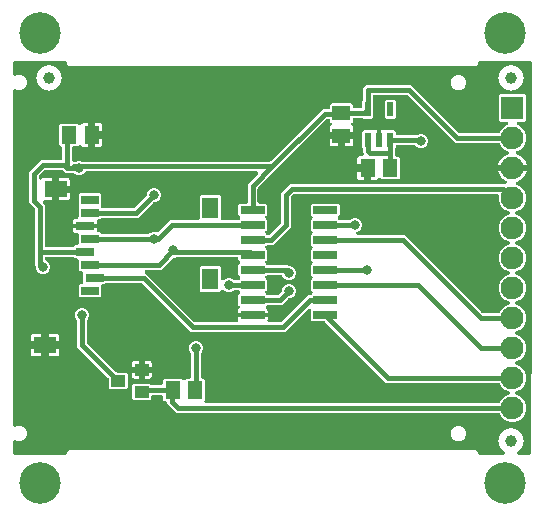
<source format=gbr>
G04 EAGLE Gerber RS-274X export*
G75*
%MOMM*%
%FSLAX34Y34*%
%LPD*%
%INTop Copper*%
%IPPOS*%
%AMOC8*
5,1,8,0,0,1.08239X$1,22.5*%
G01*
%ADD10R,2.032000X0.660400*%
%ADD11R,1.900000X1.400000*%
%ADD12R,1.400000X1.800000*%
%ADD13R,1.500000X0.700000*%
%ADD14R,0.550000X1.200000*%
%ADD15R,1.300000X1.500000*%
%ADD16R,1.500000X1.300000*%
%ADD17C,1.000000*%
%ADD18C,3.516000*%
%ADD19R,1.930400X1.930400*%
%ADD20C,1.930400*%
%ADD21R,1.200000X1.000000*%
%ADD22C,0.800100*%
%ADD23C,0.406400*%

G36*
X46762Y-1520D02*
X46762Y-1520D01*
X46788Y-1522D01*
X46935Y-1500D01*
X47082Y-1483D01*
X47107Y-1475D01*
X47133Y-1471D01*
X47271Y-1416D01*
X47410Y-1366D01*
X47432Y-1352D01*
X47457Y-1342D01*
X47578Y-1257D01*
X47703Y-1177D01*
X47721Y-1158D01*
X47743Y-1143D01*
X47842Y-1033D01*
X47945Y-926D01*
X47959Y-904D01*
X47976Y-884D01*
X48048Y-754D01*
X48124Y-627D01*
X48132Y-602D01*
X48145Y-579D01*
X48185Y-436D01*
X48230Y-295D01*
X48232Y-269D01*
X48240Y-244D01*
X48259Y0D01*
X48259Y1052D01*
X49748Y2541D01*
X394752Y2541D01*
X396241Y1052D01*
X396241Y0D01*
X396244Y-26D01*
X396242Y-52D01*
X396264Y-199D01*
X396281Y-346D01*
X396289Y-371D01*
X396293Y-397D01*
X396348Y-535D01*
X396398Y-674D01*
X396412Y-696D01*
X396422Y-721D01*
X396507Y-842D01*
X396587Y-967D01*
X396606Y-985D01*
X396621Y-1007D01*
X396731Y-1106D01*
X396838Y-1209D01*
X396860Y-1223D01*
X396880Y-1240D01*
X397010Y-1312D01*
X397137Y-1388D01*
X397162Y-1396D01*
X397185Y-1409D01*
X397328Y-1449D01*
X397469Y-1494D01*
X397495Y-1496D01*
X397520Y-1504D01*
X397764Y-1523D01*
X417428Y-1523D01*
X417545Y-1510D01*
X417662Y-1505D01*
X417718Y-1490D01*
X417775Y-1483D01*
X417885Y-1444D01*
X417998Y-1413D01*
X418049Y-1385D01*
X418103Y-1366D01*
X418201Y-1302D01*
X418304Y-1246D01*
X418347Y-1208D01*
X418395Y-1177D01*
X418477Y-1092D01*
X418565Y-1015D01*
X418598Y-968D01*
X418638Y-926D01*
X418698Y-825D01*
X418765Y-730D01*
X418787Y-676D01*
X418816Y-627D01*
X418852Y-515D01*
X418896Y-407D01*
X418905Y-350D01*
X418923Y-295D01*
X418932Y-178D01*
X418950Y-62D01*
X418946Y-5D01*
X418951Y52D01*
X418933Y168D01*
X418925Y285D01*
X418905Y356D01*
X418899Y397D01*
X418882Y439D01*
X418860Y521D01*
X418815Y643D01*
X418740Y794D01*
X418667Y944D01*
X418662Y949D01*
X418660Y954D01*
X418552Y1084D01*
X418446Y1214D01*
X418440Y1218D01*
X418437Y1222D01*
X418419Y1236D01*
X418258Y1369D01*
X417945Y1588D01*
X417798Y1668D01*
X417651Y1749D01*
X417644Y1751D01*
X417639Y1754D01*
X417583Y1769D01*
X417436Y1916D01*
X417428Y1923D01*
X417421Y1931D01*
X417233Y2087D01*
X417054Y2212D01*
X416980Y2345D01*
X416975Y2351D01*
X416972Y2355D01*
X416957Y2372D01*
X416821Y2531D01*
X416551Y2801D01*
X416421Y2905D01*
X416289Y3011D01*
X416283Y3014D01*
X416278Y3018D01*
X416226Y3042D01*
X416107Y3213D01*
X416100Y3221D01*
X416095Y3230D01*
X415936Y3416D01*
X415782Y3570D01*
X415732Y3714D01*
X415728Y3721D01*
X415726Y3726D01*
X415714Y3745D01*
X415706Y3759D01*
X415703Y3767D01*
X415692Y3782D01*
X415608Y3925D01*
X415389Y4238D01*
X415278Y4364D01*
X415168Y4490D01*
X415163Y4494D01*
X415158Y4498D01*
X415111Y4532D01*
X415023Y4720D01*
X415018Y4729D01*
X415014Y4739D01*
X414891Y4950D01*
X414766Y5129D01*
X414741Y5279D01*
X414738Y5286D01*
X414738Y5291D01*
X414729Y5313D01*
X414656Y5508D01*
X414495Y5854D01*
X414407Y5997D01*
X414320Y6141D01*
X414315Y6146D01*
X414312Y6151D01*
X414272Y6192D01*
X414218Y6393D01*
X414214Y6403D01*
X414212Y6413D01*
X414127Y6642D01*
X414035Y6840D01*
X414037Y6992D01*
X414036Y7000D01*
X414036Y7005D01*
X414030Y7028D01*
X413993Y7233D01*
X413894Y7601D01*
X413832Y7759D01*
X413772Y7914D01*
X413768Y7919D01*
X413766Y7925D01*
X413733Y7973D01*
X413715Y8180D01*
X413713Y8190D01*
X413713Y8201D01*
X413669Y8442D01*
X413613Y8652D01*
X413641Y8802D01*
X413641Y8809D01*
X413642Y8814D01*
X413641Y8838D01*
X413639Y9046D01*
X413606Y9426D01*
X413572Y9592D01*
X413540Y9756D01*
X413537Y9761D01*
X413536Y9768D01*
X413512Y9820D01*
X413530Y10027D01*
X413530Y10038D01*
X413532Y10048D01*
X413530Y10293D01*
X413511Y10510D01*
X413565Y10652D01*
X413566Y10660D01*
X413568Y10665D01*
X413571Y10688D01*
X413606Y10894D01*
X413639Y11274D01*
X413635Y11442D01*
X413632Y11609D01*
X413630Y11616D01*
X413630Y11622D01*
X413615Y11678D01*
X413669Y11879D01*
X413671Y11889D01*
X413674Y11899D01*
X413715Y12140D01*
X413734Y12357D01*
X413812Y12488D01*
X413815Y12495D01*
X413817Y12500D01*
X413824Y12521D01*
X413894Y12719D01*
X413993Y13087D01*
X414017Y13253D01*
X414043Y13419D01*
X414043Y13426D01*
X414044Y13432D01*
X414039Y13489D01*
X414127Y13678D01*
X414130Y13688D01*
X414136Y13697D01*
X414218Y13927D01*
X414274Y14138D01*
X414374Y14253D01*
X414378Y14260D01*
X414381Y14264D01*
X414391Y14284D01*
X414495Y14466D01*
X414656Y14812D01*
X414709Y14970D01*
X414763Y15130D01*
X414764Y15136D01*
X414766Y15142D01*
X414771Y15200D01*
X414891Y15370D01*
X414896Y15379D01*
X414903Y15387D01*
X415023Y15600D01*
X415116Y15798D01*
X415234Y15894D01*
X415238Y15900D01*
X415242Y15903D01*
X415256Y15921D01*
X415389Y16082D01*
X415608Y16395D01*
X415688Y16542D01*
X415769Y16689D01*
X415771Y16696D01*
X415774Y16701D01*
X415789Y16757D01*
X415936Y16904D01*
X415943Y16912D01*
X415951Y16919D01*
X416107Y17107D01*
X416232Y17286D01*
X416365Y17360D01*
X416371Y17365D01*
X416375Y17368D01*
X416392Y17383D01*
X416551Y17519D01*
X416821Y17789D01*
X416925Y17919D01*
X417031Y18051D01*
X417034Y18057D01*
X417038Y18062D01*
X417062Y18114D01*
X417233Y18233D01*
X417241Y18240D01*
X417250Y18245D01*
X417436Y18404D01*
X417590Y18558D01*
X417734Y18608D01*
X417741Y18612D01*
X417746Y18614D01*
X417765Y18626D01*
X417945Y18732D01*
X418258Y18951D01*
X418384Y19062D01*
X418510Y19172D01*
X418514Y19177D01*
X418518Y19182D01*
X418552Y19229D01*
X418740Y19317D01*
X418749Y19322D01*
X418759Y19326D01*
X418970Y19449D01*
X419149Y19574D01*
X419299Y19599D01*
X419306Y19602D01*
X419311Y19602D01*
X419333Y19611D01*
X419528Y19684D01*
X419874Y19845D01*
X420017Y19933D01*
X420161Y20020D01*
X420166Y20025D01*
X420171Y20028D01*
X420212Y20068D01*
X420413Y20122D01*
X420423Y20126D01*
X420433Y20128D01*
X420662Y20213D01*
X420860Y20305D01*
X421012Y20303D01*
X421020Y20304D01*
X421025Y20304D01*
X421047Y20309D01*
X421253Y20347D01*
X421621Y20446D01*
X421778Y20508D01*
X421934Y20568D01*
X421940Y20572D01*
X421946Y20574D01*
X421993Y20607D01*
X422200Y20625D01*
X422210Y20627D01*
X422221Y20627D01*
X422462Y20671D01*
X422672Y20727D01*
X422822Y20699D01*
X422829Y20699D01*
X422834Y20698D01*
X422858Y20699D01*
X423066Y20701D01*
X423446Y20734D01*
X423612Y20768D01*
X423776Y20800D01*
X423781Y20803D01*
X423788Y20804D01*
X423840Y20828D01*
X424047Y20810D01*
X424058Y20810D01*
X424068Y20808D01*
X424313Y20810D01*
X424530Y20829D01*
X424672Y20775D01*
X424680Y20774D01*
X424685Y20772D01*
X424708Y20769D01*
X424914Y20734D01*
X425294Y20701D01*
X425462Y20705D01*
X425629Y20708D01*
X425636Y20710D01*
X425642Y20710D01*
X425698Y20725D01*
X425898Y20671D01*
X425909Y20669D01*
X425919Y20666D01*
X426160Y20625D01*
X426377Y20606D01*
X426508Y20528D01*
X426515Y20525D01*
X426520Y20523D01*
X426541Y20516D01*
X426739Y20446D01*
X427107Y20347D01*
X427273Y20323D01*
X427439Y20297D01*
X427446Y20297D01*
X427452Y20296D01*
X427509Y20301D01*
X427698Y20213D01*
X427708Y20210D01*
X427717Y20204D01*
X427947Y20122D01*
X428158Y20066D01*
X428273Y19966D01*
X428280Y19962D01*
X428284Y19959D01*
X428304Y19949D01*
X428486Y19845D01*
X428832Y19684D01*
X428990Y19631D01*
X429150Y19577D01*
X429156Y19576D01*
X429162Y19574D01*
X429220Y19569D01*
X429390Y19449D01*
X429399Y19444D01*
X429407Y19437D01*
X429620Y19317D01*
X429818Y19224D01*
X429914Y19106D01*
X429920Y19102D01*
X429923Y19098D01*
X429941Y19084D01*
X430102Y18951D01*
X430415Y18732D01*
X430562Y18652D01*
X430709Y18571D01*
X430716Y18569D01*
X430721Y18566D01*
X430777Y18551D01*
X430924Y18404D01*
X430932Y18397D01*
X430939Y18389D01*
X431127Y18233D01*
X431306Y18108D01*
X431380Y17975D01*
X431385Y17969D01*
X431388Y17965D01*
X431403Y17948D01*
X431539Y17789D01*
X431809Y17519D01*
X431939Y17415D01*
X432071Y17309D01*
X432077Y17306D01*
X432082Y17302D01*
X432134Y17278D01*
X432253Y17107D01*
X432260Y17099D01*
X432265Y17090D01*
X432424Y16904D01*
X432578Y16750D01*
X432628Y16606D01*
X432632Y16599D01*
X432634Y16594D01*
X432646Y16575D01*
X432752Y16395D01*
X432971Y16082D01*
X433082Y15956D01*
X433192Y15830D01*
X433197Y15826D01*
X433202Y15822D01*
X433249Y15788D01*
X433337Y15600D01*
X433342Y15591D01*
X433346Y15581D01*
X433469Y15370D01*
X433594Y15191D01*
X433619Y15041D01*
X433622Y15034D01*
X433622Y15029D01*
X433631Y15007D01*
X433704Y14812D01*
X433865Y14466D01*
X433953Y14323D01*
X434040Y14179D01*
X434045Y14174D01*
X434048Y14169D01*
X434088Y14128D01*
X434142Y13927D01*
X434146Y13917D01*
X434148Y13907D01*
X434233Y13678D01*
X434325Y13480D01*
X434323Y13328D01*
X434324Y13320D01*
X434324Y13315D01*
X434329Y13293D01*
X434367Y13087D01*
X434466Y12719D01*
X434528Y12562D01*
X434588Y12406D01*
X434592Y12400D01*
X434594Y12394D01*
X434627Y12347D01*
X434645Y12140D01*
X434647Y12130D01*
X434647Y12119D01*
X434691Y11878D01*
X434747Y11668D01*
X434719Y11518D01*
X434719Y11511D01*
X434718Y11506D01*
X434719Y11482D01*
X434721Y11274D01*
X434754Y10894D01*
X434788Y10728D01*
X434820Y10564D01*
X434823Y10559D01*
X434824Y10552D01*
X434848Y10500D01*
X434830Y10293D01*
X434830Y10282D01*
X434828Y10272D01*
X434830Y10027D01*
X434849Y9810D01*
X434795Y9668D01*
X434794Y9660D01*
X434792Y9655D01*
X434789Y9632D01*
X434754Y9426D01*
X434721Y9046D01*
X434725Y8878D01*
X434728Y8711D01*
X434730Y8704D01*
X434730Y8698D01*
X434745Y8642D01*
X434691Y8442D01*
X434689Y8431D01*
X434686Y8421D01*
X434645Y8180D01*
X434626Y7963D01*
X434548Y7832D01*
X434545Y7825D01*
X434543Y7820D01*
X434536Y7799D01*
X434466Y7601D01*
X434367Y7233D01*
X434342Y7064D01*
X434317Y6901D01*
X434317Y6894D01*
X434316Y6888D01*
X434321Y6831D01*
X434233Y6642D01*
X434230Y6632D01*
X434224Y6623D01*
X434142Y6393D01*
X434086Y6182D01*
X433986Y6067D01*
X433982Y6060D01*
X433979Y6056D01*
X433969Y6036D01*
X433865Y5854D01*
X433704Y5508D01*
X433651Y5350D01*
X433597Y5190D01*
X433596Y5184D01*
X433594Y5178D01*
X433589Y5120D01*
X433469Y4950D01*
X433464Y4941D01*
X433457Y4933D01*
X433337Y4720D01*
X433244Y4522D01*
X433126Y4426D01*
X433122Y4420D01*
X433118Y4417D01*
X433104Y4399D01*
X432971Y4238D01*
X432752Y3925D01*
X432672Y3778D01*
X432652Y3742D01*
X432611Y3674D01*
X432607Y3660D01*
X432591Y3631D01*
X432589Y3624D01*
X432586Y3619D01*
X432571Y3563D01*
X432424Y3416D01*
X432417Y3408D01*
X432409Y3401D01*
X432253Y3213D01*
X432128Y3034D01*
X431995Y2960D01*
X431989Y2955D01*
X431985Y2952D01*
X431968Y2937D01*
X431809Y2801D01*
X431539Y2531D01*
X431435Y2401D01*
X431329Y2269D01*
X431326Y2263D01*
X431322Y2258D01*
X431298Y2206D01*
X431127Y2087D01*
X431119Y2080D01*
X431110Y2075D01*
X430924Y1916D01*
X430770Y1762D01*
X430626Y1712D01*
X430619Y1708D01*
X430614Y1706D01*
X430595Y1694D01*
X430415Y1588D01*
X430102Y1369D01*
X429977Y1258D01*
X429850Y1148D01*
X429846Y1142D01*
X429842Y1138D01*
X429744Y1001D01*
X429646Y865D01*
X429643Y858D01*
X429640Y854D01*
X429631Y832D01*
X429545Y643D01*
X429500Y521D01*
X429473Y407D01*
X429437Y295D01*
X429433Y238D01*
X429419Y182D01*
X429419Y65D01*
X429409Y-52D01*
X429418Y-109D01*
X429418Y-166D01*
X429444Y-281D01*
X429461Y-397D01*
X429482Y-450D01*
X429495Y-506D01*
X429546Y-612D01*
X429590Y-721D01*
X429623Y-768D01*
X429648Y-820D01*
X429722Y-911D01*
X429789Y-1007D01*
X429831Y-1045D01*
X429868Y-1090D01*
X429960Y-1162D01*
X430047Y-1240D01*
X430098Y-1268D01*
X430143Y-1303D01*
X430250Y-1352D01*
X430352Y-1409D01*
X430408Y-1424D01*
X430460Y-1448D01*
X430575Y-1472D01*
X430688Y-1504D01*
X430761Y-1510D01*
X430802Y-1518D01*
X430846Y-1516D01*
X430932Y-1523D01*
X439420Y-1523D01*
X439440Y-1521D01*
X439461Y-1523D01*
X439613Y-1501D01*
X439766Y-1483D01*
X439785Y-1477D01*
X439806Y-1474D01*
X439949Y-1418D01*
X440094Y-1366D01*
X440111Y-1355D01*
X440130Y-1347D01*
X440258Y-1260D01*
X440387Y-1177D01*
X440401Y-1162D01*
X440418Y-1151D01*
X440522Y-1037D01*
X440629Y-926D01*
X440640Y-909D01*
X440654Y-894D01*
X440729Y-759D01*
X440808Y-627D01*
X440814Y-608D01*
X440824Y-590D01*
X440867Y-442D01*
X440914Y-295D01*
X440916Y-275D01*
X440922Y-255D01*
X440943Y-12D01*
X441959Y132072D01*
X441959Y132076D01*
X441959Y132083D01*
X441959Y330200D01*
X441956Y330226D01*
X441958Y330252D01*
X441936Y330399D01*
X441919Y330546D01*
X441911Y330571D01*
X441907Y330597D01*
X441852Y330735D01*
X441802Y330874D01*
X441788Y330896D01*
X441778Y330921D01*
X441693Y331042D01*
X441613Y331167D01*
X441594Y331185D01*
X441579Y331207D01*
X441469Y331306D01*
X441362Y331409D01*
X441340Y331423D01*
X441320Y331440D01*
X441190Y331512D01*
X441063Y331588D01*
X441038Y331596D01*
X441015Y331609D01*
X440872Y331649D01*
X440731Y331694D01*
X440705Y331696D01*
X440680Y331704D01*
X440436Y331723D01*
X397764Y331723D01*
X397738Y331720D01*
X397712Y331722D01*
X397565Y331700D01*
X397418Y331683D01*
X397393Y331675D01*
X397367Y331671D01*
X397229Y331616D01*
X397090Y331566D01*
X397068Y331552D01*
X397043Y331542D01*
X396922Y331457D01*
X396797Y331377D01*
X396779Y331358D01*
X396757Y331343D01*
X396658Y331233D01*
X396555Y331126D01*
X396541Y331104D01*
X396524Y331084D01*
X396452Y330954D01*
X396376Y330827D01*
X396368Y330802D01*
X396355Y330779D01*
X396315Y330636D01*
X396270Y330495D01*
X396268Y330469D01*
X396260Y330444D01*
X396241Y330200D01*
X396241Y329148D01*
X394752Y327659D01*
X49748Y327659D01*
X48259Y329148D01*
X48259Y330200D01*
X48256Y330226D01*
X48258Y330252D01*
X48236Y330399D01*
X48219Y330546D01*
X48211Y330571D01*
X48207Y330597D01*
X48152Y330735D01*
X48102Y330874D01*
X48088Y330896D01*
X48078Y330921D01*
X47993Y331042D01*
X47913Y331167D01*
X47894Y331185D01*
X47879Y331207D01*
X47769Y331306D01*
X47662Y331409D01*
X47640Y331423D01*
X47620Y331440D01*
X47490Y331512D01*
X47363Y331588D01*
X47338Y331596D01*
X47315Y331609D01*
X47172Y331649D01*
X47031Y331694D01*
X47005Y331696D01*
X46980Y331704D01*
X46736Y331723D01*
X4064Y331723D01*
X4038Y331720D01*
X4012Y331722D01*
X3865Y331700D01*
X3718Y331683D01*
X3693Y331675D01*
X3667Y331671D01*
X3529Y331616D01*
X3390Y331566D01*
X3368Y331552D01*
X3343Y331542D01*
X3222Y331457D01*
X3097Y331377D01*
X3079Y331358D01*
X3057Y331343D01*
X2958Y331233D01*
X2855Y331126D01*
X2841Y331104D01*
X2824Y331084D01*
X2752Y330954D01*
X2676Y330827D01*
X2668Y330802D01*
X2655Y330779D01*
X2615Y330636D01*
X2570Y330495D01*
X2568Y330469D01*
X2560Y330444D01*
X2541Y330200D01*
X2541Y320945D01*
X2558Y320797D01*
X2570Y320646D01*
X2578Y320623D01*
X2581Y320599D01*
X2631Y320458D01*
X2677Y320315D01*
X2690Y320294D01*
X2698Y320271D01*
X2780Y320145D01*
X2857Y320016D01*
X2874Y319999D01*
X2887Y319978D01*
X2995Y319874D01*
X3100Y319766D01*
X3120Y319753D01*
X3138Y319736D01*
X3267Y319659D01*
X3393Y319578D01*
X3416Y319570D01*
X3437Y319557D01*
X3580Y319512D01*
X3722Y319461D01*
X3746Y319458D01*
X3769Y319451D01*
X3918Y319439D01*
X4068Y319422D01*
X4092Y319425D01*
X4116Y319423D01*
X4265Y319445D01*
X4414Y319463D01*
X4442Y319472D01*
X4461Y319475D01*
X4505Y319492D01*
X4647Y319538D01*
X6319Y320231D01*
X8921Y320231D01*
X11325Y319235D01*
X13165Y317395D01*
X14161Y314991D01*
X14161Y312389D01*
X13165Y309985D01*
X11325Y308145D01*
X8921Y307149D01*
X6319Y307149D01*
X4647Y307842D01*
X4502Y307883D01*
X4359Y307929D01*
X4335Y307931D01*
X4312Y307938D01*
X4161Y307945D01*
X4012Y307957D01*
X3988Y307953D01*
X3964Y307955D01*
X3816Y307928D01*
X3667Y307905D01*
X3645Y307896D01*
X3621Y307892D01*
X3483Y307832D01*
X3343Y307777D01*
X3323Y307763D01*
X3301Y307753D01*
X3180Y307663D01*
X3057Y307578D01*
X3041Y307560D01*
X3021Y307545D01*
X2924Y307430D01*
X2824Y307319D01*
X2812Y307298D01*
X2796Y307279D01*
X2728Y307145D01*
X2655Y307014D01*
X2649Y306990D01*
X2638Y306969D01*
X2601Y306823D01*
X2560Y306678D01*
X2558Y306649D01*
X2553Y306631D01*
X2553Y306584D01*
X2541Y306435D01*
X2541Y23765D01*
X2558Y23617D01*
X2570Y23466D01*
X2578Y23443D01*
X2581Y23419D01*
X2631Y23278D01*
X2677Y23135D01*
X2690Y23114D01*
X2698Y23091D01*
X2780Y22965D01*
X2857Y22836D01*
X2874Y22819D01*
X2887Y22798D01*
X2995Y22694D01*
X3100Y22586D01*
X3120Y22573D01*
X3138Y22556D01*
X3267Y22479D01*
X3393Y22398D01*
X3416Y22390D01*
X3437Y22377D01*
X3580Y22332D01*
X3722Y22281D01*
X3746Y22278D01*
X3769Y22271D01*
X3918Y22259D01*
X4068Y22242D01*
X4092Y22245D01*
X4116Y22243D01*
X4265Y22265D01*
X4414Y22283D01*
X4442Y22292D01*
X4461Y22295D01*
X4505Y22312D01*
X4647Y22358D01*
X6319Y23051D01*
X8921Y23051D01*
X11325Y22055D01*
X13165Y20215D01*
X14161Y17811D01*
X14161Y15209D01*
X13165Y12805D01*
X11325Y10965D01*
X8921Y9969D01*
X6319Y9969D01*
X4647Y10662D01*
X4502Y10703D01*
X4359Y10749D01*
X4335Y10751D01*
X4312Y10758D01*
X4161Y10765D01*
X4012Y10777D01*
X3988Y10773D01*
X3964Y10775D01*
X3816Y10748D01*
X3667Y10725D01*
X3645Y10716D01*
X3621Y10712D01*
X3483Y10652D01*
X3343Y10597D01*
X3323Y10583D01*
X3301Y10573D01*
X3180Y10483D01*
X3057Y10398D01*
X3041Y10380D01*
X3021Y10365D01*
X2924Y10250D01*
X2824Y10139D01*
X2812Y10118D01*
X2796Y10099D01*
X2728Y9965D01*
X2655Y9834D01*
X2649Y9810D01*
X2638Y9789D01*
X2601Y9643D01*
X2560Y9498D01*
X2558Y9469D01*
X2553Y9451D01*
X2553Y9404D01*
X2541Y9255D01*
X2541Y0D01*
X2544Y-26D01*
X2542Y-52D01*
X2564Y-199D01*
X2581Y-346D01*
X2589Y-371D01*
X2593Y-397D01*
X2648Y-535D01*
X2698Y-674D01*
X2712Y-696D01*
X2722Y-721D01*
X2807Y-842D01*
X2887Y-967D01*
X2906Y-985D01*
X2921Y-1007D01*
X3031Y-1106D01*
X3138Y-1209D01*
X3160Y-1223D01*
X3180Y-1240D01*
X3310Y-1312D01*
X3437Y-1388D01*
X3462Y-1396D01*
X3485Y-1409D01*
X3628Y-1449D01*
X3769Y-1494D01*
X3795Y-1496D01*
X3820Y-1504D01*
X4064Y-1523D01*
X46736Y-1523D01*
X46762Y-1520D01*
G37*
%LPC*%
G36*
X423126Y26415D02*
X423126Y26415D01*
X418831Y28194D01*
X415544Y31481D01*
X414876Y33095D01*
X414839Y33162D01*
X414810Y33233D01*
X414754Y33314D01*
X414706Y33400D01*
X414655Y33456D01*
X414611Y33519D01*
X414538Y33585D01*
X414472Y33658D01*
X414409Y33701D01*
X414353Y33752D01*
X414267Y33800D01*
X414186Y33856D01*
X414114Y33884D01*
X414048Y33921D01*
X413953Y33948D01*
X413861Y33984D01*
X413786Y33995D01*
X413712Y34016D01*
X413563Y34028D01*
X413517Y34035D01*
X413497Y34033D01*
X413468Y34035D01*
X140556Y34035D01*
X135922Y38669D01*
X133095Y41496D01*
X133095Y42284D01*
X133092Y42310D01*
X133094Y42336D01*
X133072Y42483D01*
X133055Y42630D01*
X133047Y42655D01*
X133043Y42681D01*
X132988Y42819D01*
X132938Y42958D01*
X132924Y42980D01*
X132914Y43005D01*
X132829Y43126D01*
X132749Y43251D01*
X132730Y43269D01*
X132715Y43291D01*
X132605Y43390D01*
X132498Y43493D01*
X132476Y43507D01*
X132456Y43524D01*
X132326Y43596D01*
X132199Y43672D01*
X132174Y43680D01*
X132151Y43693D01*
X132008Y43733D01*
X131867Y43778D01*
X131841Y43780D01*
X131816Y43788D01*
X131572Y43807D01*
X130478Y43807D01*
X129287Y44998D01*
X129287Y47752D01*
X129284Y47778D01*
X129286Y47804D01*
X129264Y47951D01*
X129247Y48098D01*
X129239Y48123D01*
X129235Y48149D01*
X129180Y48287D01*
X129130Y48426D01*
X129116Y48448D01*
X129106Y48473D01*
X129021Y48594D01*
X128941Y48719D01*
X128922Y48737D01*
X128907Y48759D01*
X128797Y48858D01*
X128690Y48961D01*
X128668Y48975D01*
X128648Y48992D01*
X128518Y49064D01*
X128391Y49140D01*
X128366Y49148D01*
X128343Y49161D01*
X128200Y49201D01*
X128059Y49246D01*
X128033Y49248D01*
X128008Y49256D01*
X127764Y49275D01*
X121156Y49275D01*
X121130Y49272D01*
X121104Y49274D01*
X120957Y49252D01*
X120810Y49235D01*
X120785Y49227D01*
X120759Y49223D01*
X120621Y49168D01*
X120482Y49118D01*
X120460Y49104D01*
X120435Y49094D01*
X120314Y49009D01*
X120189Y48929D01*
X120171Y48910D01*
X120149Y48895D01*
X120050Y48785D01*
X119947Y48678D01*
X119933Y48656D01*
X119916Y48636D01*
X119844Y48506D01*
X119768Y48379D01*
X119760Y48354D01*
X119747Y48331D01*
X119707Y48188D01*
X119662Y48047D01*
X119660Y48021D01*
X119652Y47996D01*
X119633Y47752D01*
X119633Y45618D01*
X118442Y44427D01*
X104758Y44427D01*
X103567Y45618D01*
X103567Y57302D01*
X104758Y58493D01*
X118442Y58493D01*
X119084Y57851D01*
X119183Y57772D01*
X119277Y57688D01*
X119319Y57664D01*
X119357Y57634D01*
X119471Y57580D01*
X119582Y57519D01*
X119628Y57506D01*
X119672Y57485D01*
X119795Y57459D01*
X119917Y57424D01*
X119978Y57419D01*
X120013Y57412D01*
X120061Y57413D01*
X120161Y57405D01*
X127764Y57405D01*
X127790Y57408D01*
X127816Y57406D01*
X127963Y57428D01*
X128110Y57445D01*
X128135Y57453D01*
X128161Y57457D01*
X128299Y57512D01*
X128438Y57562D01*
X128460Y57576D01*
X128485Y57586D01*
X128606Y57671D01*
X128731Y57751D01*
X128749Y57770D01*
X128771Y57785D01*
X128870Y57895D01*
X128973Y58002D01*
X128987Y58024D01*
X129004Y58044D01*
X129076Y58174D01*
X129152Y58301D01*
X129160Y58326D01*
X129173Y58349D01*
X129213Y58492D01*
X129258Y58633D01*
X129260Y58659D01*
X129268Y58684D01*
X129287Y58928D01*
X129287Y61682D01*
X130478Y62873D01*
X145162Y62873D01*
X146243Y61792D01*
X146263Y61775D01*
X146280Y61756D01*
X146400Y61667D01*
X146516Y61575D01*
X146540Y61564D01*
X146561Y61548D01*
X146697Y61490D01*
X146831Y61426D01*
X146857Y61421D01*
X146881Y61410D01*
X147027Y61384D01*
X147172Y61353D01*
X147198Y61353D01*
X147224Y61349D01*
X147372Y61356D01*
X147520Y61359D01*
X147546Y61365D01*
X147572Y61367D01*
X147714Y61408D01*
X147858Y61444D01*
X147881Y61456D01*
X147907Y61463D01*
X148036Y61536D01*
X148168Y61604D01*
X148188Y61620D01*
X148211Y61633D01*
X148397Y61792D01*
X149478Y62873D01*
X151892Y62873D01*
X151918Y62876D01*
X151944Y62874D01*
X152091Y62896D01*
X152238Y62913D01*
X152263Y62921D01*
X152289Y62925D01*
X152427Y62980D01*
X152566Y63030D01*
X152588Y63044D01*
X152613Y63054D01*
X152734Y63139D01*
X152859Y63219D01*
X152877Y63238D01*
X152899Y63253D01*
X152998Y63363D01*
X153101Y63470D01*
X153115Y63492D01*
X153132Y63512D01*
X153204Y63642D01*
X153280Y63769D01*
X153288Y63794D01*
X153301Y63817D01*
X153341Y63960D01*
X153386Y64101D01*
X153388Y64127D01*
X153396Y64152D01*
X153415Y64396D01*
X153415Y83801D01*
X153413Y83818D01*
X153414Y83831D01*
X153404Y83903D01*
X153401Y83927D01*
X153394Y84053D01*
X153381Y84100D01*
X153375Y84148D01*
X153333Y84267D01*
X153298Y84388D01*
X153274Y84430D01*
X153258Y84476D01*
X153189Y84582D01*
X153128Y84692D01*
X153088Y84739D01*
X153069Y84769D01*
X153034Y84802D01*
X152969Y84879D01*
X152365Y85482D01*
X151447Y87700D01*
X151447Y90100D01*
X152365Y92318D01*
X154062Y94015D01*
X156280Y94933D01*
X158680Y94933D01*
X160898Y94015D01*
X162595Y92318D01*
X163513Y90100D01*
X163513Y87700D01*
X162595Y85482D01*
X161991Y84879D01*
X161912Y84780D01*
X161828Y84686D01*
X161804Y84643D01*
X161774Y84606D01*
X161720Y84491D01*
X161659Y84381D01*
X161646Y84334D01*
X161625Y84290D01*
X161599Y84167D01*
X161564Y84045D01*
X161559Y83985D01*
X161552Y83950D01*
X161553Y83902D01*
X161545Y83801D01*
X161545Y64396D01*
X161548Y64370D01*
X161546Y64344D01*
X161568Y64197D01*
X161585Y64050D01*
X161593Y64025D01*
X161597Y63999D01*
X161652Y63861D01*
X161702Y63722D01*
X161716Y63700D01*
X161726Y63675D01*
X161811Y63554D01*
X161891Y63429D01*
X161910Y63411D01*
X161925Y63389D01*
X162035Y63290D01*
X162142Y63187D01*
X162164Y63173D01*
X162184Y63156D01*
X162314Y63084D01*
X162441Y63008D01*
X162466Y63000D01*
X162489Y62987D01*
X162632Y62947D01*
X162773Y62902D01*
X162799Y62900D01*
X162824Y62892D01*
X163068Y62873D01*
X164162Y62873D01*
X165353Y61682D01*
X165353Y44998D01*
X165120Y44765D01*
X165057Y44687D01*
X164988Y44614D01*
X164949Y44550D01*
X164903Y44492D01*
X164860Y44401D01*
X164809Y44315D01*
X164786Y44244D01*
X164754Y44177D01*
X164733Y44079D01*
X164703Y43983D01*
X164697Y43909D01*
X164681Y43836D01*
X164683Y43736D01*
X164675Y43636D01*
X164686Y43562D01*
X164687Y43488D01*
X164711Y43391D01*
X164726Y43291D01*
X164754Y43222D01*
X164772Y43150D01*
X164818Y43061D01*
X164855Y42967D01*
X164897Y42906D01*
X164931Y42840D01*
X164997Y42763D01*
X165054Y42681D01*
X165109Y42631D01*
X165157Y42575D01*
X165238Y42515D01*
X165313Y42448D01*
X165378Y42412D01*
X165438Y42367D01*
X165530Y42328D01*
X165618Y42279D01*
X165689Y42259D01*
X165758Y42229D01*
X165856Y42212D01*
X165953Y42184D01*
X166053Y42176D01*
X166101Y42168D01*
X166136Y42170D01*
X166197Y42165D01*
X413468Y42165D01*
X413544Y42173D01*
X413621Y42172D01*
X413717Y42193D01*
X413815Y42205D01*
X413887Y42230D01*
X413961Y42247D01*
X414050Y42289D01*
X414143Y42322D01*
X414207Y42364D01*
X414276Y42396D01*
X414353Y42458D01*
X414436Y42511D01*
X414489Y42566D01*
X414548Y42614D01*
X414609Y42691D01*
X414678Y42762D01*
X414717Y42827D01*
X414764Y42887D01*
X414832Y43020D01*
X414857Y43061D01*
X414862Y43079D01*
X414876Y43105D01*
X415544Y44719D01*
X418831Y48006D01*
X422179Y49393D01*
X422267Y49441D01*
X422359Y49482D01*
X422419Y49526D01*
X422484Y49562D01*
X422558Y49629D01*
X422639Y49689D01*
X422687Y49746D01*
X422742Y49796D01*
X422799Y49879D01*
X422864Y49955D01*
X422898Y50022D01*
X422940Y50083D01*
X422977Y50176D01*
X423023Y50266D01*
X423041Y50338D01*
X423068Y50407D01*
X423083Y50506D01*
X423107Y50604D01*
X423108Y50678D01*
X423119Y50752D01*
X423111Y50852D01*
X423112Y50952D01*
X423096Y51025D01*
X423090Y51099D01*
X423059Y51195D01*
X423038Y51293D01*
X423006Y51360D01*
X422983Y51431D01*
X422931Y51517D01*
X422888Y51608D01*
X422842Y51666D01*
X422803Y51729D01*
X422733Y51802D01*
X422671Y51880D01*
X422612Y51926D01*
X422560Y51979D01*
X422476Y52034D01*
X422397Y52096D01*
X422308Y52142D01*
X422267Y52168D01*
X422233Y52180D01*
X422179Y52207D01*
X418831Y53594D01*
X415544Y56881D01*
X414876Y58495D01*
X414840Y58559D01*
X414822Y58604D01*
X414821Y58606D01*
X414810Y58633D01*
X414754Y58714D01*
X414706Y58800D01*
X414655Y58856D01*
X414611Y58919D01*
X414538Y58985D01*
X414472Y59058D01*
X414409Y59101D01*
X414353Y59152D01*
X414267Y59200D01*
X414186Y59256D01*
X414114Y59284D01*
X414048Y59321D01*
X413953Y59348D01*
X413861Y59384D01*
X413786Y59395D01*
X413712Y59416D01*
X413563Y59428D01*
X413517Y59435D01*
X413497Y59433D01*
X413468Y59435D01*
X318610Y59435D01*
X266986Y111059D01*
X266887Y111138D01*
X266794Y111222D01*
X266751Y111246D01*
X266713Y111276D01*
X266599Y111330D01*
X266489Y111391D01*
X266442Y111404D01*
X266398Y111425D01*
X266275Y111451D01*
X266153Y111486D01*
X266092Y111491D01*
X266058Y111498D01*
X266010Y111497D01*
X265909Y111505D01*
X255952Y111505D01*
X254761Y112696D01*
X254761Y120875D01*
X254750Y120975D01*
X254748Y121076D01*
X254730Y121148D01*
X254721Y121222D01*
X254688Y121316D01*
X254663Y121414D01*
X254629Y121480D01*
X254604Y121550D01*
X254549Y121634D01*
X254503Y121723D01*
X254455Y121780D01*
X254415Y121843D01*
X254343Y121912D01*
X254278Y121989D01*
X254218Y122033D01*
X254164Y122085D01*
X254078Y122136D01*
X253997Y122196D01*
X253929Y122225D01*
X253865Y122264D01*
X253769Y122294D01*
X253677Y122334D01*
X253604Y122347D01*
X253533Y122370D01*
X253433Y122378D01*
X253334Y122396D01*
X253260Y122392D01*
X253186Y122398D01*
X253086Y122383D01*
X252986Y122378D01*
X252915Y122357D01*
X252841Y122346D01*
X252748Y122309D01*
X252651Y122281D01*
X252586Y122245D01*
X252517Y122217D01*
X252435Y122160D01*
X252347Y122111D01*
X252271Y122046D01*
X252231Y122018D01*
X252207Y121992D01*
X252161Y121953D01*
X232824Y102615D01*
X153256Y102615D01*
X112052Y143819D01*
X111953Y143898D01*
X111860Y143982D01*
X111817Y144006D01*
X111779Y144036D01*
X111665Y144090D01*
X111555Y144151D01*
X111508Y144164D01*
X111464Y144185D01*
X111341Y144211D01*
X111219Y144246D01*
X111158Y144251D01*
X111124Y144258D01*
X111076Y144257D01*
X110975Y144265D01*
X82031Y144265D01*
X81905Y144251D01*
X81779Y144244D01*
X81733Y144231D01*
X81685Y144225D01*
X81566Y144183D01*
X81444Y144148D01*
X81402Y144124D01*
X81357Y144108D01*
X81250Y144039D01*
X81140Y143978D01*
X81094Y143938D01*
X81064Y143919D01*
X81030Y143884D01*
X80954Y143819D01*
X79932Y142797D01*
X78646Y142797D01*
X78620Y142794D01*
X78594Y142796D01*
X78447Y142774D01*
X78300Y142757D01*
X78275Y142749D01*
X78249Y142745D01*
X78111Y142690D01*
X77972Y142640D01*
X77950Y142626D01*
X77925Y142616D01*
X77804Y142531D01*
X77679Y142451D01*
X77661Y142432D01*
X77639Y142417D01*
X77540Y142307D01*
X77437Y142200D01*
X77423Y142178D01*
X77406Y142158D01*
X77334Y142028D01*
X77258Y141901D01*
X77250Y141876D01*
X77237Y141853D01*
X77197Y141710D01*
X77152Y141569D01*
X77150Y141543D01*
X77142Y141518D01*
X77123Y141274D01*
X77123Y132988D01*
X75932Y131797D01*
X59248Y131797D01*
X58057Y132988D01*
X58057Y141672D01*
X59248Y142863D01*
X60534Y142863D01*
X60560Y142866D01*
X60586Y142864D01*
X60733Y142886D01*
X60880Y142903D01*
X60905Y142911D01*
X60931Y142915D01*
X61069Y142970D01*
X61208Y143020D01*
X61230Y143034D01*
X61255Y143044D01*
X61376Y143129D01*
X61501Y143209D01*
X61519Y143228D01*
X61541Y143243D01*
X61640Y143353D01*
X61743Y143460D01*
X61757Y143482D01*
X61774Y143502D01*
X61846Y143632D01*
X61922Y143759D01*
X61930Y143784D01*
X61943Y143807D01*
X61983Y143950D01*
X62028Y144091D01*
X62030Y144117D01*
X62038Y144142D01*
X62057Y144386D01*
X62057Y152274D01*
X62054Y152300D01*
X62056Y152326D01*
X62034Y152473D01*
X62017Y152620D01*
X62009Y152645D01*
X62005Y152671D01*
X61950Y152809D01*
X61900Y152948D01*
X61886Y152970D01*
X61876Y152995D01*
X61791Y153116D01*
X61711Y153241D01*
X61692Y153259D01*
X61677Y153281D01*
X61567Y153380D01*
X61460Y153483D01*
X61438Y153497D01*
X61418Y153514D01*
X61288Y153586D01*
X61161Y153662D01*
X61136Y153670D01*
X61113Y153683D01*
X60970Y153723D01*
X60829Y153768D01*
X60803Y153770D01*
X60778Y153778D01*
X60534Y153797D01*
X59248Y153797D01*
X58057Y154988D01*
X58057Y163274D01*
X58054Y163300D01*
X58056Y163326D01*
X58034Y163473D01*
X58017Y163620D01*
X58009Y163645D01*
X58005Y163671D01*
X57950Y163809D01*
X57900Y163948D01*
X57886Y163970D01*
X57876Y163995D01*
X57791Y164116D01*
X57711Y164241D01*
X57692Y164259D01*
X57677Y164281D01*
X57567Y164380D01*
X57460Y164483D01*
X57438Y164497D01*
X57418Y164514D01*
X57288Y164586D01*
X57161Y164662D01*
X57136Y164670D01*
X57113Y164683D01*
X56970Y164723D01*
X56829Y164768D01*
X56803Y164770D01*
X56778Y164778D01*
X56534Y164797D01*
X55248Y164797D01*
X54347Y165698D01*
X54241Y165783D01*
X54139Y165872D01*
X54105Y165890D01*
X54074Y165915D01*
X53952Y165973D01*
X53832Y166037D01*
X53794Y166047D01*
X53759Y166064D01*
X53627Y166092D01*
X53496Y166128D01*
X53447Y166131D01*
X53418Y166137D01*
X53368Y166136D01*
X53252Y166144D01*
X53064Y166142D01*
X52947Y166127D01*
X52829Y166121D01*
X52809Y166115D01*
X50772Y166115D01*
X50765Y166114D01*
X50754Y166115D01*
X48722Y166091D01*
X48707Y166096D01*
X48634Y166102D01*
X48594Y166110D01*
X48549Y166108D01*
X48464Y166115D01*
X30988Y166115D01*
X30962Y166112D01*
X30936Y166114D01*
X30789Y166092D01*
X30642Y166075D01*
X30617Y166067D01*
X30591Y166063D01*
X30453Y166008D01*
X30314Y165958D01*
X30292Y165944D01*
X30267Y165934D01*
X30146Y165849D01*
X30021Y165769D01*
X30003Y165750D01*
X29981Y165735D01*
X29882Y165625D01*
X29779Y165518D01*
X29765Y165496D01*
X29748Y165476D01*
X29676Y165346D01*
X29600Y165219D01*
X29592Y165194D01*
X29579Y165171D01*
X29539Y165028D01*
X29494Y164887D01*
X29492Y164861D01*
X29484Y164836D01*
X29465Y164592D01*
X29465Y164397D01*
X29473Y164321D01*
X29472Y164244D01*
X29493Y164148D01*
X29505Y164050D01*
X29530Y163978D01*
X29547Y163904D01*
X29589Y163815D01*
X29622Y163722D01*
X29664Y163658D01*
X29696Y163589D01*
X29758Y163512D01*
X29811Y163429D01*
X29866Y163376D01*
X29914Y163317D01*
X29991Y163256D01*
X30062Y163187D01*
X30127Y163148D01*
X30187Y163101D01*
X30320Y163033D01*
X30361Y163008D01*
X30379Y163003D01*
X30405Y162989D01*
X31358Y162595D01*
X33055Y160898D01*
X33973Y158680D01*
X33973Y156280D01*
X33055Y154062D01*
X31358Y152365D01*
X29140Y151447D01*
X26740Y151447D01*
X24522Y152365D01*
X22825Y154062D01*
X21907Y156280D01*
X21907Y157134D01*
X21892Y157259D01*
X21886Y157386D01*
X21872Y157432D01*
X21867Y157480D01*
X21824Y157599D01*
X21789Y157721D01*
X21766Y157763D01*
X21749Y157808D01*
X21681Y157914D01*
X21619Y158025D01*
X21580Y158071D01*
X21560Y158101D01*
X21526Y158135D01*
X21461Y158211D01*
X21335Y158336D01*
X21335Y205965D01*
X21321Y206091D01*
X21314Y206217D01*
X21301Y206264D01*
X21295Y206312D01*
X21253Y206431D01*
X21218Y206552D01*
X21194Y206594D01*
X21178Y206640D01*
X21109Y206746D01*
X21048Y206856D01*
X21008Y206902D01*
X20989Y206932D01*
X20954Y206966D01*
X20889Y207042D01*
X16255Y211676D01*
X16255Y237904D01*
X26256Y247905D01*
X42672Y247905D01*
X42698Y247908D01*
X42724Y247906D01*
X42871Y247928D01*
X43018Y247945D01*
X43043Y247953D01*
X43069Y247957D01*
X43207Y248012D01*
X43346Y248062D01*
X43368Y248076D01*
X43393Y248086D01*
X43514Y248171D01*
X43639Y248251D01*
X43657Y248270D01*
X43679Y248285D01*
X43778Y248395D01*
X43881Y248502D01*
X43895Y248524D01*
X43912Y248544D01*
X43984Y248674D01*
X44060Y248801D01*
X44068Y248826D01*
X44081Y248849D01*
X44121Y248992D01*
X44166Y249133D01*
X44168Y249159D01*
X44176Y249184D01*
X44195Y249428D01*
X44195Y258184D01*
X44192Y258210D01*
X44194Y258236D01*
X44172Y258383D01*
X44155Y258530D01*
X44147Y258555D01*
X44143Y258581D01*
X44088Y258719D01*
X44038Y258858D01*
X44024Y258880D01*
X44014Y258905D01*
X43929Y259026D01*
X43849Y259151D01*
X43830Y259169D01*
X43815Y259191D01*
X43705Y259290D01*
X43598Y259393D01*
X43576Y259407D01*
X43556Y259424D01*
X43426Y259496D01*
X43299Y259572D01*
X43274Y259580D01*
X43251Y259593D01*
X43108Y259633D01*
X42967Y259678D01*
X42941Y259680D01*
X42916Y259688D01*
X42863Y259692D01*
X41657Y260898D01*
X41657Y277582D01*
X42848Y278773D01*
X57532Y278773D01*
X58282Y278022D01*
X58322Y277991D01*
X58357Y277953D01*
X58459Y277883D01*
X58555Y277806D01*
X58602Y277784D01*
X58644Y277755D01*
X58759Y277710D01*
X58871Y277657D01*
X58920Y277646D01*
X58968Y277627D01*
X59091Y277609D01*
X59211Y277583D01*
X59262Y277584D01*
X59313Y277577D01*
X59436Y277587D01*
X59560Y277589D01*
X59609Y277602D01*
X59660Y277606D01*
X59778Y277644D01*
X59898Y277674D01*
X59943Y277698D01*
X59992Y277713D01*
X60098Y277777D01*
X60207Y277834D01*
X60246Y277867D01*
X60290Y277893D01*
X60379Y277980D01*
X60473Y278060D01*
X60503Y278101D01*
X60540Y278136D01*
X60643Y278286D01*
X61130Y278773D01*
X61709Y279108D01*
X62355Y279281D01*
X66143Y279281D01*
X66143Y270764D01*
X66146Y270738D01*
X66144Y270712D01*
X66166Y270565D01*
X66183Y270418D01*
X66191Y270393D01*
X66195Y270367D01*
X66250Y270229D01*
X66300Y270090D01*
X66314Y270068D01*
X66324Y270043D01*
X66409Y269922D01*
X66489Y269797D01*
X66508Y269779D01*
X66523Y269757D01*
X66633Y269658D01*
X66740Y269555D01*
X66762Y269541D01*
X66782Y269524D01*
X66912Y269452D01*
X67039Y269376D01*
X67064Y269368D01*
X67087Y269355D01*
X67230Y269315D01*
X67371Y269270D01*
X67397Y269268D01*
X67422Y269260D01*
X67666Y269241D01*
X69191Y269241D01*
X69191Y269239D01*
X67666Y269239D01*
X67640Y269236D01*
X67614Y269238D01*
X67467Y269216D01*
X67320Y269199D01*
X67295Y269190D01*
X67269Y269187D01*
X67131Y269132D01*
X66992Y269082D01*
X66970Y269068D01*
X66945Y269058D01*
X66824Y268973D01*
X66699Y268893D01*
X66681Y268874D01*
X66659Y268859D01*
X66560Y268749D01*
X66457Y268642D01*
X66443Y268620D01*
X66426Y268600D01*
X66354Y268470D01*
X66278Y268343D01*
X66270Y268318D01*
X66257Y268295D01*
X66217Y268152D01*
X66172Y268011D01*
X66170Y267985D01*
X66162Y267960D01*
X66143Y267716D01*
X66143Y259199D01*
X62355Y259199D01*
X61709Y259372D01*
X61130Y259707D01*
X60643Y260194D01*
X60625Y260229D01*
X60545Y260323D01*
X60471Y260422D01*
X60432Y260455D01*
X60399Y260494D01*
X60300Y260568D01*
X60205Y260648D01*
X60160Y260671D01*
X60119Y260701D01*
X60005Y260750D01*
X59895Y260807D01*
X59846Y260819D01*
X59799Y260839D01*
X59677Y260861D01*
X59557Y260891D01*
X59506Y260892D01*
X59456Y260901D01*
X59332Y260894D01*
X59209Y260896D01*
X59159Y260886D01*
X59108Y260883D01*
X58989Y260849D01*
X58868Y260822D01*
X58822Y260800D01*
X58773Y260786D01*
X58665Y260726D01*
X58553Y260673D01*
X58513Y260641D01*
X58469Y260616D01*
X58282Y260458D01*
X57532Y259707D01*
X53848Y259707D01*
X53822Y259704D01*
X53796Y259706D01*
X53649Y259684D01*
X53502Y259667D01*
X53477Y259659D01*
X53451Y259655D01*
X53313Y259600D01*
X53174Y259550D01*
X53152Y259536D01*
X53127Y259526D01*
X53006Y259441D01*
X52881Y259361D01*
X52863Y259342D01*
X52841Y259327D01*
X52742Y259217D01*
X52639Y259110D01*
X52625Y259088D01*
X52608Y259068D01*
X52536Y258938D01*
X52460Y258811D01*
X52452Y258786D01*
X52439Y258763D01*
X52399Y258620D01*
X52354Y258479D01*
X52352Y258453D01*
X52344Y258428D01*
X52325Y258184D01*
X52325Y248158D01*
X52328Y248132D01*
X52326Y248106D01*
X52348Y247959D01*
X52365Y247812D01*
X52373Y247787D01*
X52377Y247761D01*
X52432Y247623D01*
X52482Y247484D01*
X52496Y247462D01*
X52506Y247437D01*
X52591Y247316D01*
X52671Y247191D01*
X52690Y247173D01*
X52705Y247151D01*
X52815Y247052D01*
X52922Y246949D01*
X52944Y246935D01*
X52964Y246918D01*
X53094Y246846D01*
X53221Y246770D01*
X53246Y246762D01*
X53269Y246749D01*
X53412Y246709D01*
X53553Y246664D01*
X53579Y246662D01*
X53604Y246654D01*
X53848Y246635D01*
X55231Y246635D01*
X55233Y246635D01*
X55235Y246635D01*
X55405Y246655D01*
X55577Y246675D01*
X55579Y246675D01*
X55581Y246676D01*
X55814Y246751D01*
X57220Y247333D01*
X59620Y247333D01*
X61026Y246751D01*
X61028Y246750D01*
X61030Y246749D01*
X61192Y246703D01*
X61362Y246655D01*
X61364Y246655D01*
X61366Y246654D01*
X61609Y246635D01*
X219935Y246635D01*
X220061Y246649D01*
X220187Y246656D01*
X220234Y246669D01*
X220282Y246675D01*
X220401Y246717D01*
X220522Y246752D01*
X220564Y246776D01*
X220610Y246792D01*
X220716Y246861D01*
X220826Y246922D01*
X220872Y246962D01*
X220902Y246981D01*
X220936Y247016D01*
X221012Y247081D01*
X265016Y291085D01*
X269614Y291085D01*
X269640Y291088D01*
X269666Y291086D01*
X269813Y291108D01*
X269960Y291125D01*
X269985Y291133D01*
X270011Y291137D01*
X270149Y291192D01*
X270288Y291242D01*
X270310Y291256D01*
X270335Y291266D01*
X270456Y291351D01*
X270581Y291431D01*
X270599Y291450D01*
X270621Y291465D01*
X270720Y291575D01*
X270823Y291682D01*
X270837Y291704D01*
X270854Y291724D01*
X270926Y291854D01*
X271002Y291981D01*
X271010Y292006D01*
X271023Y292029D01*
X271063Y292172D01*
X271108Y292313D01*
X271110Y292339D01*
X271118Y292364D01*
X271137Y292608D01*
X271137Y294972D01*
X272328Y296163D01*
X289012Y296163D01*
X290203Y294972D01*
X290203Y293218D01*
X290206Y293192D01*
X290204Y293166D01*
X290226Y293019D01*
X290243Y292872D01*
X290251Y292847D01*
X290255Y292821D01*
X290310Y292683D01*
X290360Y292544D01*
X290374Y292522D01*
X290384Y292497D01*
X290469Y292376D01*
X290549Y292251D01*
X290568Y292233D01*
X290583Y292211D01*
X290693Y292112D01*
X290800Y292009D01*
X290822Y291995D01*
X290842Y291978D01*
X290972Y291906D01*
X291099Y291830D01*
X291124Y291822D01*
X291147Y291809D01*
X291290Y291769D01*
X291431Y291724D01*
X291457Y291722D01*
X291482Y291714D01*
X291726Y291695D01*
X296614Y291695D01*
X296640Y291698D01*
X296666Y291696D01*
X296813Y291718D01*
X296960Y291735D01*
X296985Y291743D01*
X297011Y291747D01*
X297149Y291802D01*
X297288Y291852D01*
X297310Y291866D01*
X297335Y291876D01*
X297456Y291961D01*
X297581Y292041D01*
X297599Y292060D01*
X297621Y292075D01*
X297720Y292185D01*
X297823Y292292D01*
X297837Y292314D01*
X297854Y292334D01*
X297926Y292464D01*
X298002Y292591D01*
X298010Y292616D01*
X298023Y292639D01*
X298063Y292782D01*
X298108Y292923D01*
X298110Y292949D01*
X298118Y292974D01*
X298137Y293218D01*
X298137Y297972D01*
X298409Y298244D01*
X298488Y298343D01*
X298572Y298437D01*
X298596Y298479D01*
X298626Y298517D01*
X298680Y298631D01*
X298741Y298742D01*
X298754Y298788D01*
X298775Y298832D01*
X298801Y298955D01*
X298836Y299077D01*
X298841Y299138D01*
X298848Y299173D01*
X298847Y299221D01*
X298855Y299321D01*
X298855Y309024D01*
X301236Y311405D01*
X339504Y311405D01*
X379698Y271211D01*
X379797Y271132D01*
X379890Y271048D01*
X379933Y271024D01*
X379971Y270994D01*
X380085Y270940D01*
X380195Y270879D01*
X380242Y270866D01*
X380286Y270845D01*
X380409Y270819D01*
X380531Y270784D01*
X380592Y270779D01*
X380626Y270772D01*
X380674Y270773D01*
X380775Y270765D01*
X413468Y270765D01*
X413544Y270773D01*
X413621Y270772D01*
X413717Y270793D01*
X413815Y270805D01*
X413887Y270830D01*
X413961Y270847D01*
X414050Y270889D01*
X414143Y270922D01*
X414207Y270964D01*
X414276Y270996D01*
X414353Y271058D01*
X414436Y271111D01*
X414489Y271166D01*
X414548Y271214D01*
X414609Y271291D01*
X414678Y271362D01*
X414717Y271427D01*
X414764Y271487D01*
X414832Y271620D01*
X414857Y271661D01*
X414862Y271679D01*
X414876Y271705D01*
X415544Y273319D01*
X418831Y276606D01*
X420953Y277485D01*
X420997Y277509D01*
X421044Y277526D01*
X421149Y277594D01*
X421258Y277654D01*
X421295Y277688D01*
X421337Y277715D01*
X421424Y277805D01*
X421516Y277888D01*
X421544Y277930D01*
X421579Y277966D01*
X421643Y278073D01*
X421714Y278175D01*
X421732Y278222D01*
X421758Y278265D01*
X421796Y278383D01*
X421842Y278499D01*
X421849Y278549D01*
X421864Y278597D01*
X421874Y278721D01*
X421893Y278844D01*
X421888Y278894D01*
X421892Y278944D01*
X421874Y279067D01*
X421864Y279191D01*
X421848Y279239D01*
X421841Y279289D01*
X421795Y279405D01*
X421757Y279523D01*
X421731Y279566D01*
X421712Y279613D01*
X421641Y279715D01*
X421577Y279821D01*
X421542Y279858D01*
X421513Y279899D01*
X421421Y279982D01*
X421334Y280071D01*
X421292Y280099D01*
X421254Y280132D01*
X421145Y280192D01*
X421041Y280260D01*
X420993Y280277D01*
X420949Y280301D01*
X420829Y280335D01*
X420712Y280376D01*
X420662Y280382D01*
X420614Y280396D01*
X420370Y280415D01*
X414956Y280415D01*
X413765Y281606D01*
X413765Y302594D01*
X414956Y303785D01*
X423434Y303785D01*
X423600Y303804D01*
X423765Y303821D01*
X423772Y303824D01*
X423780Y303825D01*
X423937Y303881D01*
X424094Y303935D01*
X424101Y303939D01*
X424108Y303942D01*
X424182Y303990D01*
X424201Y303980D01*
X424347Y303899D01*
X424355Y303897D01*
X424362Y303893D01*
X424522Y303850D01*
X424683Y303804D01*
X424692Y303804D01*
X424698Y303802D01*
X424724Y303801D01*
X424926Y303785D01*
X435944Y303785D01*
X437135Y302594D01*
X437135Y281606D01*
X435944Y280415D01*
X430530Y280415D01*
X430480Y280410D01*
X430430Y280412D01*
X430307Y280390D01*
X430184Y280375D01*
X430136Y280358D01*
X430087Y280349D01*
X429973Y280300D01*
X429856Y280258D01*
X429813Y280231D01*
X429767Y280211D01*
X429667Y280136D01*
X429563Y280069D01*
X429528Y280033D01*
X429487Y280003D01*
X429407Y279908D01*
X429321Y279818D01*
X429295Y279775D01*
X429262Y279737D01*
X429206Y279626D01*
X429142Y279519D01*
X429126Y279471D01*
X429103Y279426D01*
X429073Y279306D01*
X429036Y279187D01*
X429032Y279137D01*
X429019Y279088D01*
X429018Y278964D01*
X429008Y278840D01*
X429015Y278790D01*
X429014Y278740D01*
X429041Y278618D01*
X429059Y278495D01*
X429078Y278448D01*
X429089Y278399D01*
X429142Y278287D01*
X429188Y278171D01*
X429217Y278130D01*
X429238Y278084D01*
X429316Y277987D01*
X429387Y277885D01*
X429424Y277851D01*
X429456Y277812D01*
X429553Y277735D01*
X429646Y277652D01*
X429690Y277627D01*
X429729Y277596D01*
X429947Y277485D01*
X432069Y276606D01*
X435356Y273319D01*
X437135Y269024D01*
X437135Y264376D01*
X435356Y260081D01*
X432069Y256794D01*
X429356Y255671D01*
X429216Y255593D01*
X429075Y255518D01*
X429064Y255508D01*
X429052Y255501D01*
X428933Y255394D01*
X428813Y255289D01*
X428804Y255277D01*
X428793Y255267D01*
X428703Y255136D01*
X428609Y255006D01*
X428604Y254992D01*
X428595Y254980D01*
X428536Y254831D01*
X428475Y254684D01*
X428473Y254670D01*
X428467Y254656D01*
X428444Y254497D01*
X428418Y254340D01*
X428419Y254326D01*
X428417Y254311D01*
X428430Y254152D01*
X428440Y253992D01*
X428444Y253979D01*
X428446Y253964D01*
X428495Y253811D01*
X428541Y253659D01*
X428548Y253646D01*
X428553Y253632D01*
X428636Y253495D01*
X428715Y253357D01*
X428725Y253346D01*
X428732Y253334D01*
X428844Y253219D01*
X428953Y253102D01*
X428965Y253094D01*
X428975Y253084D01*
X429110Y252997D01*
X429243Y252909D01*
X429259Y252902D01*
X429268Y252896D01*
X429305Y252883D01*
X429468Y252815D01*
X430131Y252599D01*
X431840Y251728D01*
X433393Y250600D01*
X434750Y249243D01*
X435878Y247690D01*
X436749Y245980D01*
X437343Y244155D01*
X437399Y243799D01*
X426426Y243799D01*
X426400Y243796D01*
X426374Y243798D01*
X426227Y243776D01*
X426080Y243759D01*
X426055Y243751D01*
X426029Y243747D01*
X425892Y243692D01*
X425752Y243642D01*
X425730Y243628D01*
X425705Y243618D01*
X425584Y243533D01*
X425459Y243453D01*
X425447Y243440D01*
X425400Y243485D01*
X425377Y243499D01*
X425358Y243516D01*
X425228Y243588D01*
X425101Y243664D01*
X425076Y243672D01*
X425053Y243685D01*
X424910Y243725D01*
X424769Y243770D01*
X424743Y243772D01*
X424718Y243780D01*
X424474Y243799D01*
X413501Y243799D01*
X413557Y244155D01*
X414151Y245980D01*
X415022Y247690D01*
X416150Y249243D01*
X417507Y250600D01*
X419060Y251728D01*
X420769Y252599D01*
X421432Y252815D01*
X421577Y252881D01*
X421724Y252945D01*
X421735Y252953D01*
X421749Y252959D01*
X421875Y253057D01*
X422003Y253153D01*
X422013Y253164D01*
X422024Y253173D01*
X422126Y253297D01*
X422229Y253419D01*
X422235Y253432D01*
X422244Y253443D01*
X422314Y253586D01*
X422387Y253729D01*
X422391Y253743D01*
X422397Y253756D01*
X422433Y253911D01*
X422471Y254067D01*
X422472Y254082D01*
X422475Y254096D01*
X422474Y254255D01*
X422477Y254416D01*
X422473Y254430D01*
X422473Y254444D01*
X422436Y254600D01*
X422402Y254756D01*
X422396Y254769D01*
X422393Y254783D01*
X422321Y254927D01*
X422252Y255071D01*
X422243Y255082D01*
X422237Y255095D01*
X422135Y255218D01*
X422035Y255343D01*
X422024Y255352D01*
X422014Y255363D01*
X421887Y255460D01*
X421762Y255559D01*
X421746Y255567D01*
X421737Y255574D01*
X421702Y255590D01*
X421544Y255671D01*
X418831Y256794D01*
X415544Y260081D01*
X414876Y261695D01*
X414839Y261762D01*
X414810Y261833D01*
X414754Y261914D01*
X414706Y262000D01*
X414655Y262056D01*
X414611Y262119D01*
X414538Y262185D01*
X414472Y262258D01*
X414409Y262301D01*
X414353Y262352D01*
X414267Y262400D01*
X414186Y262456D01*
X414114Y262484D01*
X414048Y262521D01*
X413953Y262548D01*
X413861Y262584D01*
X413786Y262595D01*
X413712Y262616D01*
X413563Y262628D01*
X413517Y262635D01*
X413497Y262633D01*
X413468Y262635D01*
X376776Y262635D01*
X336582Y302829D01*
X336483Y302908D01*
X336390Y302992D01*
X336347Y303016D01*
X336309Y303046D01*
X336195Y303100D01*
X336085Y303161D01*
X336038Y303174D01*
X335994Y303195D01*
X335871Y303221D01*
X335749Y303256D01*
X335688Y303261D01*
X335654Y303268D01*
X335606Y303267D01*
X335505Y303275D01*
X308508Y303275D01*
X308482Y303272D01*
X308456Y303274D01*
X308309Y303252D01*
X308162Y303235D01*
X308137Y303227D01*
X308111Y303223D01*
X307973Y303168D01*
X307834Y303118D01*
X307812Y303104D01*
X307787Y303094D01*
X307666Y303009D01*
X307541Y302929D01*
X307523Y302910D01*
X307501Y302895D01*
X307402Y302785D01*
X307299Y302678D01*
X307285Y302656D01*
X307268Y302636D01*
X307196Y302506D01*
X307120Y302379D01*
X307112Y302354D01*
X307099Y302331D01*
X307059Y302188D01*
X307014Y302047D01*
X307012Y302021D01*
X307004Y301996D01*
X306985Y301752D01*
X306985Y299321D01*
X306999Y299195D01*
X307006Y299069D01*
X307019Y299023D01*
X307025Y298975D01*
X307067Y298856D01*
X307102Y298734D01*
X307126Y298692D01*
X307142Y298647D01*
X307211Y298540D01*
X307272Y298430D01*
X307312Y298384D01*
X307331Y298354D01*
X307366Y298320D01*
X307431Y298244D01*
X307703Y297972D01*
X307703Y284288D01*
X306512Y283097D01*
X299328Y283097D01*
X299306Y283119D01*
X299207Y283198D01*
X299113Y283282D01*
X299071Y283306D01*
X299033Y283336D01*
X298919Y283390D01*
X298808Y283451D01*
X298762Y283464D01*
X298718Y283485D01*
X298595Y283511D01*
X298473Y283546D01*
X298412Y283551D01*
X298377Y283558D01*
X298329Y283557D01*
X298229Y283565D01*
X291726Y283565D01*
X291700Y283562D01*
X291674Y283564D01*
X291527Y283542D01*
X291380Y283525D01*
X291355Y283517D01*
X291329Y283513D01*
X291191Y283458D01*
X291052Y283408D01*
X291030Y283394D01*
X291005Y283384D01*
X290884Y283299D01*
X290759Y283219D01*
X290741Y283200D01*
X290719Y283185D01*
X290620Y283075D01*
X290517Y282968D01*
X290503Y282946D01*
X290486Y282926D01*
X290414Y282796D01*
X290338Y282669D01*
X290330Y282644D01*
X290317Y282621D01*
X290277Y282478D01*
X290232Y282337D01*
X290230Y282311D01*
X290222Y282286D01*
X290203Y282042D01*
X290203Y280288D01*
X289452Y279538D01*
X289421Y279498D01*
X289383Y279463D01*
X289313Y279361D01*
X289236Y279265D01*
X289214Y279218D01*
X289185Y279176D01*
X289140Y279061D01*
X289087Y278949D01*
X289076Y278900D01*
X289057Y278852D01*
X289039Y278729D01*
X289013Y278609D01*
X289014Y278558D01*
X289007Y278507D01*
X289017Y278384D01*
X289019Y278260D01*
X289032Y278211D01*
X289036Y278160D01*
X289074Y278042D01*
X289104Y277922D01*
X289128Y277877D01*
X289143Y277828D01*
X289207Y277722D01*
X289264Y277613D01*
X289297Y277574D01*
X289323Y277530D01*
X289410Y277441D01*
X289490Y277347D01*
X289531Y277317D01*
X289566Y277280D01*
X289716Y277177D01*
X290203Y276690D01*
X290538Y276111D01*
X290711Y275465D01*
X290711Y271677D01*
X282194Y271677D01*
X282168Y271674D01*
X282142Y271676D01*
X281995Y271654D01*
X281848Y271637D01*
X281823Y271628D01*
X281797Y271625D01*
X281659Y271570D01*
X281520Y271520D01*
X281498Y271506D01*
X281473Y271496D01*
X281352Y271411D01*
X281227Y271331D01*
X281209Y271312D01*
X281187Y271297D01*
X281088Y271187D01*
X280985Y271080D01*
X280971Y271058D01*
X280954Y271038D01*
X280882Y270908D01*
X280806Y270781D01*
X280798Y270756D01*
X280785Y270733D01*
X280745Y270590D01*
X280700Y270449D01*
X280698Y270423D01*
X280690Y270398D01*
X280671Y270154D01*
X280671Y268629D01*
X280669Y268629D01*
X280669Y270154D01*
X280666Y270180D01*
X280668Y270206D01*
X280646Y270353D01*
X280629Y270500D01*
X280620Y270525D01*
X280617Y270551D01*
X280562Y270689D01*
X280512Y270828D01*
X280498Y270850D01*
X280488Y270875D01*
X280404Y270996D01*
X280323Y271121D01*
X280304Y271139D01*
X280289Y271161D01*
X280179Y271260D01*
X280072Y271363D01*
X280050Y271377D01*
X280030Y271394D01*
X279900Y271466D01*
X279773Y271542D01*
X279748Y271550D01*
X279725Y271563D01*
X279582Y271603D01*
X279441Y271648D01*
X279415Y271650D01*
X279390Y271658D01*
X279146Y271677D01*
X270629Y271677D01*
X270629Y275465D01*
X270802Y276111D01*
X271137Y276690D01*
X271624Y277177D01*
X271659Y277195D01*
X271753Y277275D01*
X271852Y277349D01*
X271885Y277388D01*
X271924Y277421D01*
X271998Y277520D01*
X272078Y277615D01*
X272101Y277660D01*
X272131Y277701D01*
X272180Y277815D01*
X272237Y277925D01*
X272249Y277974D01*
X272269Y278021D01*
X272291Y278143D01*
X272321Y278263D01*
X272322Y278314D01*
X272331Y278364D01*
X272324Y278488D01*
X272326Y278611D01*
X272316Y278661D01*
X272313Y278712D01*
X272279Y278831D01*
X272252Y278952D01*
X272230Y278998D01*
X272216Y279047D01*
X272156Y279155D01*
X272103Y279267D01*
X272071Y279307D01*
X272046Y279351D01*
X271888Y279538D01*
X271137Y280288D01*
X271137Y281432D01*
X271134Y281458D01*
X271136Y281484D01*
X271114Y281631D01*
X271097Y281778D01*
X271089Y281803D01*
X271085Y281829D01*
X271030Y281967D01*
X270980Y282106D01*
X270966Y282128D01*
X270956Y282153D01*
X270871Y282274D01*
X270791Y282399D01*
X270772Y282417D01*
X270757Y282439D01*
X270647Y282538D01*
X270540Y282641D01*
X270518Y282655D01*
X270498Y282672D01*
X270368Y282744D01*
X270241Y282820D01*
X270216Y282828D01*
X270193Y282841D01*
X270050Y282881D01*
X269909Y282926D01*
X269883Y282928D01*
X269858Y282936D01*
X269614Y282955D01*
X269015Y282955D01*
X268889Y282941D01*
X268763Y282934D01*
X268716Y282921D01*
X268668Y282915D01*
X268549Y282873D01*
X268428Y282838D01*
X268386Y282814D01*
X268340Y282798D01*
X268234Y282729D01*
X268124Y282668D01*
X268078Y282628D01*
X268048Y282609D01*
X268014Y282574D01*
X267938Y282509D01*
X209997Y224568D01*
X209918Y224469D01*
X209834Y224376D01*
X209810Y224333D01*
X209780Y224295D01*
X209726Y224181D01*
X209665Y224071D01*
X209652Y224024D01*
X209631Y223980D01*
X209605Y223857D01*
X209570Y223735D01*
X209565Y223674D01*
X209558Y223640D01*
X209559Y223592D01*
X209551Y223491D01*
X209551Y212598D01*
X209554Y212572D01*
X209552Y212546D01*
X209574Y212399D01*
X209591Y212252D01*
X209599Y212227D01*
X209603Y212201D01*
X209658Y212063D01*
X209708Y211924D01*
X209722Y211902D01*
X209732Y211877D01*
X209817Y211756D01*
X209897Y211631D01*
X209916Y211613D01*
X209931Y211591D01*
X210041Y211492D01*
X210148Y211389D01*
X210170Y211375D01*
X210190Y211358D01*
X210320Y211286D01*
X210447Y211210D01*
X210472Y211202D01*
X210495Y211189D01*
X210638Y211149D01*
X210779Y211104D01*
X210805Y211102D01*
X210830Y211094D01*
X211074Y211075D01*
X216488Y211075D01*
X217679Y209884D01*
X217679Y201596D01*
X216550Y200467D01*
X216534Y200447D01*
X216514Y200430D01*
X216425Y200310D01*
X216333Y200194D01*
X216322Y200170D01*
X216306Y200149D01*
X216248Y200013D01*
X216184Y199879D01*
X216179Y199853D01*
X216168Y199829D01*
X216142Y199683D01*
X216111Y199538D01*
X216111Y199512D01*
X216107Y199486D01*
X216114Y199338D01*
X216117Y199190D01*
X216123Y199164D01*
X216125Y199138D01*
X216166Y198996D01*
X216202Y198852D01*
X216214Y198829D01*
X216221Y198803D01*
X216294Y198674D01*
X216362Y198542D01*
X216379Y198522D01*
X216391Y198499D01*
X216550Y198313D01*
X217679Y197184D01*
X217679Y188896D01*
X216550Y187767D01*
X216533Y187747D01*
X216514Y187730D01*
X216425Y187610D01*
X216333Y187494D01*
X216322Y187470D01*
X216306Y187449D01*
X216248Y187313D01*
X216184Y187179D01*
X216179Y187153D01*
X216168Y187129D01*
X216142Y186983D01*
X216111Y186838D01*
X216111Y186812D01*
X216107Y186786D01*
X216114Y186637D01*
X216117Y186490D01*
X216123Y186465D01*
X216125Y186438D01*
X216166Y186295D01*
X216202Y186152D01*
X216214Y186129D01*
X216221Y186103D01*
X216294Y185973D01*
X216362Y185842D01*
X216378Y185822D01*
X216391Y185799D01*
X216550Y185613D01*
X217312Y184851D01*
X217411Y184772D01*
X217505Y184688D01*
X217547Y184664D01*
X217585Y184634D01*
X217699Y184580D01*
X217810Y184519D01*
X217856Y184506D01*
X217900Y184485D01*
X218023Y184459D01*
X218145Y184424D01*
X218206Y184419D01*
X218241Y184412D01*
X218289Y184413D01*
X218389Y184405D01*
X218665Y184405D01*
X218791Y184419D01*
X218917Y184426D01*
X218964Y184439D01*
X219012Y184445D01*
X219131Y184487D01*
X219252Y184522D01*
X219294Y184546D01*
X219340Y184562D01*
X219446Y184631D01*
X219556Y184692D01*
X219602Y184732D01*
X219632Y184751D01*
X219666Y184786D01*
X219742Y184851D01*
X229169Y194278D01*
X229248Y194377D01*
X229332Y194470D01*
X229356Y194513D01*
X229386Y194551D01*
X229440Y194665D01*
X229501Y194775D01*
X229514Y194822D01*
X229535Y194866D01*
X229561Y194989D01*
X229596Y195111D01*
X229601Y195172D01*
X229608Y195206D01*
X229607Y195254D01*
X229615Y195355D01*
X229615Y220124D01*
X237076Y227585D01*
X419166Y227585D01*
X419330Y227604D01*
X419494Y227620D01*
X419503Y227624D01*
X419512Y227625D01*
X419668Y227680D01*
X419823Y227734D01*
X419831Y227739D01*
X419840Y227742D01*
X419979Y227832D01*
X420118Y227919D01*
X420125Y227926D01*
X420133Y227931D01*
X420248Y228050D01*
X420364Y228167D01*
X420369Y228175D01*
X420375Y228182D01*
X420460Y228323D01*
X420546Y228463D01*
X420549Y228473D01*
X420554Y228481D01*
X420604Y228637D01*
X420657Y228794D01*
X420658Y228804D01*
X420661Y228813D01*
X420674Y228976D01*
X420689Y229141D01*
X420688Y229151D01*
X420689Y229160D01*
X420664Y229322D01*
X420642Y229486D01*
X420638Y229495D01*
X420637Y229505D01*
X420576Y229658D01*
X420517Y229812D01*
X420512Y229820D01*
X420508Y229829D01*
X420414Y229963D01*
X420322Y230100D01*
X420315Y230107D01*
X420309Y230115D01*
X420187Y230225D01*
X420066Y230337D01*
X420056Y230343D01*
X420050Y230348D01*
X420024Y230363D01*
X419858Y230465D01*
X419060Y230872D01*
X417507Y232000D01*
X416150Y233357D01*
X415022Y234910D01*
X414151Y236620D01*
X413557Y238445D01*
X413501Y238801D01*
X424474Y238801D01*
X424500Y238804D01*
X424526Y238802D01*
X424673Y238824D01*
X424820Y238841D01*
X424845Y238849D01*
X424871Y238853D01*
X425008Y238908D01*
X425148Y238958D01*
X425170Y238972D01*
X425195Y238982D01*
X425316Y239067D01*
X425441Y239147D01*
X425453Y239160D01*
X425500Y239115D01*
X425523Y239101D01*
X425542Y239084D01*
X425672Y239012D01*
X425799Y238936D01*
X425824Y238928D01*
X425847Y238915D01*
X425990Y238875D01*
X426131Y238830D01*
X426157Y238827D01*
X426182Y238820D01*
X426426Y238801D01*
X437399Y238801D01*
X437343Y238445D01*
X436749Y236620D01*
X435878Y234910D01*
X434750Y233357D01*
X433393Y232000D01*
X431840Y230872D01*
X430131Y230001D01*
X429468Y229785D01*
X429323Y229719D01*
X429176Y229655D01*
X429165Y229647D01*
X429151Y229641D01*
X429025Y229543D01*
X428897Y229447D01*
X428887Y229436D01*
X428876Y229427D01*
X428774Y229303D01*
X428671Y229181D01*
X428665Y229168D01*
X428656Y229157D01*
X428586Y229014D01*
X428513Y228871D01*
X428509Y228857D01*
X428503Y228844D01*
X428467Y228689D01*
X428429Y228533D01*
X428428Y228518D01*
X428425Y228504D01*
X428426Y228345D01*
X428423Y228184D01*
X428427Y228170D01*
X428427Y228156D01*
X428464Y228000D01*
X428498Y227844D01*
X428504Y227831D01*
X428507Y227817D01*
X428579Y227673D01*
X428648Y227529D01*
X428657Y227518D01*
X428663Y227505D01*
X428765Y227382D01*
X428865Y227257D01*
X428876Y227248D01*
X428886Y227237D01*
X429013Y227140D01*
X429138Y227041D01*
X429154Y227033D01*
X429163Y227026D01*
X429198Y227010D01*
X429356Y226929D01*
X432069Y225806D01*
X435356Y222519D01*
X437135Y218224D01*
X437135Y213576D01*
X435356Y209281D01*
X432069Y205994D01*
X428721Y204607D01*
X428633Y204559D01*
X428541Y204519D01*
X428481Y204474D01*
X428416Y204438D01*
X428342Y204371D01*
X428261Y204311D01*
X428213Y204254D01*
X428158Y204204D01*
X428101Y204121D01*
X428036Y204045D01*
X428002Y203978D01*
X427960Y203917D01*
X427923Y203824D01*
X427877Y203734D01*
X427859Y203662D01*
X427832Y203593D01*
X427817Y203494D01*
X427793Y203396D01*
X427792Y203322D01*
X427781Y203248D01*
X427789Y203148D01*
X427788Y203048D01*
X427804Y202975D01*
X427810Y202901D01*
X427841Y202805D01*
X427862Y202707D01*
X427894Y202640D01*
X427917Y202569D01*
X427969Y202483D01*
X428012Y202392D01*
X428058Y202334D01*
X428097Y202271D01*
X428167Y202198D01*
X428229Y202120D01*
X428288Y202074D01*
X428340Y202021D01*
X428424Y201966D01*
X428503Y201904D01*
X428592Y201858D01*
X428633Y201832D01*
X428667Y201820D01*
X428721Y201793D01*
X432069Y200406D01*
X435356Y197119D01*
X437135Y192824D01*
X437135Y188176D01*
X435356Y183881D01*
X432069Y180594D01*
X428721Y179207D01*
X428633Y179159D01*
X428541Y179119D01*
X428481Y179074D01*
X428416Y179038D01*
X428342Y178971D01*
X428261Y178911D01*
X428213Y178854D01*
X428158Y178804D01*
X428101Y178721D01*
X428036Y178645D01*
X428002Y178578D01*
X427960Y178517D01*
X427923Y178424D01*
X427877Y178334D01*
X427859Y178262D01*
X427832Y178193D01*
X427817Y178094D01*
X427793Y177996D01*
X427792Y177922D01*
X427781Y177848D01*
X427789Y177748D01*
X427788Y177648D01*
X427804Y177575D01*
X427810Y177501D01*
X427841Y177405D01*
X427862Y177307D01*
X427894Y177240D01*
X427917Y177169D01*
X427969Y177083D01*
X428012Y176992D01*
X428058Y176934D01*
X428097Y176871D01*
X428167Y176798D01*
X428229Y176720D01*
X428288Y176674D01*
X428340Y176621D01*
X428424Y176566D01*
X428503Y176504D01*
X428592Y176458D01*
X428633Y176432D01*
X428667Y176420D01*
X428721Y176393D01*
X432069Y175006D01*
X435356Y171719D01*
X437135Y167424D01*
X437135Y162776D01*
X435356Y158481D01*
X432069Y155194D01*
X428721Y153807D01*
X428633Y153759D01*
X428541Y153719D01*
X428481Y153674D01*
X428416Y153638D01*
X428342Y153571D01*
X428261Y153511D01*
X428213Y153454D01*
X428158Y153404D01*
X428101Y153321D01*
X428036Y153245D01*
X428002Y153178D01*
X427960Y153117D01*
X427923Y153024D01*
X427877Y152934D01*
X427859Y152862D01*
X427832Y152793D01*
X427817Y152694D01*
X427793Y152596D01*
X427792Y152522D01*
X427781Y152448D01*
X427789Y152348D01*
X427788Y152248D01*
X427804Y152175D01*
X427810Y152101D01*
X427841Y152005D01*
X427862Y151907D01*
X427894Y151840D01*
X427917Y151769D01*
X427969Y151683D01*
X428012Y151592D01*
X428058Y151534D01*
X428097Y151471D01*
X428167Y151398D01*
X428229Y151320D01*
X428288Y151274D01*
X428340Y151221D01*
X428424Y151166D01*
X428503Y151104D01*
X428592Y151058D01*
X428633Y151032D01*
X428667Y151020D01*
X428721Y150993D01*
X432069Y149606D01*
X435356Y146319D01*
X437135Y142024D01*
X437135Y137376D01*
X435356Y133081D01*
X432069Y129794D01*
X428721Y128407D01*
X428633Y128359D01*
X428541Y128319D01*
X428481Y128274D01*
X428416Y128238D01*
X428342Y128171D01*
X428261Y128111D01*
X428213Y128054D01*
X428158Y128004D01*
X428101Y127921D01*
X428036Y127845D01*
X428002Y127778D01*
X427960Y127717D01*
X427923Y127624D01*
X427877Y127534D01*
X427859Y127462D01*
X427832Y127393D01*
X427817Y127294D01*
X427793Y127196D01*
X427792Y127122D01*
X427781Y127048D01*
X427789Y126948D01*
X427788Y126848D01*
X427804Y126775D01*
X427810Y126701D01*
X427841Y126605D01*
X427862Y126507D01*
X427894Y126440D01*
X427917Y126369D01*
X427969Y126283D01*
X428012Y126192D01*
X428058Y126134D01*
X428097Y126071D01*
X428167Y125998D01*
X428229Y125920D01*
X428288Y125874D01*
X428340Y125821D01*
X428424Y125766D01*
X428503Y125704D01*
X428592Y125658D01*
X428633Y125632D01*
X428667Y125620D01*
X428721Y125593D01*
X432069Y124206D01*
X435356Y120919D01*
X437135Y116624D01*
X437135Y111976D01*
X435356Y107681D01*
X432069Y104394D01*
X428721Y103007D01*
X428633Y102959D01*
X428541Y102919D01*
X428481Y102874D01*
X428416Y102838D01*
X428342Y102771D01*
X428261Y102711D01*
X428213Y102654D01*
X428158Y102604D01*
X428101Y102521D01*
X428036Y102445D01*
X428002Y102378D01*
X427960Y102317D01*
X427923Y102224D01*
X427877Y102134D01*
X427859Y102062D01*
X427832Y101993D01*
X427817Y101894D01*
X427793Y101796D01*
X427792Y101722D01*
X427781Y101648D01*
X427789Y101548D01*
X427788Y101448D01*
X427804Y101375D01*
X427810Y101301D01*
X427841Y101205D01*
X427862Y101107D01*
X427894Y101040D01*
X427917Y100969D01*
X427969Y100883D01*
X428012Y100792D01*
X428058Y100734D01*
X428097Y100671D01*
X428167Y100598D01*
X428229Y100520D01*
X428288Y100474D01*
X428340Y100421D01*
X428424Y100366D01*
X428503Y100304D01*
X428592Y100258D01*
X428633Y100232D01*
X428667Y100220D01*
X428721Y100193D01*
X432069Y98806D01*
X435356Y95519D01*
X437135Y91224D01*
X437135Y86576D01*
X435356Y82281D01*
X432069Y78994D01*
X428721Y77607D01*
X428633Y77559D01*
X428541Y77519D01*
X428481Y77474D01*
X428416Y77438D01*
X428342Y77371D01*
X428261Y77311D01*
X428213Y77254D01*
X428158Y77204D01*
X428101Y77121D01*
X428036Y77045D01*
X428002Y76978D01*
X427960Y76917D01*
X427923Y76824D01*
X427877Y76734D01*
X427859Y76662D01*
X427832Y76593D01*
X427817Y76494D01*
X427793Y76396D01*
X427792Y76322D01*
X427781Y76248D01*
X427789Y76148D01*
X427788Y76048D01*
X427804Y75975D01*
X427810Y75901D01*
X427841Y75805D01*
X427862Y75707D01*
X427894Y75640D01*
X427917Y75569D01*
X427969Y75483D01*
X428012Y75392D01*
X428058Y75334D01*
X428097Y75271D01*
X428167Y75198D01*
X428229Y75120D01*
X428288Y75074D01*
X428340Y75021D01*
X428424Y74966D01*
X428503Y74904D01*
X428592Y74858D01*
X428633Y74832D01*
X428667Y74820D01*
X428721Y74793D01*
X432069Y73406D01*
X435356Y70119D01*
X437135Y65824D01*
X437135Y61176D01*
X435356Y56881D01*
X432069Y53594D01*
X428721Y52207D01*
X428633Y52159D01*
X428541Y52119D01*
X428481Y52074D01*
X428416Y52038D01*
X428342Y51971D01*
X428261Y51911D01*
X428213Y51854D01*
X428158Y51804D01*
X428101Y51721D01*
X428036Y51645D01*
X428002Y51578D01*
X427960Y51517D01*
X427923Y51424D01*
X427877Y51334D01*
X427859Y51262D01*
X427832Y51193D01*
X427817Y51094D01*
X427793Y50996D01*
X427792Y50922D01*
X427781Y50848D01*
X427789Y50748D01*
X427788Y50648D01*
X427804Y50575D01*
X427810Y50501D01*
X427841Y50405D01*
X427862Y50307D01*
X427894Y50240D01*
X427917Y50169D01*
X427969Y50083D01*
X428012Y49992D01*
X428058Y49934D01*
X428097Y49871D01*
X428167Y49798D01*
X428229Y49720D01*
X428288Y49674D01*
X428340Y49621D01*
X428424Y49566D01*
X428503Y49504D01*
X428592Y49458D01*
X428633Y49432D01*
X428667Y49420D01*
X428721Y49393D01*
X432069Y48006D01*
X435356Y44719D01*
X437135Y40424D01*
X437135Y35776D01*
X435356Y31481D01*
X432069Y28194D01*
X427774Y26415D01*
X423126Y26415D01*
G37*
%LPD*%
G36*
X191510Y110751D02*
X191510Y110751D01*
X191561Y110748D01*
X191682Y110770D01*
X191805Y110785D01*
X191853Y110802D01*
X191903Y110811D01*
X192017Y110860D01*
X192133Y110902D01*
X192176Y110930D01*
X192223Y110950D01*
X192322Y111024D01*
X192426Y111091D01*
X192462Y111128D01*
X192502Y111158D01*
X192582Y111253D01*
X192668Y111342D01*
X192694Y111386D01*
X192727Y111425D01*
X192784Y111535D01*
X192847Y111641D01*
X192863Y111689D01*
X192886Y111735D01*
X192916Y111855D01*
X192953Y111973D01*
X192957Y112024D01*
X192970Y112073D01*
X192971Y112197D01*
X192981Y112320D01*
X192974Y112371D01*
X192974Y112422D01*
X192930Y112662D01*
X192785Y113203D01*
X192785Y115190D01*
X205359Y115190D01*
X205385Y115193D01*
X205411Y115191D01*
X205478Y115201D01*
X205613Y115190D01*
X218187Y115190D01*
X218187Y113203D01*
X218042Y112662D01*
X218034Y112612D01*
X218019Y112563D01*
X218009Y112440D01*
X217991Y112317D01*
X217995Y112267D01*
X217991Y112216D01*
X218009Y112093D01*
X218019Y111970D01*
X218035Y111922D01*
X218042Y111871D01*
X218088Y111756D01*
X218126Y111638D01*
X218152Y111595D01*
X218171Y111547D01*
X218242Y111446D01*
X218305Y111340D01*
X218341Y111303D01*
X218370Y111261D01*
X218462Y111178D01*
X218548Y111089D01*
X218591Y111062D01*
X218629Y111028D01*
X218737Y110968D01*
X218841Y110901D01*
X218889Y110884D01*
X218934Y110859D01*
X219053Y110826D01*
X219169Y110784D01*
X219220Y110778D01*
X219269Y110764D01*
X219513Y110745D01*
X228825Y110745D01*
X228951Y110759D01*
X229077Y110766D01*
X229124Y110779D01*
X229172Y110785D01*
X229291Y110827D01*
X229412Y110862D01*
X229454Y110886D01*
X229500Y110902D01*
X229606Y110971D01*
X229716Y111032D01*
X229762Y111072D01*
X229792Y111091D01*
X229826Y111126D01*
X229902Y111191D01*
X252316Y133605D01*
X254051Y133605D01*
X254177Y133619D01*
X254303Y133626D01*
X254349Y133639D01*
X254397Y133645D01*
X254516Y133687D01*
X254638Y133722D01*
X254680Y133746D01*
X254725Y133762D01*
X254832Y133831D01*
X254942Y133892D01*
X254988Y133932D01*
X255018Y133951D01*
X255052Y133986D01*
X255128Y134051D01*
X255890Y134813D01*
X255907Y134834D01*
X255926Y134850D01*
X256015Y134970D01*
X256107Y135086D01*
X256118Y135110D01*
X256134Y135131D01*
X256192Y135267D01*
X256256Y135401D01*
X256261Y135427D01*
X256272Y135451D01*
X256298Y135597D01*
X256329Y135742D01*
X256329Y135768D01*
X256333Y135794D01*
X256326Y135942D01*
X256323Y136090D01*
X256317Y136116D01*
X256315Y136142D01*
X256274Y136285D01*
X256238Y136428D01*
X256226Y136451D01*
X256219Y136477D01*
X256146Y136607D01*
X256078Y136738D01*
X256062Y136758D01*
X256049Y136781D01*
X255890Y136967D01*
X254761Y138096D01*
X254761Y146384D01*
X255890Y147513D01*
X255906Y147533D01*
X255926Y147550D01*
X256015Y147670D01*
X256107Y147786D01*
X256118Y147810D01*
X256134Y147831D01*
X256192Y147967D01*
X256256Y148101D01*
X256261Y148127D01*
X256272Y148151D01*
X256298Y148297D01*
X256329Y148442D01*
X256329Y148468D01*
X256333Y148494D01*
X256326Y148642D01*
X256323Y148790D01*
X256317Y148816D01*
X256315Y148842D01*
X256274Y148984D01*
X256238Y149128D01*
X256226Y149151D01*
X256219Y149177D01*
X256146Y149306D01*
X256078Y149438D01*
X256061Y149458D01*
X256049Y149481D01*
X255890Y149667D01*
X254761Y150796D01*
X254761Y159084D01*
X255890Y160213D01*
X255906Y160233D01*
X255926Y160250D01*
X256015Y160370D01*
X256107Y160486D01*
X256118Y160510D01*
X256134Y160531D01*
X256192Y160667D01*
X256256Y160801D01*
X256261Y160827D01*
X256272Y160851D01*
X256298Y160997D01*
X256329Y161142D01*
X256329Y161168D01*
X256333Y161194D01*
X256326Y161342D01*
X256323Y161490D01*
X256317Y161516D01*
X256315Y161542D01*
X256274Y161684D01*
X256238Y161828D01*
X256226Y161851D01*
X256219Y161877D01*
X256146Y162006D01*
X256078Y162138D01*
X256061Y162158D01*
X256049Y162181D01*
X255890Y162367D01*
X254761Y163496D01*
X254761Y171784D01*
X255890Y172913D01*
X255906Y172933D01*
X255926Y172950D01*
X256015Y173070D01*
X256107Y173186D01*
X256118Y173210D01*
X256134Y173231D01*
X256192Y173367D01*
X256256Y173501D01*
X256261Y173527D01*
X256272Y173551D01*
X256298Y173697D01*
X256329Y173842D01*
X256329Y173868D01*
X256333Y173894D01*
X256326Y174042D01*
X256323Y174190D01*
X256317Y174216D01*
X256315Y174242D01*
X256274Y174384D01*
X256238Y174528D01*
X256226Y174551D01*
X256219Y174577D01*
X256146Y174706D01*
X256078Y174838D01*
X256061Y174858D01*
X256049Y174881D01*
X255890Y175067D01*
X254761Y176196D01*
X254761Y184484D01*
X255890Y185613D01*
X255906Y185633D01*
X255926Y185650D01*
X256015Y185770D01*
X256107Y185886D01*
X256118Y185910D01*
X256134Y185931D01*
X256192Y186067D01*
X256256Y186201D01*
X256261Y186227D01*
X256272Y186251D01*
X256298Y186397D01*
X256329Y186542D01*
X256329Y186568D01*
X256333Y186594D01*
X256326Y186742D01*
X256323Y186890D01*
X256317Y186916D01*
X256315Y186942D01*
X256274Y187084D01*
X256238Y187228D01*
X256226Y187251D01*
X256219Y187277D01*
X256146Y187406D01*
X256078Y187538D01*
X256061Y187558D01*
X256049Y187581D01*
X255890Y187767D01*
X254761Y188896D01*
X254761Y197184D01*
X255890Y198313D01*
X255906Y198333D01*
X255926Y198350D01*
X256015Y198470D01*
X256107Y198586D01*
X256118Y198610D01*
X256134Y198631D01*
X256192Y198767D01*
X256256Y198901D01*
X256261Y198927D01*
X256272Y198951D01*
X256298Y199097D01*
X256329Y199242D01*
X256329Y199268D01*
X256333Y199294D01*
X256326Y199442D01*
X256323Y199590D01*
X256317Y199616D01*
X256315Y199642D01*
X256274Y199784D01*
X256238Y199928D01*
X256226Y199951D01*
X256219Y199977D01*
X256146Y200106D01*
X256078Y200238D01*
X256061Y200258D01*
X256049Y200281D01*
X255890Y200467D01*
X254761Y201596D01*
X254761Y209884D01*
X255952Y211075D01*
X277956Y211075D01*
X279147Y209884D01*
X279147Y201596D01*
X278018Y200467D01*
X278001Y200447D01*
X277982Y200430D01*
X277893Y200310D01*
X277801Y200194D01*
X277790Y200170D01*
X277774Y200149D01*
X277716Y200013D01*
X277652Y199879D01*
X277647Y199853D01*
X277636Y199829D01*
X277610Y199683D01*
X277579Y199538D01*
X277579Y199512D01*
X277575Y199486D01*
X277582Y199337D01*
X277585Y199190D01*
X277591Y199165D01*
X277593Y199138D01*
X277634Y198995D01*
X277670Y198852D01*
X277682Y198829D01*
X277689Y198803D01*
X277762Y198674D01*
X277830Y198542D01*
X277846Y198522D01*
X277859Y198499D01*
X278018Y198313D01*
X278780Y197551D01*
X278879Y197472D01*
X278973Y197388D01*
X279015Y197364D01*
X279053Y197334D01*
X279167Y197280D01*
X279278Y197219D01*
X279324Y197206D01*
X279368Y197185D01*
X279491Y197159D01*
X279613Y197124D01*
X279674Y197119D01*
X279709Y197112D01*
X279757Y197113D01*
X279857Y197105D01*
X287001Y197105D01*
X287127Y197119D01*
X287253Y197126D01*
X287300Y197139D01*
X287348Y197145D01*
X287467Y197187D01*
X287588Y197222D01*
X287630Y197246D01*
X287676Y197262D01*
X287782Y197331D01*
X287892Y197392D01*
X287939Y197432D01*
X287969Y197451D01*
X288002Y197486D01*
X288079Y197551D01*
X288682Y198155D01*
X290900Y199073D01*
X293300Y199073D01*
X295518Y198155D01*
X297215Y196458D01*
X298133Y194240D01*
X298133Y191840D01*
X297215Y189622D01*
X295518Y187925D01*
X294093Y187335D01*
X294049Y187311D01*
X294002Y187294D01*
X293897Y187226D01*
X293789Y187166D01*
X293751Y187132D01*
X293709Y187105D01*
X293623Y187015D01*
X293530Y186932D01*
X293502Y186890D01*
X293467Y186854D01*
X293403Y186747D01*
X293332Y186645D01*
X293314Y186598D01*
X293288Y186555D01*
X293250Y186437D01*
X293204Y186321D01*
X293197Y186271D01*
X293182Y186223D01*
X293172Y186099D01*
X293154Y185976D01*
X293158Y185926D01*
X293154Y185876D01*
X293172Y185753D01*
X293182Y185629D01*
X293198Y185581D01*
X293205Y185531D01*
X293251Y185416D01*
X293290Y185297D01*
X293316Y185254D01*
X293334Y185207D01*
X293405Y185105D01*
X293469Y184999D01*
X293504Y184962D01*
X293533Y184921D01*
X293625Y184838D01*
X293712Y184749D01*
X293754Y184721D01*
X293792Y184688D01*
X293901Y184628D01*
X294005Y184560D01*
X294053Y184543D01*
X294097Y184519D01*
X294217Y184485D01*
X294334Y184444D01*
X294384Y184438D01*
X294432Y184424D01*
X294676Y184405D01*
X334424Y184405D01*
X400018Y118811D01*
X400117Y118732D01*
X400210Y118648D01*
X400253Y118624D01*
X400291Y118594D01*
X400405Y118540D01*
X400515Y118479D01*
X400562Y118466D01*
X400606Y118445D01*
X400729Y118419D01*
X400851Y118384D01*
X400912Y118379D01*
X400946Y118372D01*
X400994Y118373D01*
X401095Y118365D01*
X413468Y118365D01*
X413544Y118373D01*
X413621Y118372D01*
X413717Y118393D01*
X413815Y118405D01*
X413887Y118430D01*
X413961Y118447D01*
X414050Y118489D01*
X414143Y118522D01*
X414207Y118564D01*
X414276Y118596D01*
X414353Y118658D01*
X414436Y118711D01*
X414489Y118766D01*
X414548Y118814D01*
X414609Y118891D01*
X414678Y118962D01*
X414717Y119027D01*
X414764Y119087D01*
X414832Y119220D01*
X414857Y119261D01*
X414862Y119279D01*
X414876Y119305D01*
X415544Y120919D01*
X418831Y124206D01*
X422179Y125593D01*
X422267Y125641D01*
X422359Y125682D01*
X422419Y125726D01*
X422484Y125762D01*
X422558Y125829D01*
X422639Y125889D01*
X422687Y125946D01*
X422742Y125996D01*
X422799Y126079D01*
X422864Y126155D01*
X422898Y126222D01*
X422940Y126283D01*
X422977Y126376D01*
X423023Y126466D01*
X423041Y126538D01*
X423068Y126607D01*
X423083Y126706D01*
X423107Y126804D01*
X423108Y126878D01*
X423119Y126952D01*
X423111Y127052D01*
X423112Y127152D01*
X423096Y127225D01*
X423090Y127299D01*
X423059Y127395D01*
X423038Y127493D01*
X423006Y127560D01*
X422983Y127631D01*
X422931Y127717D01*
X422888Y127808D01*
X422842Y127866D01*
X422803Y127929D01*
X422733Y128002D01*
X422671Y128080D01*
X422612Y128126D01*
X422560Y128179D01*
X422476Y128234D01*
X422397Y128296D01*
X422308Y128342D01*
X422267Y128368D01*
X422233Y128380D01*
X422179Y128407D01*
X418831Y129794D01*
X415544Y133081D01*
X413765Y137376D01*
X413765Y142024D01*
X415544Y146319D01*
X418831Y149606D01*
X422179Y150993D01*
X422267Y151041D01*
X422359Y151082D01*
X422419Y151126D01*
X422484Y151162D01*
X422558Y151229D01*
X422639Y151289D01*
X422687Y151346D01*
X422742Y151396D01*
X422799Y151479D01*
X422864Y151555D01*
X422898Y151622D01*
X422940Y151683D01*
X422977Y151776D01*
X423023Y151866D01*
X423041Y151938D01*
X423068Y152007D01*
X423083Y152106D01*
X423107Y152204D01*
X423108Y152278D01*
X423119Y152352D01*
X423111Y152452D01*
X423112Y152552D01*
X423096Y152625D01*
X423090Y152699D01*
X423059Y152795D01*
X423038Y152893D01*
X423006Y152960D01*
X422983Y153031D01*
X422931Y153117D01*
X422888Y153208D01*
X422842Y153266D01*
X422803Y153329D01*
X422733Y153402D01*
X422671Y153480D01*
X422612Y153526D01*
X422560Y153579D01*
X422476Y153634D01*
X422397Y153696D01*
X422308Y153742D01*
X422267Y153768D01*
X422233Y153780D01*
X422179Y153807D01*
X418831Y155194D01*
X415544Y158481D01*
X413765Y162776D01*
X413765Y167424D01*
X415544Y171719D01*
X418831Y175006D01*
X422179Y176393D01*
X422267Y176441D01*
X422359Y176482D01*
X422419Y176526D01*
X422484Y176562D01*
X422558Y176629D01*
X422639Y176689D01*
X422687Y176746D01*
X422742Y176796D01*
X422799Y176879D01*
X422864Y176955D01*
X422898Y177022D01*
X422940Y177083D01*
X422977Y177176D01*
X423023Y177266D01*
X423041Y177338D01*
X423068Y177407D01*
X423083Y177506D01*
X423107Y177604D01*
X423108Y177678D01*
X423119Y177752D01*
X423111Y177852D01*
X423112Y177952D01*
X423096Y178025D01*
X423090Y178099D01*
X423059Y178195D01*
X423038Y178293D01*
X423006Y178360D01*
X422983Y178431D01*
X422931Y178517D01*
X422888Y178608D01*
X422842Y178666D01*
X422803Y178729D01*
X422733Y178802D01*
X422671Y178880D01*
X422612Y178926D01*
X422560Y178979D01*
X422476Y179034D01*
X422397Y179096D01*
X422308Y179142D01*
X422267Y179168D01*
X422233Y179180D01*
X422179Y179207D01*
X418831Y180594D01*
X415544Y183881D01*
X413765Y188176D01*
X413765Y192824D01*
X415544Y197119D01*
X418831Y200406D01*
X422179Y201793D01*
X422267Y201841D01*
X422359Y201882D01*
X422419Y201926D01*
X422484Y201962D01*
X422558Y202029D01*
X422639Y202089D01*
X422687Y202146D01*
X422742Y202196D01*
X422799Y202279D01*
X422864Y202355D01*
X422898Y202422D01*
X422940Y202483D01*
X422977Y202576D01*
X423023Y202666D01*
X423041Y202738D01*
X423068Y202807D01*
X423083Y202906D01*
X423107Y203004D01*
X423108Y203078D01*
X423119Y203152D01*
X423111Y203252D01*
X423112Y203352D01*
X423096Y203425D01*
X423090Y203499D01*
X423059Y203595D01*
X423038Y203693D01*
X423006Y203760D01*
X422983Y203831D01*
X422931Y203917D01*
X422888Y204008D01*
X422842Y204066D01*
X422803Y204129D01*
X422733Y204202D01*
X422671Y204280D01*
X422612Y204326D01*
X422560Y204379D01*
X422476Y204434D01*
X422397Y204496D01*
X422308Y204542D01*
X422267Y204568D01*
X422233Y204580D01*
X422179Y204607D01*
X418831Y205994D01*
X415544Y209281D01*
X413765Y213576D01*
X413765Y217932D01*
X413762Y217958D01*
X413764Y217984D01*
X413742Y218131D01*
X413725Y218278D01*
X413717Y218303D01*
X413713Y218329D01*
X413658Y218467D01*
X413608Y218606D01*
X413594Y218628D01*
X413584Y218653D01*
X413499Y218774D01*
X413419Y218899D01*
X413400Y218917D01*
X413385Y218939D01*
X413275Y219038D01*
X413168Y219141D01*
X413146Y219155D01*
X413126Y219172D01*
X412996Y219244D01*
X412869Y219320D01*
X412844Y219328D01*
X412821Y219341D01*
X412678Y219381D01*
X412537Y219426D01*
X412511Y219428D01*
X412486Y219436D01*
X412242Y219455D01*
X241075Y219455D01*
X240949Y219441D01*
X240823Y219434D01*
X240776Y219421D01*
X240728Y219415D01*
X240609Y219373D01*
X240488Y219338D01*
X240446Y219314D01*
X240400Y219298D01*
X240294Y219229D01*
X240184Y219168D01*
X240138Y219128D01*
X240108Y219109D01*
X240074Y219074D01*
X239998Y219009D01*
X238191Y217202D01*
X238112Y217103D01*
X238028Y217010D01*
X238004Y216967D01*
X237974Y216929D01*
X237920Y216815D01*
X237859Y216705D01*
X237846Y216658D01*
X237825Y216614D01*
X237799Y216491D01*
X237764Y216369D01*
X237759Y216308D01*
X237752Y216274D01*
X237753Y216226D01*
X237745Y216125D01*
X237745Y191356D01*
X222664Y176275D01*
X218389Y176275D01*
X218263Y176261D01*
X218137Y176254D01*
X218091Y176241D01*
X218043Y176235D01*
X217924Y176193D01*
X217802Y176158D01*
X217760Y176134D01*
X217715Y176118D01*
X217608Y176049D01*
X217498Y175988D01*
X217452Y175948D01*
X217422Y175929D01*
X217388Y175894D01*
X217312Y175829D01*
X216550Y175067D01*
X216534Y175047D01*
X216514Y175030D01*
X216425Y174910D01*
X216333Y174794D01*
X216322Y174770D01*
X216306Y174749D01*
X216248Y174613D01*
X216184Y174479D01*
X216179Y174453D01*
X216168Y174429D01*
X216142Y174283D01*
X216111Y174138D01*
X216111Y174112D01*
X216107Y174086D01*
X216114Y173938D01*
X216117Y173790D01*
X216123Y173764D01*
X216125Y173738D01*
X216166Y173596D01*
X216202Y173452D01*
X216214Y173429D01*
X216221Y173403D01*
X216293Y173274D01*
X216362Y173142D01*
X216379Y173122D01*
X216391Y173099D01*
X216550Y172913D01*
X217679Y171784D01*
X217679Y163496D01*
X216550Y162367D01*
X216533Y162347D01*
X216514Y162330D01*
X216425Y162210D01*
X216333Y162094D01*
X216322Y162070D01*
X216306Y162049D01*
X216248Y161913D01*
X216184Y161779D01*
X216179Y161753D01*
X216168Y161729D01*
X216142Y161583D01*
X216111Y161438D01*
X216111Y161412D01*
X216107Y161386D01*
X216114Y161237D01*
X216117Y161090D01*
X216123Y161065D01*
X216125Y161038D01*
X216166Y160895D01*
X216202Y160752D01*
X216214Y160729D01*
X216221Y160703D01*
X216294Y160574D01*
X216362Y160442D01*
X216378Y160422D01*
X216391Y160399D01*
X216550Y160213D01*
X217312Y159451D01*
X217411Y159372D01*
X217505Y159288D01*
X217547Y159264D01*
X217585Y159234D01*
X217699Y159180D01*
X217810Y159119D01*
X217856Y159106D01*
X217900Y159085D01*
X218023Y159059D01*
X218145Y159024D01*
X218206Y159019D01*
X218241Y159012D01*
X218289Y159013D01*
X218389Y159005D01*
X235364Y159005D01*
X235489Y158879D01*
X235588Y158801D01*
X235682Y158716D01*
X235724Y158693D01*
X235762Y158663D01*
X235876Y158609D01*
X235987Y158548D01*
X236033Y158534D01*
X236077Y158514D01*
X236201Y158487D01*
X236322Y158453D01*
X236383Y158448D01*
X236418Y158440D01*
X236466Y158441D01*
X236566Y158433D01*
X237420Y158433D01*
X239638Y157515D01*
X241335Y155818D01*
X242253Y153600D01*
X242253Y151200D01*
X241335Y148982D01*
X239638Y147285D01*
X237420Y146367D01*
X235020Y146367D01*
X232802Y147285D01*
X231105Y148982D01*
X230711Y149935D01*
X230678Y149994D01*
X230676Y149999D01*
X230673Y150003D01*
X230645Y150073D01*
X230589Y150153D01*
X230541Y150240D01*
X230490Y150296D01*
X230446Y150359D01*
X230373Y150425D01*
X230307Y150498D01*
X230245Y150541D01*
X230188Y150592D01*
X230101Y150640D01*
X230021Y150696D01*
X229950Y150724D01*
X229883Y150761D01*
X229788Y150788D01*
X229696Y150824D01*
X229621Y150835D01*
X229547Y150856D01*
X229398Y150868D01*
X229352Y150875D01*
X229333Y150873D01*
X229303Y150875D01*
X218389Y150875D01*
X218263Y150861D01*
X218137Y150854D01*
X218091Y150841D01*
X218043Y150835D01*
X217924Y150793D01*
X217802Y150758D01*
X217760Y150734D01*
X217715Y150718D01*
X217608Y150649D01*
X217498Y150588D01*
X217452Y150548D01*
X217422Y150529D01*
X217388Y150494D01*
X217312Y150429D01*
X216550Y149667D01*
X216534Y149647D01*
X216514Y149630D01*
X216425Y149510D01*
X216333Y149394D01*
X216322Y149370D01*
X216306Y149349D01*
X216248Y149213D01*
X216184Y149079D01*
X216179Y149053D01*
X216168Y149029D01*
X216142Y148883D01*
X216111Y148738D01*
X216111Y148712D01*
X216107Y148686D01*
X216114Y148538D01*
X216117Y148390D01*
X216123Y148364D01*
X216125Y148338D01*
X216166Y148196D01*
X216202Y148052D01*
X216214Y148029D01*
X216221Y148003D01*
X216293Y147874D01*
X216362Y147742D01*
X216379Y147722D01*
X216391Y147699D01*
X216550Y147513D01*
X217679Y146384D01*
X217679Y138096D01*
X216550Y136967D01*
X216533Y136947D01*
X216514Y136930D01*
X216425Y136810D01*
X216333Y136694D01*
X216322Y136670D01*
X216306Y136649D01*
X216248Y136513D01*
X216184Y136379D01*
X216179Y136353D01*
X216168Y136329D01*
X216142Y136183D01*
X216111Y136038D01*
X216111Y136012D01*
X216107Y135986D01*
X216114Y135838D01*
X216117Y135690D01*
X216123Y135664D01*
X216125Y135638D01*
X216166Y135496D01*
X216202Y135352D01*
X216214Y135329D01*
X216221Y135303D01*
X216294Y135174D01*
X216362Y135042D01*
X216378Y135022D01*
X216391Y134999D01*
X216550Y134813D01*
X217312Y134051D01*
X217411Y133972D01*
X217505Y133888D01*
X217547Y133864D01*
X217585Y133834D01*
X217699Y133780D01*
X217810Y133719D01*
X217856Y133706D01*
X217900Y133685D01*
X218023Y133659D01*
X218145Y133624D01*
X218206Y133619D01*
X218241Y133612D01*
X218289Y133613D01*
X218389Y133605D01*
X226285Y133605D01*
X226411Y133619D01*
X226537Y133626D01*
X226584Y133639D01*
X226632Y133645D01*
X226751Y133687D01*
X226872Y133722D01*
X226914Y133746D01*
X226960Y133762D01*
X227066Y133831D01*
X227176Y133892D01*
X227222Y133932D01*
X227252Y133951D01*
X227286Y133986D01*
X227362Y134051D01*
X229741Y136429D01*
X229819Y136528D01*
X229904Y136622D01*
X229927Y136664D01*
X229957Y136702D01*
X230011Y136816D01*
X230072Y136927D01*
X230086Y136973D01*
X230106Y137017D01*
X230133Y137141D01*
X230167Y137262D01*
X230172Y137323D01*
X230180Y137358D01*
X230179Y137406D01*
X230187Y137506D01*
X230187Y138360D01*
X231105Y140578D01*
X232802Y142275D01*
X235020Y143193D01*
X237420Y143193D01*
X239638Y142275D01*
X241335Y140578D01*
X242253Y138360D01*
X242253Y135960D01*
X241335Y133742D01*
X239638Y132045D01*
X237420Y131127D01*
X236566Y131127D01*
X236441Y131112D01*
X236314Y131106D01*
X236268Y131092D01*
X236220Y131087D01*
X236101Y131044D01*
X235979Y131009D01*
X235937Y130986D01*
X235892Y130969D01*
X235786Y130901D01*
X235675Y130839D01*
X235629Y130800D01*
X235599Y130780D01*
X235565Y130746D01*
X235489Y130681D01*
X230284Y125475D01*
X218389Y125475D01*
X218263Y125461D01*
X218137Y125454D01*
X218091Y125441D01*
X218043Y125435D01*
X217924Y125393D01*
X217802Y125358D01*
X217760Y125334D01*
X217715Y125318D01*
X217608Y125249D01*
X217498Y125188D01*
X217452Y125148D01*
X217422Y125129D01*
X217388Y125094D01*
X217312Y125029D01*
X216867Y124585D01*
X216836Y124545D01*
X216798Y124510D01*
X216728Y124408D01*
X216651Y124312D01*
X216629Y124266D01*
X216600Y124223D01*
X216555Y124108D01*
X216502Y123997D01*
X216491Y123947D01*
X216472Y123899D01*
X216455Y123777D01*
X216429Y123656D01*
X216429Y123605D01*
X216422Y123554D01*
X216432Y123431D01*
X216434Y123307D01*
X216447Y123258D01*
X216451Y123207D01*
X216489Y123089D01*
X216519Y122970D01*
X216543Y122924D01*
X216559Y122875D01*
X216622Y122770D01*
X216679Y122660D01*
X216712Y122621D01*
X216739Y122577D01*
X216825Y122488D01*
X216905Y122394D01*
X216946Y122364D01*
X216982Y122327D01*
X217183Y122188D01*
X217206Y122175D01*
X217679Y121702D01*
X218014Y121123D01*
X218187Y120477D01*
X218187Y118490D01*
X205613Y118490D01*
X205587Y118487D01*
X205561Y118489D01*
X205494Y118479D01*
X205359Y118490D01*
X192785Y118490D01*
X192785Y120477D01*
X192958Y121123D01*
X193293Y121702D01*
X193766Y122175D01*
X193789Y122188D01*
X193830Y122219D01*
X193875Y122242D01*
X193970Y122322D01*
X194069Y122396D01*
X194102Y122435D01*
X194141Y122468D01*
X194214Y122567D01*
X194294Y122662D01*
X194318Y122707D01*
X194348Y122748D01*
X194397Y122862D01*
X194453Y122972D01*
X194466Y123022D01*
X194486Y123068D01*
X194508Y123190D01*
X194538Y123310D01*
X194539Y123361D01*
X194548Y123411D01*
X194541Y123535D01*
X194543Y123658D01*
X194532Y123708D01*
X194530Y123759D01*
X194496Y123878D01*
X194469Y123999D01*
X194447Y124045D01*
X194433Y124094D01*
X194373Y124202D01*
X194320Y124314D01*
X194288Y124354D01*
X194263Y124398D01*
X194105Y124585D01*
X193293Y125396D01*
X193293Y133684D01*
X194422Y134813D01*
X194438Y134833D01*
X194458Y134850D01*
X194547Y134970D01*
X194639Y135086D01*
X194650Y135110D01*
X194666Y135131D01*
X194724Y135267D01*
X194788Y135401D01*
X194793Y135427D01*
X194804Y135451D01*
X194830Y135597D01*
X194861Y135742D01*
X194861Y135768D01*
X194865Y135794D01*
X194858Y135942D01*
X194855Y136090D01*
X194849Y136116D01*
X194847Y136142D01*
X194806Y136284D01*
X194770Y136428D01*
X194758Y136452D01*
X194751Y136477D01*
X194679Y136605D01*
X194610Y136738D01*
X194593Y136758D01*
X194581Y136781D01*
X194422Y136967D01*
X193660Y137729D01*
X193561Y137808D01*
X193467Y137892D01*
X193425Y137916D01*
X193387Y137946D01*
X193273Y138000D01*
X193162Y138061D01*
X193116Y138074D01*
X193072Y138095D01*
X192949Y138121D01*
X192827Y138156D01*
X192766Y138161D01*
X192731Y138168D01*
X192683Y138167D01*
X192583Y138175D01*
X190519Y138175D01*
X190393Y138161D01*
X190267Y138154D01*
X190220Y138141D01*
X190172Y138135D01*
X190053Y138093D01*
X189932Y138058D01*
X189890Y138034D01*
X189844Y138018D01*
X189738Y137949D01*
X189628Y137888D01*
X189581Y137848D01*
X189551Y137829D01*
X189518Y137794D01*
X189441Y137729D01*
X188838Y137125D01*
X186620Y136207D01*
X184220Y136207D01*
X182002Y137125D01*
X181208Y137919D01*
X181188Y137936D01*
X181171Y137956D01*
X181052Y138044D01*
X180935Y138136D01*
X180912Y138147D01*
X180891Y138163D01*
X180754Y138221D01*
X180620Y138285D01*
X180595Y138290D01*
X180570Y138301D01*
X180424Y138327D01*
X180280Y138358D01*
X180253Y138358D01*
X180227Y138363D01*
X180079Y138355D01*
X179931Y138352D01*
X179906Y138346D01*
X179879Y138345D01*
X179737Y138303D01*
X179593Y138267D01*
X179570Y138255D01*
X179545Y138248D01*
X179415Y138176D01*
X179283Y138108D01*
X179263Y138091D01*
X179240Y138078D01*
X179054Y137919D01*
X177432Y136297D01*
X161748Y136297D01*
X160557Y137488D01*
X160557Y157172D01*
X161748Y158363D01*
X177432Y158363D01*
X178623Y157172D01*
X178623Y147652D01*
X178634Y147553D01*
X178636Y147452D01*
X178654Y147380D01*
X178663Y147306D01*
X178697Y147212D01*
X178721Y147114D01*
X178755Y147048D01*
X178780Y146978D01*
X178835Y146894D01*
X178881Y146804D01*
X178929Y146748D01*
X178969Y146685D01*
X179041Y146616D01*
X179106Y146539D01*
X179166Y146495D01*
X179220Y146443D01*
X179306Y146392D01*
X179387Y146332D01*
X179455Y146302D01*
X179519Y146264D01*
X179615Y146234D01*
X179707Y146194D01*
X179780Y146181D01*
X179851Y146158D01*
X179951Y146150D01*
X180050Y146132D01*
X180124Y146136D01*
X180198Y146130D01*
X180298Y146145D01*
X180398Y146150D01*
X180469Y146171D01*
X180543Y146182D01*
X180636Y146219D01*
X180733Y146247D01*
X180798Y146283D01*
X180867Y146311D01*
X180949Y146368D01*
X181037Y146417D01*
X181113Y146482D01*
X181153Y146509D01*
X181177Y146536D01*
X181223Y146575D01*
X182002Y147355D01*
X184220Y148273D01*
X186620Y148273D01*
X188838Y147355D01*
X189441Y146751D01*
X189540Y146672D01*
X189634Y146588D01*
X189677Y146564D01*
X189714Y146534D01*
X189829Y146480D01*
X189939Y146419D01*
X189986Y146406D01*
X190030Y146385D01*
X190153Y146359D01*
X190275Y146324D01*
X190335Y146319D01*
X190370Y146312D01*
X190418Y146313D01*
X190519Y146305D01*
X192583Y146305D01*
X192709Y146319D01*
X192835Y146326D01*
X192881Y146339D01*
X192929Y146345D01*
X193048Y146387D01*
X193170Y146422D01*
X193212Y146446D01*
X193257Y146462D01*
X193364Y146531D01*
X193474Y146592D01*
X193520Y146632D01*
X193550Y146651D01*
X193584Y146686D01*
X193660Y146751D01*
X194422Y147513D01*
X194438Y147533D01*
X194458Y147550D01*
X194547Y147670D01*
X194639Y147786D01*
X194650Y147810D01*
X194666Y147831D01*
X194724Y147967D01*
X194788Y148101D01*
X194793Y148127D01*
X194804Y148151D01*
X194830Y148297D01*
X194861Y148442D01*
X194861Y148468D01*
X194865Y148494D01*
X194858Y148642D01*
X194855Y148790D01*
X194849Y148816D01*
X194847Y148842D01*
X194806Y148984D01*
X194770Y149128D01*
X194758Y149151D01*
X194751Y149177D01*
X194678Y149306D01*
X194610Y149438D01*
X194593Y149458D01*
X194581Y149481D01*
X194422Y149667D01*
X193293Y150796D01*
X193293Y159084D01*
X194422Y160213D01*
X194438Y160233D01*
X194458Y160250D01*
X194547Y160370D01*
X194639Y160486D01*
X194650Y160510D01*
X194666Y160531D01*
X194724Y160667D01*
X194788Y160801D01*
X194793Y160827D01*
X194804Y160851D01*
X194830Y160997D01*
X194861Y161142D01*
X194861Y161168D01*
X194865Y161194D01*
X194858Y161342D01*
X194855Y161490D01*
X194849Y161516D01*
X194847Y161542D01*
X194806Y161684D01*
X194770Y161828D01*
X194758Y161851D01*
X194751Y161877D01*
X194678Y162006D01*
X194610Y162138D01*
X194593Y162158D01*
X194581Y162181D01*
X194422Y162367D01*
X193293Y163496D01*
X193293Y164592D01*
X193290Y164618D01*
X193292Y164644D01*
X193270Y164791D01*
X193253Y164938D01*
X193245Y164963D01*
X193241Y164989D01*
X193186Y165127D01*
X193136Y165266D01*
X193122Y165288D01*
X193112Y165313D01*
X193027Y165434D01*
X192947Y165559D01*
X192928Y165577D01*
X192913Y165599D01*
X192803Y165698D01*
X192696Y165801D01*
X192674Y165815D01*
X192654Y165832D01*
X192524Y165904D01*
X192397Y165980D01*
X192372Y165988D01*
X192349Y166001D01*
X192206Y166041D01*
X192065Y166086D01*
X192039Y166088D01*
X192014Y166096D01*
X191770Y166115D01*
X141619Y166115D01*
X141617Y166115D01*
X141615Y166115D01*
X141445Y166095D01*
X141273Y166075D01*
X141271Y166075D01*
X141269Y166074D01*
X141036Y165999D01*
X139630Y165417D01*
X138776Y165417D01*
X138651Y165402D01*
X138524Y165396D01*
X138478Y165382D01*
X138430Y165377D01*
X138311Y165334D01*
X138189Y165299D01*
X138147Y165276D01*
X138102Y165259D01*
X137996Y165191D01*
X137885Y165129D01*
X137839Y165090D01*
X137809Y165070D01*
X137775Y165036D01*
X137699Y164971D01*
X127994Y155265D01*
X115781Y155265D01*
X115681Y155254D01*
X115580Y155252D01*
X115508Y155234D01*
X115434Y155225D01*
X115340Y155192D01*
X115242Y155167D01*
X115176Y155133D01*
X115106Y155108D01*
X115022Y155053D01*
X114933Y155007D01*
X114876Y154959D01*
X114813Y154919D01*
X114744Y154847D01*
X114667Y154782D01*
X114623Y154722D01*
X114571Y154668D01*
X114520Y154582D01*
X114460Y154501D01*
X114431Y154433D01*
X114392Y154369D01*
X114362Y154273D01*
X114322Y154181D01*
X114309Y154108D01*
X114286Y154037D01*
X114278Y153937D01*
X114260Y153838D01*
X114264Y153764D01*
X114258Y153690D01*
X114273Y153590D01*
X114278Y153490D01*
X114299Y153419D01*
X114310Y153345D01*
X114347Y153252D01*
X114375Y153155D01*
X114411Y153090D01*
X114439Y153021D01*
X114496Y152939D01*
X114545Y152851D01*
X114610Y152775D01*
X114638Y152735D01*
X114664Y152711D01*
X114703Y152665D01*
X156178Y111191D01*
X156277Y111112D01*
X156370Y111028D01*
X156413Y111004D01*
X156451Y110974D01*
X156565Y110920D01*
X156675Y110859D01*
X156722Y110846D01*
X156766Y110825D01*
X156889Y110799D01*
X157011Y110764D01*
X157072Y110759D01*
X157106Y110752D01*
X157154Y110753D01*
X157255Y110745D01*
X191459Y110745D01*
X191510Y110751D01*
G37*
G36*
X50715Y174246D02*
X50715Y174246D01*
X50726Y174245D01*
X53044Y174272D01*
X53161Y174287D01*
X53278Y174293D01*
X53333Y174309D01*
X53390Y174316D01*
X53500Y174357D01*
X53613Y174389D01*
X53663Y174417D01*
X53716Y174437D01*
X53814Y174502D01*
X53917Y174559D01*
X53973Y174607D01*
X54007Y174630D01*
X54038Y174662D01*
X54103Y174718D01*
X55248Y175863D01*
X56534Y175863D01*
X56560Y175866D01*
X56586Y175864D01*
X56733Y175886D01*
X56880Y175903D01*
X56905Y175911D01*
X56931Y175915D01*
X57069Y175970D01*
X57208Y176020D01*
X57230Y176034D01*
X57255Y176044D01*
X57376Y176129D01*
X57501Y176209D01*
X57519Y176228D01*
X57541Y176243D01*
X57640Y176353D01*
X57743Y176460D01*
X57757Y176482D01*
X57774Y176502D01*
X57846Y176632D01*
X57922Y176759D01*
X57930Y176784D01*
X57943Y176807D01*
X57983Y176950D01*
X58028Y177091D01*
X58030Y177117D01*
X58038Y177142D01*
X58057Y177386D01*
X58057Y184766D01*
X58054Y184792D01*
X58056Y184818D01*
X58034Y184965D01*
X58017Y185112D01*
X58009Y185137D01*
X58005Y185163D01*
X57950Y185301D01*
X57900Y185440D01*
X57886Y185462D01*
X57876Y185487D01*
X57791Y185608D01*
X57711Y185733D01*
X57692Y185751D01*
X57677Y185773D01*
X57567Y185872D01*
X57460Y185975D01*
X57438Y185989D01*
X57418Y186006D01*
X57288Y186078D01*
X57161Y186154D01*
X57136Y186162D01*
X57113Y186175D01*
X56970Y186215D01*
X56829Y186260D01*
X56803Y186262D01*
X56778Y186270D01*
X56534Y186289D01*
X55755Y186289D01*
X55109Y186462D01*
X54530Y186797D01*
X54057Y187270D01*
X53722Y187849D01*
X53549Y188495D01*
X53549Y190581D01*
X63364Y190581D01*
X63390Y190584D01*
X63416Y190582D01*
X63561Y190603D01*
X63572Y190600D01*
X63816Y190581D01*
X73631Y190581D01*
X73631Y188386D01*
X73634Y188360D01*
X73632Y188334D01*
X73654Y188187D01*
X73671Y188040D01*
X73679Y188015D01*
X73683Y187989D01*
X73738Y187851D01*
X73788Y187712D01*
X73802Y187690D01*
X73812Y187665D01*
X73897Y187544D01*
X73977Y187419D01*
X73996Y187401D01*
X74011Y187379D01*
X74121Y187280D01*
X74228Y187177D01*
X74250Y187163D01*
X74270Y187146D01*
X74400Y187074D01*
X74527Y186998D01*
X74552Y186990D01*
X74575Y186977D01*
X74718Y186937D01*
X74859Y186892D01*
X74885Y186890D01*
X74910Y186882D01*
X75154Y186863D01*
X75932Y186863D01*
X76954Y185841D01*
X77053Y185762D01*
X77147Y185678D01*
X77189Y185654D01*
X77227Y185624D01*
X77341Y185570D01*
X77452Y185509D01*
X77498Y185496D01*
X77542Y185475D01*
X77665Y185449D01*
X77787Y185414D01*
X77848Y185409D01*
X77883Y185402D01*
X77931Y185403D01*
X78031Y185395D01*
X116821Y185395D01*
X116947Y185409D01*
X117073Y185416D01*
X117120Y185429D01*
X117168Y185435D01*
X117287Y185477D01*
X117408Y185512D01*
X117450Y185536D01*
X117496Y185552D01*
X117602Y185621D01*
X117712Y185682D01*
X117759Y185722D01*
X117789Y185741D01*
X117822Y185776D01*
X117899Y185841D01*
X118502Y186445D01*
X120720Y187363D01*
X123120Y187363D01*
X124029Y186987D01*
X124102Y186966D01*
X124172Y186936D01*
X124269Y186918D01*
X124364Y186891D01*
X124440Y186887D01*
X124515Y186874D01*
X124614Y186879D01*
X124712Y186874D01*
X124787Y186888D01*
X124863Y186892D01*
X124958Y186919D01*
X125055Y186937D01*
X125125Y186967D01*
X125198Y186988D01*
X125284Y187037D01*
X125374Y187076D01*
X125436Y187121D01*
X125502Y187159D01*
X125616Y187255D01*
X125654Y187284D01*
X125666Y187298D01*
X125689Y187317D01*
X132649Y194278D01*
X135476Y197105D01*
X159034Y197105D01*
X159060Y197108D01*
X159086Y197106D01*
X159233Y197128D01*
X159380Y197145D01*
X159405Y197153D01*
X159431Y197157D01*
X159569Y197212D01*
X159708Y197262D01*
X159730Y197276D01*
X159755Y197286D01*
X159876Y197371D01*
X160001Y197451D01*
X160019Y197470D01*
X160041Y197485D01*
X160140Y197595D01*
X160243Y197702D01*
X160257Y197724D01*
X160274Y197744D01*
X160346Y197874D01*
X160422Y198001D01*
X160430Y198026D01*
X160443Y198049D01*
X160483Y198192D01*
X160528Y198333D01*
X160530Y198359D01*
X160538Y198384D01*
X160557Y198628D01*
X160557Y217172D01*
X161748Y218363D01*
X177432Y218363D01*
X178623Y217172D01*
X178623Y198628D01*
X178626Y198602D01*
X178624Y198576D01*
X178646Y198429D01*
X178663Y198282D01*
X178671Y198257D01*
X178675Y198231D01*
X178730Y198093D01*
X178780Y197954D01*
X178794Y197931D01*
X178804Y197907D01*
X178889Y197786D01*
X178969Y197661D01*
X178988Y197643D01*
X179003Y197621D01*
X179113Y197522D01*
X179220Y197419D01*
X179242Y197405D01*
X179262Y197388D01*
X179392Y197316D01*
X179519Y197240D01*
X179544Y197232D01*
X179567Y197219D01*
X179710Y197179D01*
X179851Y197134D01*
X179877Y197132D01*
X179902Y197124D01*
X180146Y197105D01*
X192583Y197105D01*
X192709Y197119D01*
X192835Y197126D01*
X192881Y197139D01*
X192929Y197145D01*
X193048Y197187D01*
X193170Y197222D01*
X193212Y197246D01*
X193257Y197262D01*
X193364Y197331D01*
X193474Y197392D01*
X193520Y197432D01*
X193550Y197451D01*
X193584Y197486D01*
X193660Y197551D01*
X194422Y198313D01*
X194438Y198333D01*
X194458Y198350D01*
X194547Y198470D01*
X194639Y198586D01*
X194650Y198610D01*
X194666Y198631D01*
X194724Y198767D01*
X194788Y198901D01*
X194793Y198927D01*
X194804Y198951D01*
X194830Y199097D01*
X194861Y199242D01*
X194861Y199268D01*
X194865Y199294D01*
X194858Y199442D01*
X194855Y199590D01*
X194849Y199616D01*
X194847Y199642D01*
X194806Y199784D01*
X194770Y199928D01*
X194758Y199951D01*
X194751Y199977D01*
X194679Y200106D01*
X194610Y200238D01*
X194593Y200258D01*
X194581Y200281D01*
X194422Y200467D01*
X193293Y201596D01*
X193293Y209884D01*
X194484Y211075D01*
X199898Y211075D01*
X199924Y211078D01*
X199950Y211076D01*
X200097Y211098D01*
X200244Y211115D01*
X200269Y211123D01*
X200295Y211127D01*
X200433Y211182D01*
X200572Y211232D01*
X200594Y211246D01*
X200619Y211256D01*
X200740Y211341D01*
X200865Y211421D01*
X200883Y211440D01*
X200905Y211455D01*
X201004Y211565D01*
X201107Y211672D01*
X201121Y211694D01*
X201138Y211714D01*
X201210Y211844D01*
X201286Y211971D01*
X201294Y211996D01*
X201307Y212019D01*
X201347Y212162D01*
X201392Y212303D01*
X201394Y212329D01*
X201402Y212354D01*
X201421Y212598D01*
X201421Y227490D01*
X209837Y235905D01*
X209899Y235983D01*
X209969Y236056D01*
X210007Y236120D01*
X210053Y236178D01*
X210096Y236269D01*
X210148Y236355D01*
X210170Y236426D01*
X210202Y236493D01*
X210223Y236591D01*
X210254Y236687D01*
X210260Y236761D01*
X210275Y236834D01*
X210274Y236934D01*
X210282Y237034D01*
X210271Y237108D01*
X210269Y237182D01*
X210245Y237279D01*
X210230Y237379D01*
X210203Y237448D01*
X210184Y237520D01*
X210138Y237610D01*
X210101Y237703D01*
X210059Y237764D01*
X210025Y237830D01*
X209960Y237907D01*
X209902Y237989D01*
X209847Y238039D01*
X209799Y238095D01*
X209718Y238155D01*
X209644Y238222D01*
X209579Y238258D01*
X209519Y238303D01*
X209426Y238342D01*
X209339Y238391D01*
X209267Y238411D01*
X209199Y238441D01*
X209100Y238458D01*
X209003Y238486D01*
X208903Y238494D01*
X208856Y238502D01*
X208820Y238500D01*
X208759Y238505D01*
X64788Y238505D01*
X64663Y238491D01*
X64537Y238484D01*
X64490Y238471D01*
X64442Y238465D01*
X64323Y238423D01*
X64202Y238388D01*
X64160Y238364D01*
X64114Y238348D01*
X64008Y238279D01*
X63898Y238218D01*
X63851Y238178D01*
X63821Y238159D01*
X63788Y238124D01*
X63711Y238059D01*
X61838Y236185D01*
X59620Y235267D01*
X57220Y235267D01*
X55002Y236185D01*
X54399Y236789D01*
X54299Y236868D01*
X54206Y236952D01*
X54164Y236976D01*
X54126Y237006D01*
X54011Y237060D01*
X53901Y237121D01*
X53854Y237134D01*
X53811Y237155D01*
X53687Y237181D01*
X53565Y237216D01*
X53505Y237221D01*
X53470Y237228D01*
X53422Y237227D01*
X53322Y237235D01*
X46576Y237235D01*
X44482Y239329D01*
X44383Y239408D01*
X44290Y239492D01*
X44247Y239516D01*
X44209Y239546D01*
X44095Y239600D01*
X43985Y239661D01*
X43938Y239674D01*
X43894Y239695D01*
X43771Y239721D01*
X43649Y239756D01*
X43588Y239761D01*
X43554Y239768D01*
X43506Y239767D01*
X43405Y239775D01*
X30255Y239775D01*
X30129Y239761D01*
X30003Y239754D01*
X29956Y239741D01*
X29908Y239735D01*
X29789Y239693D01*
X29668Y239658D01*
X29626Y239634D01*
X29580Y239618D01*
X29474Y239549D01*
X29364Y239488D01*
X29318Y239448D01*
X29288Y239429D01*
X29254Y239394D01*
X29178Y239329D01*
X24831Y234982D01*
X24752Y234883D01*
X24668Y234790D01*
X24644Y234747D01*
X24614Y234709D01*
X24560Y234595D01*
X24499Y234485D01*
X24486Y234438D01*
X24465Y234394D01*
X24439Y234271D01*
X24404Y234149D01*
X24399Y234088D01*
X24392Y234054D01*
X24393Y234006D01*
X24385Y233905D01*
X24385Y232895D01*
X24396Y232796D01*
X24398Y232695D01*
X24416Y232623D01*
X24425Y232549D01*
X24458Y232454D01*
X24483Y232357D01*
X24517Y232291D01*
X24542Y232221D01*
X24597Y232137D01*
X24643Y232047D01*
X24691Y231991D01*
X24731Y231928D01*
X24803Y231858D01*
X24868Y231782D01*
X24928Y231738D01*
X24982Y231686D01*
X25068Y231634D01*
X25149Y231575D01*
X25217Y231545D01*
X25281Y231507D01*
X25376Y231477D01*
X25469Y231437D01*
X25542Y231424D01*
X25613Y231401D01*
X25713Y231393D01*
X25812Y231375D01*
X25886Y231379D01*
X25960Y231373D01*
X26059Y231388D01*
X26160Y231393D01*
X26231Y231414D01*
X26305Y231425D01*
X26398Y231462D01*
X26495Y231490D01*
X26560Y231526D01*
X26629Y231553D01*
X26711Y231611D01*
X26799Y231660D01*
X26875Y231725D01*
X26915Y231752D01*
X26939Y231779D01*
X26985Y231818D01*
X27530Y232363D01*
X28109Y232698D01*
X28755Y232871D01*
X35543Y232871D01*
X35543Y224854D01*
X35546Y224828D01*
X35544Y224802D01*
X35566Y224655D01*
X35583Y224508D01*
X35591Y224483D01*
X35595Y224457D01*
X35650Y224319D01*
X35700Y224180D01*
X35714Y224158D01*
X35724Y224133D01*
X35809Y224012D01*
X35889Y223887D01*
X35908Y223869D01*
X35923Y223847D01*
X36033Y223748D01*
X36140Y223645D01*
X36162Y223631D01*
X36182Y223614D01*
X36312Y223542D01*
X36439Y223466D01*
X36464Y223458D01*
X36487Y223445D01*
X36630Y223405D01*
X36771Y223360D01*
X36797Y223358D01*
X36822Y223350D01*
X37066Y223331D01*
X38591Y223331D01*
X38591Y223329D01*
X37066Y223329D01*
X37040Y223326D01*
X37014Y223328D01*
X36867Y223306D01*
X36720Y223289D01*
X36695Y223280D01*
X36669Y223277D01*
X36531Y223222D01*
X36392Y223172D01*
X36370Y223158D01*
X36345Y223148D01*
X36224Y223063D01*
X36099Y222983D01*
X36081Y222964D01*
X36059Y222949D01*
X35960Y222839D01*
X35857Y222732D01*
X35843Y222710D01*
X35826Y222690D01*
X35754Y222560D01*
X35678Y222433D01*
X35670Y222408D01*
X35657Y222385D01*
X35617Y222242D01*
X35572Y222101D01*
X35570Y222075D01*
X35562Y222050D01*
X35543Y221806D01*
X35543Y213789D01*
X29317Y213789D01*
X29217Y213778D01*
X29116Y213776D01*
X29044Y213758D01*
X28970Y213749D01*
X28876Y213716D01*
X28778Y213691D01*
X28712Y213657D01*
X28642Y213632D01*
X28558Y213577D01*
X28469Y213531D01*
X28412Y213483D01*
X28349Y213443D01*
X28280Y213371D01*
X28203Y213306D01*
X28159Y213246D01*
X28107Y213192D01*
X28056Y213106D01*
X27996Y213025D01*
X27967Y212957D01*
X27928Y212893D01*
X27898Y212797D01*
X27858Y212705D01*
X27845Y212632D01*
X27822Y212561D01*
X27814Y212461D01*
X27796Y212362D01*
X27800Y212288D01*
X27794Y212214D01*
X27809Y212114D01*
X27814Y212014D01*
X27835Y211943D01*
X27846Y211869D01*
X27883Y211776D01*
X27911Y211679D01*
X27947Y211614D01*
X27975Y211545D01*
X28032Y211463D01*
X28081Y211375D01*
X28146Y211299D01*
X28174Y211259D01*
X28200Y211235D01*
X28239Y211189D01*
X29465Y209964D01*
X29465Y175768D01*
X29468Y175742D01*
X29466Y175716D01*
X29488Y175569D01*
X29505Y175422D01*
X29513Y175397D01*
X29517Y175371D01*
X29572Y175233D01*
X29622Y175094D01*
X29636Y175072D01*
X29646Y175047D01*
X29731Y174926D01*
X29811Y174801D01*
X29830Y174783D01*
X29845Y174761D01*
X29955Y174662D01*
X30062Y174559D01*
X30084Y174545D01*
X30104Y174528D01*
X30234Y174456D01*
X30361Y174380D01*
X30386Y174372D01*
X30409Y174359D01*
X30552Y174319D01*
X30693Y174274D01*
X30719Y174272D01*
X30744Y174264D01*
X30988Y174245D01*
X50708Y174245D01*
X50715Y174246D01*
G37*
%LPC*%
G36*
X305967Y231259D02*
X305967Y231259D01*
X305967Y239776D01*
X305964Y239802D01*
X305966Y239828D01*
X305944Y239975D01*
X305927Y240122D01*
X305918Y240147D01*
X305915Y240173D01*
X305860Y240311D01*
X305810Y240450D01*
X305796Y240472D01*
X305786Y240497D01*
X305701Y240618D01*
X305621Y240743D01*
X305602Y240761D01*
X305587Y240783D01*
X305477Y240882D01*
X305370Y240985D01*
X305348Y240999D01*
X305328Y241016D01*
X305198Y241088D01*
X305071Y241164D01*
X305046Y241172D01*
X305023Y241185D01*
X304880Y241225D01*
X304739Y241270D01*
X304713Y241272D01*
X304688Y241280D01*
X304444Y241299D01*
X302919Y241299D01*
X302919Y242824D01*
X302916Y242850D01*
X302918Y242876D01*
X302896Y243023D01*
X302879Y243170D01*
X302870Y243195D01*
X302867Y243221D01*
X302812Y243359D01*
X302762Y243498D01*
X302748Y243520D01*
X302738Y243545D01*
X302653Y243666D01*
X302573Y243791D01*
X302554Y243809D01*
X302539Y243831D01*
X302429Y243930D01*
X302322Y244033D01*
X302300Y244047D01*
X302280Y244064D01*
X302150Y244136D01*
X302023Y244212D01*
X301998Y244220D01*
X301975Y244233D01*
X301832Y244273D01*
X301691Y244318D01*
X301665Y244320D01*
X301640Y244328D01*
X301396Y244347D01*
X293879Y244347D01*
X293879Y249135D01*
X294052Y249781D01*
X294387Y250360D01*
X294860Y250833D01*
X295439Y251168D01*
X296085Y251341D01*
X298033Y251341D01*
X298133Y251352D01*
X298234Y251354D01*
X298306Y251372D01*
X298380Y251381D01*
X298474Y251414D01*
X298572Y251439D01*
X298638Y251473D01*
X298708Y251498D01*
X298792Y251553D01*
X298881Y251599D01*
X298938Y251647D01*
X299001Y251687D01*
X299070Y251759D01*
X299147Y251824D01*
X299191Y251884D01*
X299243Y251938D01*
X299294Y252024D01*
X299354Y252105D01*
X299383Y252173D01*
X299422Y252237D01*
X299452Y252332D01*
X299492Y252425D01*
X299505Y252498D01*
X299528Y252569D01*
X299536Y252669D01*
X299554Y252768D01*
X299550Y252842D01*
X299556Y252916D01*
X299541Y253015D01*
X299536Y253116D01*
X299515Y253187D01*
X299504Y253261D01*
X299467Y253354D01*
X299439Y253451D01*
X299403Y253516D01*
X299375Y253585D01*
X299318Y253667D01*
X299269Y253755D01*
X299204Y253831D01*
X299176Y253871D01*
X299150Y253895D01*
X299110Y253941D01*
X298855Y254196D01*
X298855Y256939D01*
X298841Y257065D01*
X298834Y257191D01*
X298821Y257237D01*
X298815Y257285D01*
X298773Y257404D01*
X298738Y257526D01*
X298714Y257568D01*
X298698Y257613D01*
X298629Y257720D01*
X298568Y257830D01*
X298528Y257876D01*
X298509Y257906D01*
X298474Y257940D01*
X298409Y258016D01*
X298137Y258288D01*
X298137Y271972D01*
X299328Y273163D01*
X306596Y273163D01*
X306703Y273112D01*
X306858Y273039D01*
X306860Y273039D01*
X306861Y273038D01*
X307028Y273002D01*
X307199Y272966D01*
X307200Y272966D01*
X307202Y272965D01*
X307377Y272969D01*
X307547Y272972D01*
X307549Y272972D01*
X307550Y272972D01*
X307723Y273016D01*
X307885Y273057D01*
X307887Y273057D01*
X307888Y273058D01*
X308109Y273162D01*
X308689Y273498D01*
X309335Y273671D01*
X310897Y273671D01*
X310897Y265130D01*
X310900Y265104D01*
X310897Y265078D01*
X310919Y264931D01*
X310936Y264784D01*
X310945Y264759D01*
X310949Y264733D01*
X311004Y264596D01*
X311054Y264456D01*
X311068Y264434D01*
X311078Y264410D01*
X311162Y264288D01*
X311243Y264163D01*
X311262Y264145D01*
X311277Y264123D01*
X311387Y264024D01*
X311494Y263921D01*
X311516Y263908D01*
X311536Y263890D01*
X311666Y263818D01*
X311793Y263742D01*
X311818Y263734D01*
X311841Y263721D01*
X311984Y263681D01*
X312125Y263636D01*
X312151Y263634D01*
X312176Y263627D01*
X312420Y263607D01*
X312446Y263610D01*
X312472Y263608D01*
X312619Y263630D01*
X312766Y263647D01*
X312791Y263656D01*
X312817Y263660D01*
X312955Y263714D01*
X313094Y263764D01*
X313117Y263779D01*
X313141Y263788D01*
X313262Y263873D01*
X313387Y263953D01*
X313406Y263972D01*
X313427Y263987D01*
X313526Y264097D01*
X313629Y264204D01*
X313643Y264227D01*
X313660Y264246D01*
X313732Y264376D01*
X313808Y264503D01*
X313816Y264528D01*
X313829Y264551D01*
X313869Y264694D01*
X313915Y264835D01*
X313917Y264861D01*
X313924Y264887D01*
X313943Y265130D01*
X313943Y273671D01*
X315505Y273671D01*
X316151Y273498D01*
X316731Y273162D01*
X316732Y273162D01*
X316734Y273161D01*
X316891Y273093D01*
X317051Y273024D01*
X317052Y273024D01*
X317054Y273023D01*
X317219Y272993D01*
X317394Y272962D01*
X317395Y272962D01*
X317397Y272961D01*
X317571Y272970D01*
X317742Y272979D01*
X317743Y272979D01*
X317745Y272979D01*
X317905Y273026D01*
X318077Y273075D01*
X318078Y273076D01*
X318080Y273076D01*
X318226Y273158D01*
X318235Y273163D01*
X325512Y273163D01*
X326703Y271972D01*
X326703Y270718D01*
X326706Y270692D01*
X326704Y270666D01*
X326726Y270519D01*
X326743Y270372D01*
X326751Y270347D01*
X326755Y270321D01*
X326810Y270183D01*
X326860Y270044D01*
X326874Y270022D01*
X326884Y269997D01*
X326969Y269876D01*
X327049Y269751D01*
X327068Y269733D01*
X327083Y269711D01*
X327193Y269612D01*
X327300Y269509D01*
X327322Y269495D01*
X327342Y269478D01*
X327472Y269406D01*
X327599Y269330D01*
X327624Y269322D01*
X327647Y269309D01*
X327790Y269269D01*
X327931Y269224D01*
X327957Y269222D01*
X327982Y269214D01*
X328226Y269195D01*
X344066Y269195D01*
X344068Y269195D01*
X344070Y269195D01*
X344247Y269216D01*
X344413Y269235D01*
X344414Y269235D01*
X344417Y269236D01*
X344649Y269311D01*
X346780Y270193D01*
X349180Y270193D01*
X351398Y269275D01*
X353095Y267578D01*
X354013Y265360D01*
X354013Y262960D01*
X353095Y260742D01*
X351398Y259045D01*
X349180Y258127D01*
X346780Y258127D01*
X344562Y259045D01*
X342989Y260619D01*
X342890Y260698D01*
X342796Y260782D01*
X342753Y260806D01*
X342716Y260836D01*
X342601Y260890D01*
X342491Y260951D01*
X342444Y260964D01*
X342400Y260985D01*
X342277Y261011D01*
X342155Y261046D01*
X342095Y261051D01*
X342060Y261058D01*
X342012Y261057D01*
X341911Y261065D01*
X328226Y261065D01*
X328200Y261062D01*
X328174Y261064D01*
X328027Y261042D01*
X327880Y261025D01*
X327855Y261017D01*
X327829Y261013D01*
X327691Y260958D01*
X327552Y260908D01*
X327530Y260894D01*
X327505Y260884D01*
X327384Y260799D01*
X327259Y260719D01*
X327241Y260700D01*
X327219Y260685D01*
X327120Y260575D01*
X327017Y260468D01*
X327003Y260446D01*
X326986Y260426D01*
X326914Y260296D01*
X326838Y260169D01*
X326830Y260144D01*
X326817Y260121D01*
X326777Y259978D01*
X326732Y259837D01*
X326730Y259811D01*
X326722Y259786D01*
X326703Y259542D01*
X326703Y258288D01*
X326431Y258016D01*
X326352Y257917D01*
X326268Y257823D01*
X326244Y257781D01*
X326214Y257743D01*
X326160Y257629D01*
X326099Y257518D01*
X326086Y257472D01*
X326065Y257428D01*
X326039Y257305D01*
X326004Y257183D01*
X325999Y257122D01*
X325992Y257087D01*
X325993Y257039D01*
X325985Y256939D01*
X325985Y252356D01*
X325988Y252330D01*
X325986Y252304D01*
X326008Y252157D01*
X326025Y252010D01*
X326033Y251985D01*
X326037Y251959D01*
X326092Y251821D01*
X326142Y251682D01*
X326156Y251660D01*
X326166Y251635D01*
X326251Y251514D01*
X326331Y251389D01*
X326350Y251371D01*
X326365Y251349D01*
X326475Y251250D01*
X326582Y251147D01*
X326604Y251133D01*
X326624Y251116D01*
X326754Y251044D01*
X326881Y250968D01*
X326906Y250960D01*
X326929Y250947D01*
X327072Y250907D01*
X327213Y250862D01*
X327239Y250860D01*
X327264Y250852D01*
X327508Y250833D01*
X329262Y250833D01*
X330453Y249642D01*
X330453Y232958D01*
X329262Y231767D01*
X314578Y231767D01*
X313828Y232518D01*
X313788Y232549D01*
X313753Y232587D01*
X313651Y232657D01*
X313555Y232734D01*
X313508Y232756D01*
X313466Y232785D01*
X313351Y232830D01*
X313239Y232883D01*
X313190Y232894D01*
X313142Y232913D01*
X313019Y232931D01*
X312899Y232957D01*
X312848Y232956D01*
X312797Y232963D01*
X312674Y232953D01*
X312550Y232951D01*
X312501Y232938D01*
X312450Y232934D01*
X312332Y232896D01*
X312212Y232866D01*
X312167Y232842D01*
X312118Y232827D01*
X312012Y232763D01*
X311903Y232706D01*
X311864Y232673D01*
X311820Y232647D01*
X311731Y232560D01*
X311637Y232480D01*
X311607Y232439D01*
X311570Y232404D01*
X311467Y232254D01*
X310980Y231767D01*
X310401Y231432D01*
X309755Y231259D01*
X305967Y231259D01*
G37*
%LPD*%
%LPC*%
G36*
X63608Y194060D02*
X63608Y194060D01*
X63364Y194079D01*
X53549Y194079D01*
X53549Y196165D01*
X53722Y196811D01*
X54057Y197390D01*
X54530Y197863D01*
X55109Y198198D01*
X55755Y198371D01*
X56534Y198371D01*
X56560Y198374D01*
X56586Y198372D01*
X56733Y198394D01*
X56880Y198411D01*
X56905Y198419D01*
X56931Y198423D01*
X57069Y198478D01*
X57208Y198528D01*
X57230Y198542D01*
X57255Y198552D01*
X57376Y198637D01*
X57501Y198717D01*
X57519Y198736D01*
X57541Y198751D01*
X57640Y198861D01*
X57743Y198968D01*
X57757Y198990D01*
X57774Y199010D01*
X57846Y199140D01*
X57922Y199267D01*
X57930Y199292D01*
X57943Y199315D01*
X57983Y199458D01*
X58028Y199599D01*
X58030Y199625D01*
X58038Y199650D01*
X58057Y199894D01*
X58057Y207672D01*
X58138Y207753D01*
X58154Y207773D01*
X58174Y207790D01*
X58263Y207910D01*
X58355Y208026D01*
X58366Y208050D01*
X58382Y208071D01*
X58440Y208207D01*
X58504Y208341D01*
X58509Y208367D01*
X58520Y208391D01*
X58546Y208537D01*
X58577Y208682D01*
X58577Y208708D01*
X58581Y208734D01*
X58574Y208882D01*
X58571Y209030D01*
X58565Y209056D01*
X58563Y209082D01*
X58522Y209224D01*
X58486Y209368D01*
X58474Y209392D01*
X58467Y209417D01*
X58395Y209546D01*
X58326Y209678D01*
X58309Y209698D01*
X58297Y209721D01*
X58138Y209907D01*
X58057Y209988D01*
X58057Y218672D01*
X59248Y219863D01*
X75932Y219863D01*
X77123Y218672D01*
X77123Y209986D01*
X77068Y209917D01*
X76998Y209844D01*
X76959Y209780D01*
X76913Y209722D01*
X76870Y209631D01*
X76819Y209545D01*
X76796Y209474D01*
X76764Y209407D01*
X76743Y209309D01*
X76713Y209213D01*
X76707Y209139D01*
X76691Y209066D01*
X76693Y208966D01*
X76685Y208866D01*
X76696Y208792D01*
X76697Y208718D01*
X76721Y208620D01*
X76736Y208521D01*
X76764Y208452D01*
X76782Y208380D01*
X76828Y208291D01*
X76865Y208197D01*
X76907Y208136D01*
X76941Y208070D01*
X77007Y207994D01*
X77064Y207911D01*
X77119Y207861D01*
X77167Y207805D01*
X77248Y207745D01*
X77323Y207678D01*
X77388Y207642D01*
X77448Y207597D01*
X77540Y207558D01*
X77628Y207509D01*
X77699Y207489D01*
X77768Y207459D01*
X77866Y207442D01*
X77963Y207414D01*
X78063Y207406D01*
X78111Y207398D01*
X78146Y207400D01*
X78207Y207395D01*
X104495Y207395D01*
X104621Y207409D01*
X104747Y207416D01*
X104794Y207429D01*
X104842Y207435D01*
X104961Y207477D01*
X105082Y207512D01*
X105124Y207536D01*
X105170Y207552D01*
X105276Y207621D01*
X105386Y207682D01*
X105432Y207722D01*
X105462Y207741D01*
X105496Y207776D01*
X105572Y207841D01*
X115441Y217709D01*
X115519Y217808D01*
X115604Y217902D01*
X115627Y217944D01*
X115657Y217982D01*
X115711Y218096D01*
X115772Y218207D01*
X115786Y218253D01*
X115806Y218297D01*
X115833Y218421D01*
X115867Y218542D01*
X115872Y218603D01*
X115880Y218638D01*
X115879Y218686D01*
X115887Y218786D01*
X115887Y219640D01*
X116805Y221858D01*
X118502Y223555D01*
X120720Y224473D01*
X123120Y224473D01*
X125338Y223555D01*
X127035Y221858D01*
X127953Y219640D01*
X127953Y217240D01*
X127035Y215022D01*
X125338Y213325D01*
X123120Y212407D01*
X122266Y212407D01*
X122141Y212392D01*
X122014Y212386D01*
X121968Y212372D01*
X121920Y212367D01*
X121801Y212324D01*
X121679Y212289D01*
X121637Y212266D01*
X121592Y212249D01*
X121486Y212181D01*
X121375Y212119D01*
X121329Y212080D01*
X121299Y212060D01*
X121265Y212026D01*
X121189Y211961D01*
X108494Y199265D01*
X78031Y199265D01*
X77905Y199251D01*
X77779Y199244D01*
X77733Y199231D01*
X77685Y199225D01*
X77566Y199183D01*
X77444Y199148D01*
X77402Y199124D01*
X77357Y199108D01*
X77250Y199039D01*
X77140Y198978D01*
X77094Y198938D01*
X77064Y198919D01*
X77030Y198884D01*
X76954Y198819D01*
X75932Y197797D01*
X75154Y197797D01*
X75128Y197794D01*
X75102Y197796D01*
X74955Y197774D01*
X74808Y197757D01*
X74783Y197749D01*
X74757Y197745D01*
X74619Y197690D01*
X74480Y197640D01*
X74458Y197626D01*
X74433Y197616D01*
X74312Y197531D01*
X74187Y197451D01*
X74169Y197432D01*
X74147Y197417D01*
X74048Y197307D01*
X73945Y197200D01*
X73931Y197178D01*
X73914Y197158D01*
X73842Y197028D01*
X73766Y196901D01*
X73758Y196876D01*
X73745Y196853D01*
X73705Y196710D01*
X73660Y196569D01*
X73658Y196543D01*
X73650Y196518D01*
X73631Y196274D01*
X73631Y194079D01*
X63816Y194079D01*
X63790Y194076D01*
X63764Y194078D01*
X63619Y194057D01*
X63608Y194060D01*
G37*
%LPD*%
%LPC*%
G36*
X84758Y53927D02*
X84758Y53927D01*
X83567Y55118D01*
X83567Y62613D01*
X83553Y62739D01*
X83546Y62865D01*
X83533Y62912D01*
X83527Y62960D01*
X83485Y63079D01*
X83450Y63200D01*
X83426Y63242D01*
X83410Y63288D01*
X83341Y63394D01*
X83280Y63504D01*
X83240Y63550D01*
X83221Y63580D01*
X83186Y63614D01*
X83121Y63690D01*
X56895Y89916D01*
X56895Y111741D01*
X56881Y111867D01*
X56874Y111993D01*
X56861Y112040D01*
X56855Y112088D01*
X56813Y112207D01*
X56778Y112328D01*
X56754Y112370D01*
X56738Y112416D01*
X56669Y112522D01*
X56608Y112632D01*
X56568Y112679D01*
X56549Y112709D01*
X56514Y112742D01*
X56449Y112819D01*
X55845Y113422D01*
X54927Y115640D01*
X54927Y118040D01*
X55845Y120258D01*
X57542Y121955D01*
X59760Y122873D01*
X62160Y122873D01*
X64378Y121955D01*
X66075Y120258D01*
X66993Y118040D01*
X66993Y115640D01*
X66075Y113422D01*
X65471Y112819D01*
X65392Y112720D01*
X65308Y112626D01*
X65284Y112583D01*
X65254Y112546D01*
X65200Y112431D01*
X65139Y112321D01*
X65126Y112274D01*
X65105Y112230D01*
X65079Y112107D01*
X65044Y111985D01*
X65039Y111925D01*
X65032Y111890D01*
X65033Y111842D01*
X65025Y111741D01*
X65025Y93915D01*
X65039Y93789D01*
X65046Y93663D01*
X65059Y93616D01*
X65065Y93568D01*
X65107Y93449D01*
X65142Y93328D01*
X65166Y93286D01*
X65182Y93240D01*
X65251Y93134D01*
X65312Y93024D01*
X65352Y92978D01*
X65371Y92948D01*
X65406Y92914D01*
X65471Y92838D01*
X89870Y68439D01*
X89969Y68360D01*
X90062Y68276D01*
X90105Y68252D01*
X90143Y68222D01*
X90257Y68168D01*
X90367Y68107D01*
X90414Y68094D01*
X90458Y68073D01*
X90581Y68047D01*
X90703Y68012D01*
X90764Y68007D01*
X90798Y68000D01*
X90846Y68001D01*
X90947Y67993D01*
X98442Y67993D01*
X99633Y66802D01*
X99633Y55118D01*
X98442Y53927D01*
X84758Y53927D01*
G37*
%LPD*%
%LPC*%
G36*
X424153Y306668D02*
X424153Y306668D01*
X424014Y306762D01*
X424007Y306764D01*
X424002Y306768D01*
X423845Y306826D01*
X423688Y306885D01*
X423680Y306887D01*
X423675Y306888D01*
X423652Y306891D01*
X423447Y306926D01*
X423066Y306959D01*
X422901Y306955D01*
X422730Y306952D01*
X422724Y306950D01*
X422718Y306950D01*
X422662Y306935D01*
X422462Y306989D01*
X422451Y306991D01*
X422441Y306994D01*
X422200Y307035D01*
X421983Y307054D01*
X421852Y307132D01*
X421845Y307135D01*
X421840Y307137D01*
X421819Y307144D01*
X421621Y307214D01*
X421253Y307313D01*
X421087Y307337D01*
X420921Y307363D01*
X420914Y307363D01*
X420908Y307364D01*
X420851Y307359D01*
X420662Y307447D01*
X420652Y307450D01*
X420643Y307456D01*
X420413Y307538D01*
X420202Y307594D01*
X420087Y307694D01*
X420080Y307698D01*
X420076Y307701D01*
X420056Y307711D01*
X419874Y307815D01*
X419528Y307976D01*
X419370Y308029D01*
X419210Y308083D01*
X419204Y308084D01*
X419198Y308086D01*
X419140Y308091D01*
X418970Y308211D01*
X418961Y308216D01*
X418953Y308223D01*
X418740Y308343D01*
X418542Y308436D01*
X418446Y308554D01*
X418440Y308558D01*
X418437Y308562D01*
X418419Y308576D01*
X418258Y308709D01*
X417945Y308928D01*
X417798Y309008D01*
X417651Y309089D01*
X417644Y309091D01*
X417639Y309094D01*
X417583Y309109D01*
X417436Y309256D01*
X417428Y309263D01*
X417421Y309271D01*
X417233Y309427D01*
X417054Y309552D01*
X416980Y309685D01*
X416975Y309691D01*
X416972Y309695D01*
X416957Y309712D01*
X416821Y309871D01*
X416551Y310141D01*
X416421Y310245D01*
X416289Y310351D01*
X416283Y310354D01*
X416278Y310358D01*
X416226Y310382D01*
X416107Y310553D01*
X416100Y310561D01*
X416095Y310570D01*
X415936Y310756D01*
X415782Y310910D01*
X415732Y311054D01*
X415728Y311061D01*
X415726Y311066D01*
X415714Y311085D01*
X415608Y311265D01*
X415389Y311578D01*
X415278Y311704D01*
X415168Y311830D01*
X415163Y311834D01*
X415158Y311838D01*
X415111Y311872D01*
X415023Y312060D01*
X415018Y312069D01*
X415014Y312079D01*
X414891Y312290D01*
X414766Y312469D01*
X414741Y312619D01*
X414738Y312626D01*
X414738Y312631D01*
X414729Y312653D01*
X414656Y312848D01*
X414495Y313194D01*
X414407Y313337D01*
X414320Y313481D01*
X414315Y313486D01*
X414312Y313491D01*
X414272Y313532D01*
X414218Y313733D01*
X414214Y313743D01*
X414212Y313753D01*
X414127Y313982D01*
X414035Y314180D01*
X414037Y314332D01*
X414036Y314340D01*
X414036Y314345D01*
X414031Y314367D01*
X413993Y314573D01*
X413894Y314941D01*
X413833Y315096D01*
X413772Y315254D01*
X413768Y315260D01*
X413766Y315266D01*
X413733Y315313D01*
X413715Y315520D01*
X413713Y315530D01*
X413713Y315541D01*
X413669Y315782D01*
X413613Y315992D01*
X413641Y316142D01*
X413641Y316149D01*
X413642Y316154D01*
X413641Y316176D01*
X413639Y316386D01*
X413606Y316767D01*
X413573Y316929D01*
X413540Y317096D01*
X413537Y317102D01*
X413536Y317108D01*
X413512Y317160D01*
X413530Y317367D01*
X413530Y317378D01*
X413532Y317388D01*
X413530Y317633D01*
X413511Y317850D01*
X413565Y317992D01*
X413566Y318000D01*
X413568Y318005D01*
X413571Y318028D01*
X413606Y318233D01*
X413639Y318614D01*
X413635Y318783D01*
X413632Y318949D01*
X413630Y318956D01*
X413630Y318962D01*
X413615Y319018D01*
X413669Y319219D01*
X413671Y319229D01*
X413674Y319239D01*
X413715Y319480D01*
X413734Y319697D01*
X413812Y319828D01*
X413815Y319835D01*
X413817Y319840D01*
X413824Y319861D01*
X413894Y320059D01*
X413993Y320427D01*
X414017Y320593D01*
X414043Y320759D01*
X414043Y320766D01*
X414044Y320772D01*
X414039Y320829D01*
X414127Y321018D01*
X414130Y321028D01*
X414136Y321037D01*
X414218Y321267D01*
X414274Y321478D01*
X414374Y321593D01*
X414378Y321600D01*
X414381Y321604D01*
X414391Y321624D01*
X414495Y321806D01*
X414656Y322152D01*
X414709Y322310D01*
X414763Y322470D01*
X414764Y322476D01*
X414766Y322482D01*
X414771Y322540D01*
X414891Y322710D01*
X414896Y322719D01*
X414903Y322727D01*
X415023Y322940D01*
X415116Y323138D01*
X415234Y323234D01*
X415238Y323240D01*
X415242Y323243D01*
X415256Y323261D01*
X415389Y323422D01*
X415608Y323735D01*
X415688Y323882D01*
X415769Y324029D01*
X415771Y324036D01*
X415774Y324041D01*
X415789Y324097D01*
X415936Y324244D01*
X415943Y324252D01*
X415951Y324259D01*
X416107Y324447D01*
X416232Y324626D01*
X416365Y324700D01*
X416371Y324705D01*
X416376Y324708D01*
X416393Y324724D01*
X416480Y324798D01*
X416481Y324799D01*
X416483Y324800D01*
X416551Y324859D01*
X416821Y325129D01*
X416925Y325260D01*
X417031Y325391D01*
X417034Y325397D01*
X417038Y325402D01*
X417062Y325454D01*
X417233Y325573D01*
X417241Y325580D01*
X417250Y325585D01*
X417436Y325744D01*
X417590Y325898D01*
X417734Y325948D01*
X417741Y325952D01*
X417746Y325954D01*
X417765Y325966D01*
X417945Y326072D01*
X418258Y326291D01*
X418289Y326318D01*
X418295Y326322D01*
X418304Y326332D01*
X418384Y326402D01*
X418510Y326512D01*
X418514Y326517D01*
X418518Y326522D01*
X418552Y326569D01*
X418740Y326657D01*
X418749Y326662D01*
X418759Y326666D01*
X418970Y326789D01*
X419149Y326914D01*
X419299Y326939D01*
X419306Y326942D01*
X419311Y326942D01*
X419333Y326951D01*
X419528Y327024D01*
X419874Y327185D01*
X420017Y327273D01*
X420161Y327360D01*
X420166Y327365D01*
X420171Y327368D01*
X420212Y327408D01*
X420413Y327462D01*
X420423Y327466D01*
X420433Y327468D01*
X420662Y327553D01*
X420860Y327645D01*
X421012Y327643D01*
X421020Y327644D01*
X421025Y327644D01*
X421047Y327649D01*
X421253Y327687D01*
X421621Y327786D01*
X421778Y327848D01*
X421934Y327908D01*
X421940Y327912D01*
X421946Y327914D01*
X421993Y327947D01*
X422200Y327965D01*
X422210Y327967D01*
X422221Y327967D01*
X422462Y328011D01*
X422672Y328067D01*
X422822Y328039D01*
X422829Y328039D01*
X422834Y328038D01*
X422858Y328039D01*
X423066Y328041D01*
X423446Y328074D01*
X423612Y328108D01*
X423776Y328140D01*
X423781Y328143D01*
X423788Y328144D01*
X423840Y328168D01*
X424047Y328150D01*
X424058Y328150D01*
X424068Y328148D01*
X424313Y328150D01*
X424530Y328169D01*
X424672Y328115D01*
X424680Y328114D01*
X424685Y328112D01*
X424708Y328109D01*
X424914Y328074D01*
X425294Y328041D01*
X425462Y328045D01*
X425629Y328048D01*
X425636Y328050D01*
X425642Y328050D01*
X425698Y328065D01*
X425898Y328011D01*
X425909Y328009D01*
X425919Y328006D01*
X426160Y327965D01*
X426377Y327946D01*
X426508Y327868D01*
X426515Y327865D01*
X426520Y327863D01*
X426541Y327856D01*
X426739Y327786D01*
X427107Y327687D01*
X427273Y327663D01*
X427439Y327637D01*
X427446Y327637D01*
X427452Y327636D01*
X427509Y327641D01*
X427698Y327553D01*
X427708Y327550D01*
X427717Y327544D01*
X427947Y327462D01*
X428158Y327406D01*
X428273Y327306D01*
X428280Y327302D01*
X428284Y327299D01*
X428304Y327289D01*
X428486Y327185D01*
X428832Y327024D01*
X428990Y326971D01*
X429150Y326917D01*
X429156Y326916D01*
X429162Y326914D01*
X429220Y326909D01*
X429390Y326789D01*
X429399Y326784D01*
X429407Y326777D01*
X429620Y326657D01*
X429818Y326564D01*
X429914Y326446D01*
X429920Y326442D01*
X429923Y326438D01*
X429941Y326424D01*
X430102Y326291D01*
X430415Y326072D01*
X430562Y325992D01*
X430709Y325911D01*
X430716Y325909D01*
X430721Y325906D01*
X430777Y325891D01*
X430924Y325744D01*
X430932Y325737D01*
X430939Y325729D01*
X431127Y325573D01*
X431306Y325448D01*
X431380Y325315D01*
X431385Y325309D01*
X431388Y325305D01*
X431403Y325288D01*
X431539Y325129D01*
X431809Y324859D01*
X431939Y324755D01*
X431944Y324751D01*
X431962Y324735D01*
X431969Y324731D01*
X432071Y324649D01*
X432077Y324646D01*
X432082Y324642D01*
X432134Y324618D01*
X432253Y324447D01*
X432260Y324439D01*
X432265Y324430D01*
X432424Y324244D01*
X432578Y324090D01*
X432628Y323946D01*
X432632Y323939D01*
X432634Y323934D01*
X432646Y323915D01*
X432752Y323735D01*
X432971Y323422D01*
X433082Y323296D01*
X433192Y323170D01*
X433197Y323166D01*
X433202Y323162D01*
X433249Y323128D01*
X433337Y322940D01*
X433342Y322931D01*
X433346Y322921D01*
X433469Y322710D01*
X433594Y322531D01*
X433619Y322381D01*
X433622Y322374D01*
X433622Y322369D01*
X433631Y322347D01*
X433704Y322152D01*
X433865Y321806D01*
X433953Y321663D01*
X434040Y321519D01*
X434045Y321514D01*
X434048Y321509D01*
X434088Y321468D01*
X434142Y321267D01*
X434146Y321257D01*
X434148Y321247D01*
X434233Y321018D01*
X434325Y320820D01*
X434323Y320668D01*
X434324Y320660D01*
X434324Y320655D01*
X434329Y320633D01*
X434367Y320427D01*
X434466Y320059D01*
X434528Y319902D01*
X434588Y319746D01*
X434592Y319740D01*
X434594Y319734D01*
X434627Y319687D01*
X434645Y319480D01*
X434647Y319470D01*
X434647Y319459D01*
X434691Y319218D01*
X434747Y319008D01*
X434719Y318858D01*
X434719Y318851D01*
X434718Y318846D01*
X434719Y318822D01*
X434721Y318614D01*
X434754Y318234D01*
X434788Y318068D01*
X434801Y318003D01*
X434807Y317962D01*
X434810Y317953D01*
X434820Y317904D01*
X434823Y317899D01*
X434824Y317892D01*
X434848Y317840D01*
X434830Y317633D01*
X434830Y317622D01*
X434828Y317612D01*
X434830Y317367D01*
X434849Y317150D01*
X434795Y317008D01*
X434794Y317000D01*
X434792Y316995D01*
X434789Y316972D01*
X434754Y316766D01*
X434721Y316386D01*
X434725Y316218D01*
X434728Y316051D01*
X434730Y316044D01*
X434730Y316038D01*
X434745Y315982D01*
X434691Y315782D01*
X434689Y315771D01*
X434686Y315761D01*
X434645Y315520D01*
X434626Y315303D01*
X434548Y315172D01*
X434545Y315165D01*
X434543Y315160D01*
X434536Y315139D01*
X434466Y314941D01*
X434367Y314573D01*
X434342Y314404D01*
X434317Y314241D01*
X434317Y314234D01*
X434316Y314228D01*
X434321Y314171D01*
X434233Y313982D01*
X434230Y313972D01*
X434224Y313963D01*
X434142Y313733D01*
X434086Y313522D01*
X433986Y313407D01*
X433982Y313400D01*
X433979Y313396D01*
X433969Y313376D01*
X433865Y313194D01*
X433704Y312848D01*
X433651Y312690D01*
X433597Y312530D01*
X433596Y312524D01*
X433594Y312518D01*
X433589Y312460D01*
X433469Y312290D01*
X433464Y312281D01*
X433457Y312273D01*
X433337Y312060D01*
X433244Y311862D01*
X433126Y311766D01*
X433122Y311760D01*
X433118Y311757D01*
X433104Y311739D01*
X432971Y311578D01*
X432752Y311265D01*
X432672Y311118D01*
X432591Y310971D01*
X432589Y310964D01*
X432586Y310959D01*
X432571Y310903D01*
X432424Y310756D01*
X432417Y310748D01*
X432409Y310741D01*
X432253Y310553D01*
X432128Y310374D01*
X431995Y310300D01*
X431989Y310295D01*
X431985Y310292D01*
X431968Y310277D01*
X431809Y310141D01*
X431539Y309871D01*
X431435Y309741D01*
X431329Y309609D01*
X431326Y309603D01*
X431322Y309598D01*
X431298Y309546D01*
X431127Y309427D01*
X431119Y309420D01*
X431110Y309415D01*
X430924Y309256D01*
X430770Y309102D01*
X430626Y309052D01*
X430619Y309048D01*
X430614Y309046D01*
X430595Y309034D01*
X430415Y308928D01*
X430102Y308709D01*
X429976Y308598D01*
X429850Y308488D01*
X429846Y308483D01*
X429842Y308478D01*
X429808Y308431D01*
X429620Y308343D01*
X429611Y308338D01*
X429601Y308334D01*
X429390Y308211D01*
X429211Y308086D01*
X429061Y308061D01*
X429054Y308058D01*
X429049Y308058D01*
X429027Y308049D01*
X428832Y307976D01*
X428486Y307815D01*
X428342Y307726D01*
X428199Y307640D01*
X428194Y307635D01*
X428189Y307632D01*
X428148Y307592D01*
X427947Y307538D01*
X427937Y307534D01*
X427927Y307532D01*
X427698Y307447D01*
X427500Y307355D01*
X427348Y307357D01*
X427340Y307356D01*
X427335Y307356D01*
X427313Y307351D01*
X427107Y307313D01*
X426739Y307214D01*
X426582Y307152D01*
X426426Y307092D01*
X426420Y307088D01*
X426414Y307086D01*
X426367Y307053D01*
X426160Y307035D01*
X426150Y307033D01*
X426139Y307033D01*
X425898Y306989D01*
X425688Y306933D01*
X425538Y306961D01*
X425531Y306961D01*
X425526Y306962D01*
X425504Y306961D01*
X425294Y306959D01*
X424913Y306926D01*
X424750Y306893D01*
X424585Y306860D01*
X424578Y306857D01*
X424572Y306856D01*
X424420Y306786D01*
X424267Y306717D01*
X424260Y306713D01*
X424255Y306710D01*
X424237Y306696D01*
X424176Y306653D01*
X424153Y306668D01*
G37*
%LPD*%
%LPC*%
G36*
X32528Y306885D02*
X32528Y306885D01*
X32520Y306886D01*
X32515Y306888D01*
X32492Y306891D01*
X32287Y306926D01*
X31906Y306959D01*
X31741Y306955D01*
X31570Y306952D01*
X31564Y306950D01*
X31558Y306950D01*
X31502Y306935D01*
X31302Y306989D01*
X31291Y306991D01*
X31281Y306994D01*
X31040Y307035D01*
X30823Y307054D01*
X30692Y307132D01*
X30685Y307135D01*
X30680Y307137D01*
X30659Y307144D01*
X30461Y307214D01*
X30093Y307313D01*
X29927Y307337D01*
X29761Y307363D01*
X29754Y307363D01*
X29748Y307364D01*
X29691Y307359D01*
X29502Y307447D01*
X29492Y307450D01*
X29483Y307456D01*
X29253Y307538D01*
X29042Y307594D01*
X28927Y307694D01*
X28920Y307698D01*
X28916Y307701D01*
X28896Y307711D01*
X28714Y307815D01*
X28368Y307976D01*
X28210Y308029D01*
X28050Y308083D01*
X28044Y308084D01*
X28038Y308086D01*
X27980Y308091D01*
X27810Y308211D01*
X27801Y308216D01*
X27793Y308223D01*
X27580Y308343D01*
X27382Y308436D01*
X27286Y308554D01*
X27280Y308558D01*
X27277Y308562D01*
X27259Y308576D01*
X27098Y308709D01*
X26785Y308928D01*
X26638Y309008D01*
X26491Y309089D01*
X26484Y309091D01*
X26479Y309094D01*
X26423Y309109D01*
X26276Y309256D01*
X26268Y309263D01*
X26261Y309271D01*
X26073Y309427D01*
X25894Y309552D01*
X25820Y309685D01*
X25815Y309691D01*
X25812Y309695D01*
X25797Y309712D01*
X25661Y309871D01*
X25391Y310141D01*
X25261Y310245D01*
X25129Y310351D01*
X25123Y310354D01*
X25118Y310358D01*
X25066Y310382D01*
X24947Y310553D01*
X24940Y310561D01*
X24935Y310570D01*
X24776Y310756D01*
X24622Y310910D01*
X24572Y311054D01*
X24568Y311061D01*
X24566Y311066D01*
X24554Y311085D01*
X24448Y311265D01*
X24229Y311578D01*
X24118Y311704D01*
X24008Y311830D01*
X24003Y311834D01*
X23998Y311838D01*
X23951Y311872D01*
X23863Y312060D01*
X23858Y312069D01*
X23854Y312079D01*
X23731Y312290D01*
X23606Y312469D01*
X23581Y312619D01*
X23578Y312626D01*
X23578Y312631D01*
X23569Y312653D01*
X23496Y312848D01*
X23335Y313194D01*
X23247Y313337D01*
X23160Y313481D01*
X23155Y313486D01*
X23152Y313491D01*
X23112Y313532D01*
X23058Y313733D01*
X23054Y313743D01*
X23052Y313753D01*
X22967Y313982D01*
X22875Y314180D01*
X22877Y314332D01*
X22876Y314340D01*
X22876Y314345D01*
X22871Y314367D01*
X22833Y314573D01*
X22734Y314941D01*
X22672Y315098D01*
X22612Y315254D01*
X22608Y315260D01*
X22606Y315265D01*
X22573Y315313D01*
X22555Y315520D01*
X22553Y315530D01*
X22553Y315541D01*
X22509Y315782D01*
X22453Y315992D01*
X22481Y316142D01*
X22481Y316149D01*
X22482Y316154D01*
X22481Y316176D01*
X22479Y316386D01*
X22446Y316767D01*
X22413Y316929D01*
X22380Y317096D01*
X22377Y317102D01*
X22376Y317108D01*
X22352Y317160D01*
X22370Y317367D01*
X22370Y317378D01*
X22372Y317388D01*
X22370Y317633D01*
X22351Y317850D01*
X22405Y317992D01*
X22406Y318000D01*
X22408Y318005D01*
X22411Y318027D01*
X22446Y318234D01*
X22479Y318614D01*
X22475Y318782D01*
X22472Y318949D01*
X22470Y318956D01*
X22470Y318962D01*
X22455Y319018D01*
X22509Y319219D01*
X22511Y319229D01*
X22514Y319239D01*
X22555Y319480D01*
X22574Y319697D01*
X22652Y319828D01*
X22655Y319835D01*
X22657Y319840D01*
X22664Y319861D01*
X22734Y320059D01*
X22833Y320427D01*
X22857Y320593D01*
X22883Y320759D01*
X22883Y320766D01*
X22884Y320772D01*
X22879Y320829D01*
X22967Y321018D01*
X22970Y321028D01*
X22976Y321037D01*
X23058Y321267D01*
X23114Y321478D01*
X23214Y321593D01*
X23218Y321600D01*
X23221Y321604D01*
X23231Y321624D01*
X23335Y321806D01*
X23496Y322152D01*
X23549Y322310D01*
X23603Y322470D01*
X23604Y322476D01*
X23606Y322482D01*
X23611Y322540D01*
X23731Y322710D01*
X23736Y322719D01*
X23743Y322727D01*
X23863Y322940D01*
X23956Y323138D01*
X24074Y323234D01*
X24078Y323240D01*
X24082Y323243D01*
X24096Y323261D01*
X24229Y323422D01*
X24448Y323735D01*
X24528Y323882D01*
X24609Y324029D01*
X24611Y324036D01*
X24614Y324041D01*
X24629Y324097D01*
X24776Y324244D01*
X24783Y324252D01*
X24791Y324259D01*
X24947Y324447D01*
X25072Y324626D01*
X25205Y324700D01*
X25211Y324705D01*
X25216Y324708D01*
X25233Y324724D01*
X25320Y324798D01*
X25321Y324799D01*
X25323Y324800D01*
X25391Y324859D01*
X25661Y325129D01*
X25765Y325260D01*
X25871Y325391D01*
X25874Y325397D01*
X25878Y325402D01*
X25902Y325454D01*
X26073Y325573D01*
X26081Y325580D01*
X26090Y325585D01*
X26276Y325744D01*
X26430Y325898D01*
X26574Y325948D01*
X26581Y325952D01*
X26586Y325954D01*
X26605Y325966D01*
X26785Y326072D01*
X27098Y326291D01*
X27129Y326318D01*
X27135Y326322D01*
X27144Y326332D01*
X27224Y326402D01*
X27350Y326512D01*
X27354Y326517D01*
X27358Y326522D01*
X27392Y326569D01*
X27580Y326657D01*
X27589Y326662D01*
X27599Y326666D01*
X27810Y326789D01*
X27989Y326914D01*
X28139Y326939D01*
X28146Y326942D01*
X28151Y326942D01*
X28173Y326951D01*
X28368Y327024D01*
X28714Y327185D01*
X28857Y327273D01*
X29001Y327360D01*
X29006Y327365D01*
X29011Y327368D01*
X29052Y327408D01*
X29253Y327462D01*
X29263Y327466D01*
X29273Y327468D01*
X29502Y327553D01*
X29700Y327645D01*
X29852Y327643D01*
X29860Y327644D01*
X29865Y327644D01*
X29887Y327649D01*
X30093Y327687D01*
X30461Y327786D01*
X30618Y327848D01*
X30774Y327908D01*
X30780Y327912D01*
X30786Y327914D01*
X30833Y327947D01*
X31040Y327965D01*
X31050Y327967D01*
X31061Y327967D01*
X31302Y328011D01*
X31512Y328067D01*
X31662Y328039D01*
X31669Y328039D01*
X31674Y328038D01*
X31698Y328039D01*
X31906Y328041D01*
X32286Y328074D01*
X32452Y328108D01*
X32616Y328140D01*
X32621Y328143D01*
X32628Y328144D01*
X32680Y328168D01*
X32887Y328150D01*
X32898Y328150D01*
X32908Y328148D01*
X33153Y328150D01*
X33370Y328169D01*
X33512Y328115D01*
X33520Y328114D01*
X33525Y328112D01*
X33548Y328109D01*
X33754Y328074D01*
X34134Y328041D01*
X34302Y328045D01*
X34469Y328048D01*
X34476Y328050D01*
X34482Y328050D01*
X34538Y328065D01*
X34738Y328011D01*
X34749Y328009D01*
X34759Y328006D01*
X35000Y327965D01*
X35217Y327946D01*
X35348Y327868D01*
X35355Y327865D01*
X35360Y327863D01*
X35381Y327856D01*
X35579Y327786D01*
X35947Y327687D01*
X36113Y327663D01*
X36279Y327637D01*
X36286Y327637D01*
X36292Y327636D01*
X36349Y327641D01*
X36538Y327553D01*
X36548Y327550D01*
X36557Y327544D01*
X36787Y327462D01*
X36998Y327406D01*
X37113Y327306D01*
X37120Y327302D01*
X37124Y327299D01*
X37144Y327289D01*
X37326Y327185D01*
X37672Y327024D01*
X37830Y326971D01*
X37990Y326917D01*
X37996Y326916D01*
X38002Y326914D01*
X38060Y326909D01*
X38230Y326789D01*
X38239Y326784D01*
X38247Y326777D01*
X38460Y326657D01*
X38658Y326564D01*
X38754Y326446D01*
X38760Y326442D01*
X38763Y326438D01*
X38781Y326424D01*
X38942Y326291D01*
X39255Y326072D01*
X39402Y325992D01*
X39549Y325911D01*
X39556Y325909D01*
X39561Y325906D01*
X39617Y325891D01*
X39764Y325744D01*
X39772Y325737D01*
X39779Y325729D01*
X39967Y325573D01*
X40146Y325448D01*
X40220Y325315D01*
X40225Y325309D01*
X40228Y325305D01*
X40243Y325288D01*
X40379Y325129D01*
X40649Y324859D01*
X40779Y324755D01*
X40784Y324751D01*
X40802Y324735D01*
X40809Y324731D01*
X40911Y324649D01*
X40917Y324646D01*
X40922Y324642D01*
X40974Y324618D01*
X41093Y324447D01*
X41100Y324439D01*
X41105Y324430D01*
X41264Y324244D01*
X41418Y324090D01*
X41468Y323946D01*
X41472Y323939D01*
X41474Y323934D01*
X41486Y323915D01*
X41592Y323735D01*
X41811Y323422D01*
X41922Y323296D01*
X42032Y323170D01*
X42037Y323166D01*
X42042Y323162D01*
X42089Y323128D01*
X42177Y322940D01*
X42182Y322931D01*
X42186Y322921D01*
X42309Y322710D01*
X42434Y322531D01*
X42459Y322381D01*
X42462Y322374D01*
X42462Y322369D01*
X42471Y322347D01*
X42544Y322152D01*
X42705Y321806D01*
X42793Y321663D01*
X42880Y321519D01*
X42885Y321514D01*
X42888Y321509D01*
X42928Y321468D01*
X42982Y321267D01*
X42986Y321257D01*
X42988Y321247D01*
X43073Y321018D01*
X43165Y320820D01*
X43163Y320668D01*
X43164Y320660D01*
X43164Y320655D01*
X43169Y320633D01*
X43207Y320427D01*
X43306Y320059D01*
X43368Y319902D01*
X43428Y319746D01*
X43432Y319740D01*
X43434Y319734D01*
X43467Y319687D01*
X43485Y319480D01*
X43487Y319470D01*
X43487Y319459D01*
X43531Y319218D01*
X43587Y319008D01*
X43559Y318858D01*
X43559Y318851D01*
X43558Y318846D01*
X43559Y318822D01*
X43561Y318614D01*
X43594Y318234D01*
X43628Y318068D01*
X43641Y318003D01*
X43647Y317962D01*
X43650Y317953D01*
X43660Y317904D01*
X43663Y317899D01*
X43664Y317892D01*
X43688Y317840D01*
X43670Y317633D01*
X43670Y317622D01*
X43668Y317612D01*
X43670Y317367D01*
X43689Y317150D01*
X43635Y317008D01*
X43634Y317000D01*
X43632Y316995D01*
X43629Y316972D01*
X43594Y316766D01*
X43561Y316386D01*
X43565Y316218D01*
X43568Y316051D01*
X43570Y316044D01*
X43570Y316038D01*
X43585Y315982D01*
X43531Y315782D01*
X43529Y315771D01*
X43526Y315761D01*
X43485Y315520D01*
X43466Y315303D01*
X43388Y315172D01*
X43385Y315165D01*
X43383Y315160D01*
X43376Y315139D01*
X43306Y314941D01*
X43207Y314573D01*
X43182Y314404D01*
X43157Y314241D01*
X43157Y314234D01*
X43156Y314228D01*
X43161Y314171D01*
X43073Y313982D01*
X43070Y313972D01*
X43064Y313963D01*
X42982Y313733D01*
X42926Y313522D01*
X42826Y313407D01*
X42822Y313400D01*
X42819Y313396D01*
X42809Y313376D01*
X42705Y313194D01*
X42544Y312848D01*
X42491Y312690D01*
X42437Y312530D01*
X42436Y312524D01*
X42434Y312518D01*
X42429Y312460D01*
X42309Y312290D01*
X42304Y312281D01*
X42297Y312273D01*
X42177Y312060D01*
X42084Y311862D01*
X41966Y311766D01*
X41962Y311760D01*
X41958Y311757D01*
X41944Y311739D01*
X41811Y311578D01*
X41592Y311265D01*
X41512Y311118D01*
X41431Y310971D01*
X41429Y310964D01*
X41426Y310959D01*
X41411Y310903D01*
X41264Y310756D01*
X41257Y310748D01*
X41249Y310741D01*
X41093Y310553D01*
X40968Y310374D01*
X40835Y310300D01*
X40829Y310295D01*
X40825Y310292D01*
X40808Y310277D01*
X40649Y310141D01*
X40379Y309871D01*
X40275Y309741D01*
X40169Y309609D01*
X40166Y309603D01*
X40162Y309598D01*
X40138Y309546D01*
X39967Y309427D01*
X39959Y309420D01*
X39950Y309415D01*
X39764Y309256D01*
X39610Y309102D01*
X39466Y309052D01*
X39459Y309048D01*
X39454Y309046D01*
X39435Y309034D01*
X39255Y308928D01*
X38942Y308709D01*
X38816Y308598D01*
X38690Y308488D01*
X38686Y308483D01*
X38682Y308478D01*
X38648Y308431D01*
X38460Y308343D01*
X38451Y308338D01*
X38441Y308334D01*
X38230Y308211D01*
X38051Y308086D01*
X37901Y308061D01*
X37894Y308058D01*
X37889Y308058D01*
X37867Y308049D01*
X37672Y307976D01*
X37326Y307815D01*
X37182Y307726D01*
X37039Y307640D01*
X37034Y307635D01*
X37029Y307632D01*
X36988Y307592D01*
X36787Y307538D01*
X36777Y307534D01*
X36767Y307532D01*
X36538Y307447D01*
X36340Y307355D01*
X36188Y307357D01*
X36180Y307356D01*
X36175Y307356D01*
X36153Y307351D01*
X35947Y307313D01*
X35579Y307214D01*
X35422Y307152D01*
X35266Y307092D01*
X35260Y307088D01*
X35254Y307086D01*
X35207Y307053D01*
X35000Y307035D01*
X34990Y307033D01*
X34979Y307033D01*
X34738Y306989D01*
X34528Y306933D01*
X34378Y306961D01*
X34371Y306961D01*
X34366Y306962D01*
X34344Y306961D01*
X34134Y306959D01*
X33753Y306926D01*
X33591Y306893D01*
X33424Y306860D01*
X33418Y306857D01*
X33412Y306856D01*
X33360Y306832D01*
X33153Y306850D01*
X33142Y306850D01*
X33132Y306852D01*
X32887Y306850D01*
X32670Y306831D01*
X32528Y306885D01*
G37*
%LPD*%
%LPC*%
G36*
X318328Y283097D02*
X318328Y283097D01*
X317137Y284288D01*
X317137Y297972D01*
X318328Y299163D01*
X325512Y299163D01*
X326703Y297972D01*
X326703Y284288D01*
X325512Y283097D01*
X318328Y283097D01*
G37*
%LPD*%
%LPC*%
G36*
X378429Y307149D02*
X378429Y307149D01*
X376025Y308145D01*
X374185Y309985D01*
X373189Y312389D01*
X373189Y314991D01*
X374185Y317395D01*
X376025Y319235D01*
X378429Y320231D01*
X381031Y320231D01*
X383435Y319235D01*
X385275Y317395D01*
X386271Y314991D01*
X386271Y312389D01*
X385275Y309985D01*
X383435Y308145D01*
X381031Y307149D01*
X378429Y307149D01*
G37*
%LPD*%
%LPC*%
G36*
X378429Y9969D02*
X378429Y9969D01*
X376025Y10965D01*
X374185Y12805D01*
X373189Y15209D01*
X373189Y17811D01*
X374185Y20215D01*
X376025Y22055D01*
X378429Y23051D01*
X381031Y23051D01*
X383435Y22055D01*
X385275Y20215D01*
X386271Y17811D01*
X386271Y15209D01*
X385275Y12805D01*
X383435Y10965D01*
X381031Y9969D01*
X378429Y9969D01*
G37*
%LPD*%
%LPC*%
G36*
X41637Y226377D02*
X41637Y226377D01*
X41637Y232871D01*
X48425Y232871D01*
X49071Y232698D01*
X49650Y232363D01*
X50123Y231890D01*
X50458Y231311D01*
X50631Y230665D01*
X50631Y226377D01*
X41637Y226377D01*
G37*
%LPD*%
%LPC*%
G36*
X32637Y94377D02*
X32637Y94377D01*
X32637Y100871D01*
X39425Y100871D01*
X40071Y100698D01*
X40650Y100363D01*
X41123Y99890D01*
X41458Y99311D01*
X41631Y98665D01*
X41631Y94377D01*
X32637Y94377D01*
G37*
%LPD*%
%LPC*%
G36*
X17549Y94377D02*
X17549Y94377D01*
X17549Y98665D01*
X17722Y99311D01*
X18057Y99890D01*
X18530Y100363D01*
X19109Y100698D01*
X19755Y100871D01*
X26543Y100871D01*
X26543Y94377D01*
X17549Y94377D01*
G37*
%LPD*%
%LPC*%
G36*
X41637Y220283D02*
X41637Y220283D01*
X50631Y220283D01*
X50631Y215995D01*
X50458Y215349D01*
X50123Y214770D01*
X49650Y214297D01*
X49071Y213962D01*
X48425Y213789D01*
X41637Y213789D01*
X41637Y220283D01*
G37*
%LPD*%
%LPC*%
G36*
X32637Y88283D02*
X32637Y88283D01*
X41631Y88283D01*
X41631Y83995D01*
X41458Y83349D01*
X41123Y82770D01*
X40650Y82297D01*
X40071Y81962D01*
X39425Y81789D01*
X32637Y81789D01*
X32637Y88283D01*
G37*
%LPD*%
%LPC*%
G36*
X19755Y81789D02*
X19755Y81789D01*
X19109Y81962D01*
X18530Y82297D01*
X18057Y82770D01*
X17722Y83349D01*
X17549Y83995D01*
X17549Y88283D01*
X26543Y88283D01*
X26543Y81789D01*
X19755Y81789D01*
G37*
%LPD*%
%LPC*%
G36*
X72237Y272287D02*
X72237Y272287D01*
X72237Y279281D01*
X76025Y279281D01*
X76671Y279108D01*
X77250Y278773D01*
X77723Y278300D01*
X78058Y277721D01*
X78231Y277075D01*
X78231Y272287D01*
X72237Y272287D01*
G37*
%LPD*%
%LPC*%
G36*
X72237Y259199D02*
X72237Y259199D01*
X72237Y266193D01*
X78231Y266193D01*
X78231Y261405D01*
X78058Y260759D01*
X77723Y260180D01*
X77250Y259707D01*
X76671Y259372D01*
X76025Y259199D01*
X72237Y259199D01*
G37*
%LPD*%
%LPC*%
G36*
X283717Y259589D02*
X283717Y259589D01*
X283717Y265583D01*
X290711Y265583D01*
X290711Y261795D01*
X290538Y261149D01*
X290203Y260570D01*
X289730Y260097D01*
X289151Y259762D01*
X288505Y259589D01*
X283717Y259589D01*
G37*
%LPD*%
%LPC*%
G36*
X296085Y231259D02*
X296085Y231259D01*
X295439Y231432D01*
X294860Y231767D01*
X294387Y232240D01*
X294052Y232819D01*
X293879Y233465D01*
X293879Y238253D01*
X299873Y238253D01*
X299873Y231259D01*
X296085Y231259D01*
G37*
%LPD*%
%LPC*%
G36*
X272835Y259589D02*
X272835Y259589D01*
X272189Y259762D01*
X271610Y260097D01*
X271137Y260570D01*
X270802Y261149D01*
X270629Y261795D01*
X270629Y265583D01*
X277623Y265583D01*
X277623Y259589D01*
X272835Y259589D01*
G37*
%LPD*%
%LPC*%
G36*
X114099Y72959D02*
X114099Y72959D01*
X114099Y78001D01*
X117935Y78001D01*
X118581Y77828D01*
X119160Y77493D01*
X119633Y77020D01*
X119968Y76441D01*
X120141Y75795D01*
X120141Y72959D01*
X114099Y72959D01*
G37*
%LPD*%
%LPC*%
G36*
X103059Y72959D02*
X103059Y72959D01*
X103059Y75795D01*
X103232Y76441D01*
X103567Y77020D01*
X104040Y77493D01*
X104619Y77828D01*
X105265Y78001D01*
X109101Y78001D01*
X109101Y72959D01*
X103059Y72959D01*
G37*
%LPD*%
%LPC*%
G36*
X114099Y62919D02*
X114099Y62919D01*
X114099Y67961D01*
X120141Y67961D01*
X120141Y65125D01*
X119968Y64479D01*
X119633Y63900D01*
X119160Y63427D01*
X118581Y63092D01*
X117935Y62919D01*
X114099Y62919D01*
G37*
%LPD*%
%LPC*%
G36*
X105265Y62919D02*
X105265Y62919D01*
X104619Y63092D01*
X104040Y63427D01*
X103567Y63900D01*
X103232Y64479D01*
X103059Y65125D01*
X103059Y67961D01*
X109101Y67961D01*
X109101Y62919D01*
X105265Y62919D01*
G37*
%LPD*%
%LPC*%
G36*
X29589Y91329D02*
X29589Y91329D01*
X29589Y91331D01*
X29591Y91331D01*
X29591Y91329D01*
X29589Y91329D01*
G37*
%LPD*%
D10*
X205486Y205740D03*
X266954Y205740D03*
X205486Y193040D03*
X205486Y180340D03*
X266954Y193040D03*
X266954Y180340D03*
X205486Y167640D03*
X266954Y167640D03*
X205486Y154940D03*
X266954Y154940D03*
X205486Y142240D03*
X205486Y129540D03*
X266954Y142240D03*
X266954Y129540D03*
X205486Y116840D03*
X266954Y116840D03*
D11*
X38590Y223330D03*
X29590Y91330D03*
D12*
X169590Y207330D03*
X169590Y147330D03*
D13*
X67590Y214330D03*
X67590Y203330D03*
X63590Y192330D03*
X67590Y181330D03*
X63590Y170330D03*
X67590Y159330D03*
X71590Y148330D03*
X67590Y137330D03*
D14*
X302920Y265130D03*
X312420Y265130D03*
X321920Y265130D03*
X321920Y291130D03*
X302920Y291130D03*
D15*
X321920Y241300D03*
X302920Y241300D03*
D16*
X280670Y287630D03*
X280670Y268630D03*
D15*
X50190Y269240D03*
X69190Y269240D03*
D17*
X424180Y10160D03*
X33020Y317500D03*
X424180Y317500D03*
D18*
X25400Y355600D03*
X25400Y-25400D03*
X419100Y355600D03*
X419100Y-25400D03*
D19*
X425450Y292100D03*
D20*
X425450Y266700D03*
X425450Y241300D03*
X425450Y215900D03*
X425450Y190500D03*
X425450Y165100D03*
X425450Y139700D03*
X425450Y114300D03*
X425450Y88900D03*
X425450Y63500D03*
X425450Y38100D03*
D15*
X137820Y53340D03*
X156820Y53340D03*
D21*
X91600Y60960D03*
X111600Y70460D03*
X111600Y51460D03*
D22*
X165100Y124460D03*
X119380Y96520D03*
X35560Y193040D03*
D23*
X417830Y223520D02*
X425450Y215900D01*
X417830Y223520D02*
X238760Y223520D01*
X233680Y218440D01*
X233680Y193040D01*
X220980Y180340D01*
X205486Y180340D01*
X198120Y180340D01*
X121920Y181330D02*
X67590Y181330D01*
X125450Y181330D02*
X137160Y193040D01*
X205486Y193040D01*
D22*
X121920Y181330D03*
D23*
X125450Y181330D01*
X205486Y154940D02*
X233680Y154940D01*
X236220Y152400D01*
D22*
X236220Y152400D03*
D23*
X126310Y159330D02*
X67590Y159330D01*
X126310Y159330D02*
X138430Y171450D01*
X137160Y170180D02*
X202946Y170180D01*
X205486Y167640D01*
D22*
X138430Y171450D03*
D23*
X137160Y170180D01*
X106810Y203330D02*
X67590Y203330D01*
X106810Y203330D02*
X121920Y218440D01*
D22*
X121920Y218440D03*
D23*
X205486Y225806D02*
X205486Y205740D01*
X205486Y225806D02*
X222250Y242570D01*
X266700Y287020D01*
X280060Y287020D01*
X280670Y287630D01*
X299420Y287630D01*
X302920Y291130D01*
X302920Y307340D01*
X337820Y307340D01*
X378460Y266700D01*
X425450Y266700D01*
X50190Y269240D02*
X48260Y267310D01*
X48260Y241300D01*
X25400Y208280D02*
X25400Y170180D01*
X50740Y170180D01*
X63590Y170330D01*
D22*
X58420Y241300D03*
D23*
X53340Y241300D01*
X48260Y241300D01*
X53340Y241300D02*
X53342Y241369D01*
X53347Y241437D01*
X53357Y241505D01*
X53370Y241573D01*
X53386Y241640D01*
X53406Y241706D01*
X53430Y241770D01*
X53457Y241833D01*
X53488Y241895D01*
X53522Y241955D01*
X53559Y242013D01*
X53599Y242069D01*
X53642Y242122D01*
X53688Y242173D01*
X53737Y242222D01*
X53788Y242268D01*
X53841Y242311D01*
X53897Y242351D01*
X53955Y242388D01*
X54015Y242422D01*
X54077Y242453D01*
X54140Y242480D01*
X54204Y242504D01*
X54270Y242524D01*
X54337Y242540D01*
X54405Y242553D01*
X54473Y242563D01*
X54541Y242568D01*
X54610Y242570D01*
X222250Y242570D01*
D22*
X157480Y88900D03*
D23*
X157480Y54000D01*
X156820Y53340D01*
D22*
X27940Y157480D03*
D23*
X25400Y160020D01*
X25400Y170180D01*
X25400Y208280D02*
X20320Y213360D01*
X20320Y236220D01*
X27940Y243840D01*
X45720Y243840D01*
X48260Y241300D01*
X266954Y116840D02*
X320294Y63500D01*
X425450Y63500D01*
X113290Y148330D02*
X71590Y148330D01*
X113290Y148330D02*
X154940Y106680D01*
X231140Y106680D01*
X254000Y129540D01*
X266954Y129540D01*
X91600Y60960D02*
X60960Y91600D01*
X60960Y116840D01*
D22*
X60960Y116840D03*
D23*
X142240Y38100D02*
X425450Y38100D01*
X142240Y38100D02*
X137160Y43180D01*
X137160Y52680D01*
X137820Y53340D01*
X113480Y53340D01*
X111600Y51460D01*
X266954Y142240D02*
X345440Y142240D01*
X398780Y88900D01*
X425450Y88900D01*
D22*
X302260Y154940D03*
D23*
X266954Y154940D01*
D22*
X185420Y142240D03*
D23*
X205486Y142240D01*
X205486Y129540D02*
X228600Y129540D01*
X236220Y137160D01*
D22*
X236220Y137160D03*
D23*
X266954Y180340D02*
X332740Y180340D01*
X398780Y114300D01*
X425450Y114300D01*
D22*
X292100Y193040D03*
D23*
X266954Y193040D01*
X302920Y255880D02*
X302920Y265130D01*
X302920Y255880D02*
X304800Y254000D01*
X320040Y254000D01*
X321920Y255880D01*
X321920Y265130D01*
X321920Y255880D02*
X321920Y241300D01*
D22*
X347980Y264160D03*
D23*
X347010Y265130D01*
X321920Y265130D01*
M02*

</source>
